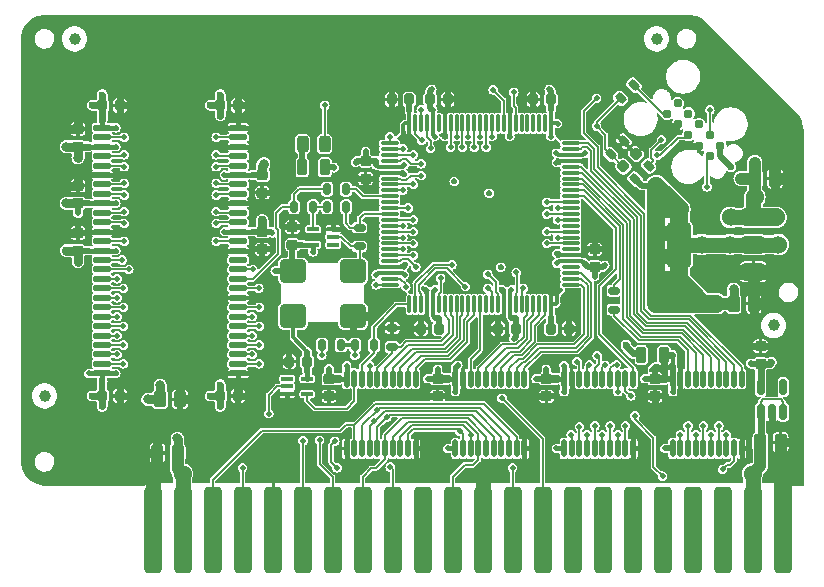
<source format=gtl>
G04 #@! TF.GenerationSoftware,KiCad,Pcbnew,7.0.10*
G04 #@! TF.CreationDate,2024-04-24T04:09:33-04:00*
G04 #@! TF.ProjectId,RAM2GS,52414d32-4753-42e6-9b69-6361645f7063,2.2*
G04 #@! TF.SameCoordinates,Original*
G04 #@! TF.FileFunction,Copper,L1,Top*
G04 #@! TF.FilePolarity,Positive*
%FSLAX46Y46*%
G04 Gerber Fmt 4.6, Leading zero omitted, Abs format (unit mm)*
G04 Created by KiCad (PCBNEW 7.0.10) date 2024-04-24 04:09:33*
%MOMM*%
%LPD*%
G01*
G04 APERTURE LIST*
G04 Aperture macros list*
%AMRoundRect*
0 Rectangle with rounded corners*
0 $1 Rounding radius*
0 $2 $3 $4 $5 $6 $7 $8 $9 X,Y pos of 4 corners*
0 Add a 4 corners polygon primitive as box body*
4,1,4,$2,$3,$4,$5,$6,$7,$8,$9,$2,$3,0*
0 Add four circle primitives for the rounded corners*
1,1,$1+$1,$2,$3*
1,1,$1+$1,$4,$5*
1,1,$1+$1,$6,$7*
1,1,$1+$1,$8,$9*
0 Add four rect primitives between the rounded corners*
20,1,$1+$1,$2,$3,$4,$5,0*
20,1,$1+$1,$4,$5,$6,$7,0*
20,1,$1+$1,$6,$7,$8,$9,0*
20,1,$1+$1,$8,$9,$2,$3,0*%
G04 Aperture macros list end*
G04 #@! TA.AperFunction,SMDPad,CuDef*
%ADD10RoundRect,0.381000X-0.381000X-3.289000X0.381000X-3.289000X0.381000X3.289000X-0.381000X3.289000X0*%
G04 #@! TD*
G04 #@! TA.AperFunction,SMDPad,CuDef*
%ADD11RoundRect,0.212500X0.262500X-0.212500X0.262500X0.212500X-0.262500X0.212500X-0.262500X-0.212500X0*%
G04 #@! TD*
G04 #@! TA.AperFunction,SMDPad,CuDef*
%ADD12RoundRect,0.212500X-0.212500X-0.262500X0.212500X-0.262500X0.212500X0.262500X-0.212500X0.262500X0*%
G04 #@! TD*
G04 #@! TA.AperFunction,SMDPad,CuDef*
%ADD13RoundRect,0.212500X-0.262500X0.212500X-0.262500X-0.212500X0.262500X-0.212500X0.262500X0.212500X0*%
G04 #@! TD*
G04 #@! TA.AperFunction,ComponentPad*
%ADD14C,2.000000*%
G04 #@! TD*
G04 #@! TA.AperFunction,SMDPad,CuDef*
%ADD15RoundRect,0.112500X0.112500X-0.612500X0.112500X0.612500X-0.112500X0.612500X-0.112500X-0.612500X0*%
G04 #@! TD*
G04 #@! TA.AperFunction,SMDPad,CuDef*
%ADD16RoundRect,0.262500X0.262500X0.437500X-0.262500X0.437500X-0.262500X-0.437500X0.262500X-0.437500X0*%
G04 #@! TD*
G04 #@! TA.AperFunction,SMDPad,CuDef*
%ADD17RoundRect,0.262500X-0.262500X-0.437500X0.262500X-0.437500X0.262500X0.437500X-0.262500X0.437500X0*%
G04 #@! TD*
G04 #@! TA.AperFunction,SMDPad,CuDef*
%ADD18C,1.000000*%
G04 #@! TD*
G04 #@! TA.AperFunction,SMDPad,CuDef*
%ADD19RoundRect,0.300000X0.700000X0.450000X-0.700000X0.450000X-0.700000X-0.450000X0.700000X-0.450000X0*%
G04 #@! TD*
G04 #@! TA.AperFunction,SMDPad,CuDef*
%ADD20RoundRect,0.300000X0.700000X1.600000X-0.700000X1.600000X-0.700000X-1.600000X0.700000X-1.600000X0*%
G04 #@! TD*
G04 #@! TA.AperFunction,SMDPad,CuDef*
%ADD21RoundRect,0.100000X-0.400000X-0.100000X0.400000X-0.100000X0.400000X0.100000X-0.400000X0.100000X0*%
G04 #@! TD*
G04 #@! TA.AperFunction,ConnectorPad*
%ADD22C,0.787400*%
G04 #@! TD*
G04 #@! TA.AperFunction,SMDPad,CuDef*
%ADD23RoundRect,0.114500X-0.640500X-0.114500X0.640500X-0.114500X0.640500X0.114500X-0.640500X0.114500X0*%
G04 #@! TD*
G04 #@! TA.AperFunction,SMDPad,CuDef*
%ADD24RoundRect,0.300000X-0.800000X-0.700000X0.800000X-0.700000X0.800000X0.700000X-0.800000X0.700000X0*%
G04 #@! TD*
G04 #@! TA.AperFunction,SMDPad,CuDef*
%ADD25RoundRect,0.100000X0.400000X0.100000X-0.400000X0.100000X-0.400000X-0.100000X0.400000X-0.100000X0*%
G04 #@! TD*
G04 #@! TA.AperFunction,SMDPad,CuDef*
%ADD26RoundRect,0.212500X0.212500X0.262500X-0.212500X0.262500X-0.212500X-0.262500X0.212500X-0.262500X0*%
G04 #@! TD*
G04 #@! TA.AperFunction,SMDPad,CuDef*
%ADD27RoundRect,0.075000X0.662500X0.075000X-0.662500X0.075000X-0.662500X-0.075000X0.662500X-0.075000X0*%
G04 #@! TD*
G04 #@! TA.AperFunction,SMDPad,CuDef*
%ADD28RoundRect,0.075000X0.075000X0.662500X-0.075000X0.662500X-0.075000X-0.662500X0.075000X-0.662500X0*%
G04 #@! TD*
G04 #@! TA.AperFunction,SMDPad,CuDef*
%ADD29RoundRect,0.162500X0.162500X-0.512500X0.162500X0.512500X-0.162500X0.512500X-0.162500X-0.512500X0*%
G04 #@! TD*
G04 #@! TA.AperFunction,SMDPad,CuDef*
%ADD30RoundRect,0.212500X0.212500X0.487500X-0.212500X0.487500X-0.212500X-0.487500X0.212500X-0.487500X0*%
G04 #@! TD*
G04 #@! TA.AperFunction,SMDPad,CuDef*
%ADD31RoundRect,0.175000X0.300000X-0.175000X0.300000X0.175000X-0.300000X0.175000X-0.300000X-0.175000X0*%
G04 #@! TD*
G04 #@! TA.AperFunction,SMDPad,CuDef*
%ADD32RoundRect,0.175000X0.175000X0.300000X-0.175000X0.300000X-0.175000X-0.300000X0.175000X-0.300000X0*%
G04 #@! TD*
G04 #@! TA.AperFunction,SMDPad,CuDef*
%ADD33RoundRect,0.175000X-0.175000X-0.300000X0.175000X-0.300000X0.175000X0.300000X-0.175000X0.300000X0*%
G04 #@! TD*
G04 #@! TA.AperFunction,SMDPad,CuDef*
%ADD34RoundRect,0.212500X-0.212500X-0.487500X0.212500X-0.487500X0.212500X0.487500X-0.212500X0.487500X0*%
G04 #@! TD*
G04 #@! TA.AperFunction,SMDPad,CuDef*
%ADD35RoundRect,0.243750X0.243750X0.456250X-0.243750X0.456250X-0.243750X-0.456250X0.243750X-0.456250X0*%
G04 #@! TD*
G04 #@! TA.AperFunction,SMDPad,CuDef*
%ADD36RoundRect,0.175000X-0.300000X0.175000X-0.300000X-0.175000X0.300000X-0.175000X0.300000X0.175000X0*%
G04 #@! TD*
G04 #@! TA.AperFunction,SMDPad,CuDef*
%ADD37RoundRect,0.175000X-0.088388X0.335876X-0.335876X0.088388X0.088388X-0.335876X0.335876X-0.088388X0*%
G04 #@! TD*
G04 #@! TA.AperFunction,SMDPad,CuDef*
%ADD38RoundRect,0.175000X0.088388X-0.335876X0.335876X-0.088388X-0.088388X0.335876X-0.335876X0.088388X0*%
G04 #@! TD*
G04 #@! TA.AperFunction,SMDPad,CuDef*
%ADD39RoundRect,0.212500X0.035355X-0.335876X0.335876X-0.035355X-0.035355X0.335876X-0.335876X0.035355X0*%
G04 #@! TD*
G04 #@! TA.AperFunction,ViaPad*
%ADD40C,0.500000*%
G04 #@! TD*
G04 #@! TA.AperFunction,ViaPad*
%ADD41C,1.524000*%
G04 #@! TD*
G04 #@! TA.AperFunction,ViaPad*
%ADD42C,0.762000*%
G04 #@! TD*
G04 #@! TA.AperFunction,ViaPad*
%ADD43C,0.800000*%
G04 #@! TD*
G04 #@! TA.AperFunction,ViaPad*
%ADD44C,1.000000*%
G04 #@! TD*
G04 #@! TA.AperFunction,ViaPad*
%ADD45C,0.600000*%
G04 #@! TD*
G04 #@! TA.AperFunction,ViaPad*
%ADD46C,0.508000*%
G04 #@! TD*
G04 #@! TA.AperFunction,Conductor*
%ADD47C,1.270000*%
G04 #@! TD*
G04 #@! TA.AperFunction,Conductor*
%ADD48C,0.450000*%
G04 #@! TD*
G04 #@! TA.AperFunction,Conductor*
%ADD49C,0.508000*%
G04 #@! TD*
G04 #@! TA.AperFunction,Conductor*
%ADD50C,0.762000*%
G04 #@! TD*
G04 #@! TA.AperFunction,Conductor*
%ADD51C,0.800000*%
G04 #@! TD*
G04 #@! TA.AperFunction,Conductor*
%ADD52C,0.400000*%
G04 #@! TD*
G04 #@! TA.AperFunction,Conductor*
%ADD53C,0.300000*%
G04 #@! TD*
G04 #@! TA.AperFunction,Conductor*
%ADD54C,0.250000*%
G04 #@! TD*
G04 #@! TA.AperFunction,Conductor*
%ADD55C,0.500000*%
G04 #@! TD*
G04 #@! TA.AperFunction,Conductor*
%ADD56C,0.600000*%
G04 #@! TD*
G04 #@! TA.AperFunction,Conductor*
%ADD57C,0.150000*%
G04 #@! TD*
G04 #@! TA.AperFunction,Conductor*
%ADD58C,1.000000*%
G04 #@! TD*
G04 #@! TA.AperFunction,Conductor*
%ADD59C,1.524000*%
G04 #@! TD*
G04 #@! TA.AperFunction,Conductor*
%ADD60C,0.700000*%
G04 #@! TD*
G04 #@! TA.AperFunction,Conductor*
%ADD61C,0.480000*%
G04 #@! TD*
G04 APERTURE END LIST*
D10*
X57658000Y-135282000D03*
X60198000Y-135282000D03*
X62738000Y-135282000D03*
X65278000Y-135282000D03*
X67818000Y-135282000D03*
X70358000Y-135282000D03*
X72898000Y-135282000D03*
X75438000Y-135282000D03*
X77978000Y-135282000D03*
X80518000Y-135282000D03*
X83058000Y-135282000D03*
X85598000Y-135282000D03*
X88138000Y-135282000D03*
X90678000Y-135282000D03*
X93218000Y-135282000D03*
X95758000Y-135282000D03*
X98298000Y-135282000D03*
X100838000Y-135282000D03*
X103378000Y-135282000D03*
X105918000Y-135282000D03*
X108458000Y-135282000D03*
X110998000Y-135282000D03*
D11*
X51350000Y-107650000D03*
X51350000Y-106150000D03*
X51350000Y-102850000D03*
X51350000Y-101350000D03*
D12*
X53400000Y-99350000D03*
X54900000Y-99350000D03*
X63400000Y-123950000D03*
X64900000Y-123950000D03*
X63400000Y-99350000D03*
X64900000Y-99350000D03*
D13*
X66950000Y-110050000D03*
X66950000Y-111550000D03*
X66950000Y-105250000D03*
X66950000Y-106750000D03*
D11*
X51350000Y-111650000D03*
X51350000Y-110150000D03*
D12*
X53400000Y-123950000D03*
X54900000Y-123950000D03*
D14*
X110998000Y-130175000D03*
D13*
X100200000Y-122500000D03*
X100200000Y-124000000D03*
D15*
X92500000Y-128400000D03*
X93150000Y-128400000D03*
X93800000Y-128400000D03*
X94450000Y-128400000D03*
X95100000Y-128400000D03*
X95750000Y-128400000D03*
X96400000Y-128400000D03*
X97050000Y-128400000D03*
X97700000Y-128400000D03*
X98350000Y-128400000D03*
X98350000Y-122500000D03*
X97700000Y-122500000D03*
X97050000Y-122500000D03*
X96400000Y-122500000D03*
X95750000Y-122500000D03*
X95100000Y-122500000D03*
X94450000Y-122500000D03*
X93800000Y-122500000D03*
X93150000Y-122500000D03*
X92500000Y-122500000D03*
D13*
X91000000Y-122500000D03*
X91000000Y-124000000D03*
X81800000Y-122500000D03*
X81800000Y-124000000D03*
D15*
X101700000Y-128400000D03*
X102350000Y-128400000D03*
X103000000Y-128400000D03*
X103650000Y-128400000D03*
X104300000Y-128400000D03*
X104950000Y-128400000D03*
X105600000Y-128400000D03*
X106250000Y-128400000D03*
X106900000Y-128400000D03*
X107550000Y-128400000D03*
X107550000Y-122500000D03*
X106900000Y-122500000D03*
X106250000Y-122500000D03*
X105600000Y-122500000D03*
X104950000Y-122500000D03*
X104300000Y-122500000D03*
X103650000Y-122500000D03*
X103000000Y-122500000D03*
X102350000Y-122500000D03*
X101700000Y-122500000D03*
D13*
X72600000Y-122500000D03*
X72600000Y-124000000D03*
D15*
X83300000Y-128400000D03*
X83950000Y-128400000D03*
X84600000Y-128400000D03*
X85250000Y-128400000D03*
X85900000Y-128400000D03*
X86550000Y-128400000D03*
X87200000Y-128400000D03*
X87850000Y-128400000D03*
X88500000Y-128400000D03*
X89150000Y-128400000D03*
X89150000Y-122500000D03*
X88500000Y-122500000D03*
X87850000Y-122500000D03*
X87200000Y-122500000D03*
X86550000Y-122500000D03*
X85900000Y-122500000D03*
X85250000Y-122500000D03*
X84600000Y-122500000D03*
X83950000Y-122500000D03*
X83300000Y-122500000D03*
D16*
X59778000Y-128778000D03*
X58078000Y-128778000D03*
D17*
X109132000Y-127889000D03*
X110832000Y-127889000D03*
D18*
X100330000Y-93726000D03*
D19*
X108537000Y-113450000D03*
D20*
X102237000Y-111150000D03*
D19*
X108537000Y-111150000D03*
X108537000Y-108850000D03*
D17*
X108650000Y-105550000D03*
X110350000Y-105550000D03*
X106850000Y-116150000D03*
X108550000Y-116150000D03*
D18*
X51054000Y-93726000D03*
D21*
X69050000Y-122500000D03*
X69050000Y-123150000D03*
X69050000Y-123800000D03*
X70750000Y-123800000D03*
X70750000Y-122500000D03*
D22*
X101228936Y-100067962D03*
X102126962Y-100965987D03*
X103024987Y-101864013D03*
X103923013Y-102762038D03*
X104821038Y-103660064D03*
X105719064Y-102762038D03*
X104821038Y-101864013D03*
X103923013Y-100965987D03*
X103024987Y-100067962D03*
X102126962Y-99169936D03*
D15*
X74100000Y-128400000D03*
X74750000Y-128400000D03*
X75400000Y-128400000D03*
X76050000Y-128400000D03*
X76700000Y-128400000D03*
X77350000Y-128400000D03*
X78000000Y-128400000D03*
X78650000Y-128400000D03*
X79300000Y-128400000D03*
X79950000Y-128400000D03*
X79950000Y-122500000D03*
X79300000Y-122500000D03*
X78650000Y-122500000D03*
X78000000Y-122500000D03*
X77350000Y-122500000D03*
X76700000Y-122500000D03*
X76050000Y-122500000D03*
X75400000Y-122500000D03*
X74750000Y-122500000D03*
X74100000Y-122500000D03*
D23*
X53400000Y-101250000D03*
X53400000Y-102050000D03*
X53400000Y-102850000D03*
X53400000Y-103650000D03*
X53400000Y-104450000D03*
X53400000Y-105250000D03*
X53400000Y-106050000D03*
X53400000Y-106850000D03*
X53400000Y-107650000D03*
X53400000Y-108450000D03*
X53400000Y-109250000D03*
X53400000Y-110050000D03*
X53400000Y-110850000D03*
X53400000Y-111650000D03*
X53400000Y-112450000D03*
X53400000Y-113250000D03*
X53400000Y-114050000D03*
X53400000Y-114850000D03*
X53400000Y-115650000D03*
X53400000Y-116450000D03*
X53400000Y-117250000D03*
X53400000Y-118050000D03*
X53400000Y-118850000D03*
X53400000Y-119650000D03*
X53400000Y-120450000D03*
X53400000Y-121250000D03*
X53400000Y-122050000D03*
X64900000Y-122050000D03*
X64900000Y-121250000D03*
X64900000Y-120450000D03*
X64900000Y-119650000D03*
X64900000Y-118850000D03*
X64900000Y-118050000D03*
X64900000Y-117250000D03*
X64900000Y-116450000D03*
X64900000Y-115650000D03*
X64900000Y-114850000D03*
X64900000Y-114050000D03*
X64900000Y-113250000D03*
X64900000Y-112450000D03*
X64900000Y-111650000D03*
X64900000Y-110850000D03*
X64900000Y-110050000D03*
X64900000Y-109250000D03*
X64900000Y-108450000D03*
X64900000Y-107650000D03*
X64900000Y-106850000D03*
X64900000Y-106050000D03*
X64900000Y-105250000D03*
X64900000Y-104450000D03*
X64900000Y-103650000D03*
X64900000Y-102850000D03*
X64900000Y-102050000D03*
X64900000Y-101250000D03*
D24*
X69560000Y-117205000D03*
X74640000Y-117205000D03*
X74640000Y-113395000D03*
X69560000Y-113395000D03*
D25*
X72950000Y-111150000D03*
X72950000Y-110500000D03*
X72950000Y-109850000D03*
X71250000Y-109850000D03*
X71250000Y-111150000D03*
D11*
X69500000Y-111150000D03*
X69500000Y-109650000D03*
D17*
X58300000Y-124250000D03*
X60000000Y-124250000D03*
D26*
X70750000Y-121050000D03*
X69250000Y-121050000D03*
D27*
X93062500Y-114550000D03*
X93062500Y-114050000D03*
X93062500Y-113550000D03*
X93062500Y-113050000D03*
X93062500Y-112550000D03*
X93062500Y-112050000D03*
X93062500Y-111550000D03*
X93062500Y-111050000D03*
X93062500Y-110550000D03*
X93062500Y-110050000D03*
X93062500Y-109550000D03*
X93062500Y-109050000D03*
X93062500Y-108550000D03*
X93062500Y-108050000D03*
X93062500Y-107550000D03*
X93062500Y-107050000D03*
X93062500Y-106550000D03*
X93062500Y-106050000D03*
X93062500Y-105550000D03*
X93062500Y-105050000D03*
X93062500Y-104550000D03*
X93062500Y-104050000D03*
X93062500Y-103550000D03*
X93062500Y-103050000D03*
X93062500Y-102550000D03*
D28*
X91400000Y-100887500D03*
X90900000Y-100887500D03*
X90400000Y-100887500D03*
X89900000Y-100887500D03*
X89400000Y-100887500D03*
X88900000Y-100887500D03*
X88400000Y-100887500D03*
X87900000Y-100887500D03*
X87400000Y-100887500D03*
X86900000Y-100887500D03*
X86400000Y-100887500D03*
X85900000Y-100887500D03*
X85400000Y-100887500D03*
X84900000Y-100887500D03*
X84400000Y-100887500D03*
X83900000Y-100887500D03*
X83400000Y-100887500D03*
X82900000Y-100887500D03*
X82400000Y-100887500D03*
X81900000Y-100887500D03*
X81400000Y-100887500D03*
X80900000Y-100887500D03*
X80400000Y-100887500D03*
X79900000Y-100887500D03*
X79400000Y-100887500D03*
D27*
X77737500Y-102550000D03*
X77737500Y-103050000D03*
X77737500Y-103550000D03*
X77737500Y-104050000D03*
X77737500Y-104550000D03*
X77737500Y-105050000D03*
X77737500Y-105550000D03*
X77737500Y-106050000D03*
X77737500Y-106550000D03*
X77737500Y-107050000D03*
X77737500Y-107550000D03*
X77737500Y-108050000D03*
X77737500Y-108550000D03*
X77737500Y-109050000D03*
X77737500Y-109550000D03*
X77737500Y-110050000D03*
X77737500Y-110550000D03*
X77737500Y-111050000D03*
X77737500Y-111550000D03*
X77737500Y-112050000D03*
X77737500Y-112550000D03*
X77737500Y-113050000D03*
X77737500Y-113550000D03*
X77737500Y-114050000D03*
X77737500Y-114550000D03*
D28*
X79400000Y-116212500D03*
X79900000Y-116212500D03*
X80400000Y-116212500D03*
X80900000Y-116212500D03*
X81400000Y-116212500D03*
X81900000Y-116212500D03*
X82400000Y-116212500D03*
X82900000Y-116212500D03*
X83400000Y-116212500D03*
X83900000Y-116212500D03*
X84400000Y-116212500D03*
X84900000Y-116212500D03*
X85400000Y-116212500D03*
X85900000Y-116212500D03*
X86400000Y-116212500D03*
X86900000Y-116212500D03*
X87400000Y-116212500D03*
X87900000Y-116212500D03*
X88400000Y-116212500D03*
X88900000Y-116212500D03*
X89400000Y-116212500D03*
X89900000Y-116212500D03*
X90400000Y-116212500D03*
X90900000Y-116212500D03*
X91400000Y-116212500D03*
D18*
X48514000Y-123952000D03*
D26*
X81900000Y-118250000D03*
X80400000Y-118250000D03*
X91400000Y-98850000D03*
X89900000Y-98850000D03*
X88400000Y-118250000D03*
X86900000Y-118250000D03*
D12*
X81150000Y-98850000D03*
X82650000Y-98850000D03*
D26*
X79400000Y-98850000D03*
X77900000Y-98850000D03*
D13*
X75700000Y-104050000D03*
X75700000Y-105550000D03*
D12*
X91400000Y-118250000D03*
X92900000Y-118250000D03*
D11*
X95100000Y-113050000D03*
X95100000Y-111550000D03*
D18*
X110236000Y-117983000D03*
D29*
X109150000Y-125300000D03*
X110100000Y-125300000D03*
X111050000Y-125300000D03*
X111050000Y-123200000D03*
X109150000Y-123200000D03*
D11*
X109150000Y-121250000D03*
X109150000Y-119750000D03*
D30*
X100950000Y-120500000D03*
X99050000Y-120500000D03*
D31*
X77950000Y-119800000D03*
X77950000Y-118200000D03*
D32*
X71250000Y-107950000D03*
X69650000Y-107950000D03*
D33*
X72450000Y-107950000D03*
X74050000Y-107950000D03*
D34*
X70350000Y-104600000D03*
X72250000Y-104600000D03*
D35*
X72237500Y-102650000D03*
X70362500Y-102650000D03*
D36*
X96750000Y-115050000D03*
X96750000Y-116650000D03*
D37*
X97565685Y-102384315D03*
X96434315Y-103515685D03*
D38*
X98534315Y-105615685D03*
X99665685Y-104484315D03*
D39*
X97519670Y-104530330D03*
X98580330Y-103469670D03*
D38*
X97284315Y-98765685D03*
X98415685Y-97634315D03*
D32*
X73600000Y-119650000D03*
X72000000Y-119650000D03*
D33*
X74800000Y-119650000D03*
X76400000Y-119650000D03*
D36*
X75200000Y-109700000D03*
X75200000Y-111300000D03*
D33*
X72450000Y-106450000D03*
X74050000Y-106450000D03*
D40*
X112014000Y-100965000D03*
X74168000Y-130937000D03*
X102108000Y-130937000D03*
X64008000Y-130937000D03*
D41*
X57658000Y-130556000D03*
D40*
X104648000Y-130937000D03*
X61722000Y-130937000D03*
X106680000Y-95377000D03*
X94488000Y-130937000D03*
X46990000Y-117983000D03*
X46990000Y-112903000D03*
X46990000Y-107823000D03*
X81788000Y-130937000D03*
X91948000Y-130937000D03*
X89408000Y-130937000D03*
X97028000Y-130937000D03*
X69088000Y-130937000D03*
X112014000Y-117729000D03*
X79248000Y-130937000D03*
X76708000Y-130937000D03*
X71628000Y-130937000D03*
X86868000Y-130937000D03*
X84328000Y-130937000D03*
X66548000Y-130937000D03*
X109347000Y-98044000D03*
X66050000Y-101250000D03*
X63750000Y-101250000D03*
X66050000Y-102850000D03*
X66050000Y-122050000D03*
X52250000Y-110050000D03*
X54550000Y-110050000D03*
X63750000Y-102850000D03*
X63750000Y-122050000D03*
X66050000Y-111650000D03*
X63750000Y-107650000D03*
X59150000Y-108850000D03*
X60550000Y-122050000D03*
X59150000Y-106450000D03*
X57750000Y-122050000D03*
X59150000Y-104050000D03*
X63750000Y-111650000D03*
D42*
X50350000Y-110150000D03*
X51350000Y-105200000D03*
D40*
X51350000Y-109300000D03*
X57950000Y-111650000D03*
X60350000Y-111650000D03*
X59150000Y-110050000D03*
X59150000Y-107650000D03*
X59150000Y-102850000D03*
X59150000Y-101250000D03*
X59150000Y-105250000D03*
D43*
X50350000Y-106150000D03*
X51350000Y-100400000D03*
X50350000Y-101350000D03*
D40*
X54550000Y-105250000D03*
X99568000Y-130937000D03*
X106807000Y-130937000D03*
X74100000Y-127250000D03*
X89150000Y-129550000D03*
X89800000Y-128400000D03*
X89150000Y-127250000D03*
X80600000Y-128400000D03*
X79950000Y-127250000D03*
X81950000Y-129150000D03*
X68050000Y-127750000D03*
X91000000Y-127150000D03*
X100550000Y-127750000D03*
X112014000Y-127889000D03*
X112014000Y-112649000D03*
D41*
X106600000Y-113450000D03*
X110450000Y-113450000D03*
D40*
X81500000Y-127250000D03*
X73850000Y-109850000D03*
X50038000Y-115443000D03*
X50038000Y-120523000D03*
X46990000Y-123063000D03*
X104800000Y-114950000D03*
X107162600Y-129870200D03*
X112014000Y-107569000D03*
X46990000Y-102743000D03*
X105100000Y-109050000D03*
X103800000Y-98550000D03*
X96950000Y-100450000D03*
X77200000Y-126750000D03*
X86800000Y-125000000D03*
X73850000Y-111650000D03*
X49911000Y-131064000D03*
X46990000Y-128143000D03*
X87150000Y-113050000D03*
X84900000Y-117800000D03*
X85100000Y-121050000D03*
X90500000Y-119100000D03*
X92200000Y-100100000D03*
X94500000Y-108300000D03*
X90750000Y-120700000D03*
X75550000Y-124100000D03*
X93650000Y-101850000D03*
X83200000Y-105800000D03*
X86150000Y-106800000D03*
X60060000Y-99799000D03*
X46990000Y-97663000D03*
X98171000Y-92202000D03*
X88011000Y-92202000D03*
X82931000Y-92202000D03*
X67691000Y-92202000D03*
X62611000Y-92202000D03*
X52451000Y-92202000D03*
X52451000Y-97282000D03*
X93662500Y-98107500D03*
X70231000Y-99822000D03*
X50038000Y-99822000D03*
X50038000Y-94742000D03*
X107150000Y-118500000D03*
X93091000Y-92202000D03*
X77851000Y-92202000D03*
X72771000Y-92202000D03*
X57531000Y-92202000D03*
X86650000Y-99700000D03*
X66800000Y-107550000D03*
X87900000Y-99750000D03*
X92750000Y-119100000D03*
X99150000Y-102850000D03*
D44*
X111550000Y-105550000D03*
D40*
X107550000Y-127300000D03*
X78050000Y-98000000D03*
X80750000Y-117350000D03*
D45*
X64900000Y-122700000D03*
X74650000Y-118650000D03*
X90100000Y-124000000D03*
D40*
X78950000Y-105200000D03*
X54991000Y-94742000D03*
X60000000Y-125400000D03*
D43*
X61050000Y-124250000D03*
D45*
X55750000Y-99350000D03*
D40*
X79600000Y-118250000D03*
X82400000Y-102000000D03*
X67800000Y-111550000D03*
X92750000Y-117400000D03*
D45*
X65750000Y-123950000D03*
D40*
X102500000Y-121400000D03*
D45*
X102400000Y-102750000D03*
D40*
X80750000Y-114950000D03*
X95950000Y-111700000D03*
D45*
X54900000Y-123050000D03*
D40*
X84100000Y-123600000D03*
X90050000Y-98000000D03*
X86100000Y-118250000D03*
D45*
X110050000Y-119900000D03*
D40*
X70550000Y-109200000D03*
X69500000Y-108850000D03*
D45*
X101536500Y-101536500D03*
D40*
X90050000Y-99700000D03*
X67800000Y-106600000D03*
X68650000Y-109550000D03*
X99000000Y-128400000D03*
X76600000Y-112900000D03*
D42*
X58350000Y-127550000D03*
D40*
X70850000Y-119400000D03*
D45*
X100200000Y-124850000D03*
X54900000Y-98450000D03*
X110100000Y-126400000D03*
D40*
X94260000Y-104200000D03*
X98350000Y-127250000D03*
D45*
X64900000Y-100600000D03*
D44*
X110350000Y-104200000D03*
D40*
X57531000Y-97282000D03*
D43*
X60000000Y-123050000D03*
D40*
X73050000Y-109250000D03*
X79000000Y-112900000D03*
X93700000Y-118250000D03*
D43*
X110350000Y-106800000D03*
D40*
X68450000Y-121200000D03*
X102500000Y-123600000D03*
D43*
X76250000Y-117200000D03*
D40*
X71750000Y-124000000D03*
X95631000Y-94742000D03*
X66950000Y-112400000D03*
D45*
X54900000Y-100250000D03*
D40*
X89100000Y-98850000D03*
X82400000Y-97950000D03*
D45*
X108250000Y-119900000D03*
D40*
X87250000Y-114950000D03*
X91850000Y-124070000D03*
D45*
X74500000Y-129800000D03*
D44*
X110100000Y-116150000D03*
D40*
X95200000Y-110750000D03*
D45*
X65750000Y-99350000D03*
D40*
X87250000Y-117350000D03*
X91900000Y-111900000D03*
X77851000Y-95377000D03*
X82400000Y-99750000D03*
X78050000Y-99750000D03*
D45*
X55750000Y-123950000D03*
D40*
X76600000Y-105200000D03*
D42*
X57023000Y-128850000D03*
D40*
X64900000Y-124800000D03*
X87900000Y-102000000D03*
X94200000Y-111900000D03*
X93300000Y-123600000D03*
X69500000Y-120150000D03*
X101050000Y-124100000D03*
X82650000Y-124100000D03*
D45*
X64900000Y-98450000D03*
D40*
X87050000Y-119100000D03*
X69050000Y-124400000D03*
D45*
X73500000Y-124000000D03*
X99300000Y-124000000D03*
X54900000Y-124850000D03*
D40*
X91850000Y-104200000D03*
X74850000Y-105400000D03*
D45*
X80900000Y-124000000D03*
D40*
X88138000Y-130048000D03*
X102350000Y-127250000D03*
X95750000Y-127250000D03*
X77775000Y-129975000D03*
X65278000Y-130048000D03*
X67500000Y-125450000D03*
X97700000Y-126500000D03*
X97050000Y-127250000D03*
X96400000Y-126500000D03*
X93100000Y-127250000D03*
X95100000Y-126500000D03*
X94450000Y-127250000D03*
X93800000Y-126550000D03*
X103000000Y-126500000D03*
X103650000Y-127250000D03*
X104300000Y-126500000D03*
X104950000Y-127250000D03*
X105600000Y-126500000D03*
X106250000Y-127250000D03*
X105918000Y-130175000D03*
X83650000Y-126950000D03*
X100838000Y-130746500D03*
X98500000Y-125650000D03*
X73279000Y-130048000D03*
X76450000Y-126100000D03*
X73100000Y-127800000D03*
X70400000Y-127750000D03*
X76700000Y-125150000D03*
X71800000Y-127700000D03*
X77500000Y-125750000D03*
X84600000Y-127250000D03*
X87249000Y-124142500D03*
X66050000Y-110050000D03*
D46*
X54550000Y-102850000D03*
X54550000Y-111650000D03*
D45*
X63400000Y-123000000D03*
D43*
X51350000Y-103800000D03*
X50350000Y-107650000D03*
X50350000Y-102850000D03*
D46*
X54550000Y-101250000D03*
D42*
X66950000Y-109100000D03*
D40*
X51350000Y-108500000D03*
D42*
X50350000Y-111650000D03*
X51350000Y-112600000D03*
D40*
X63750000Y-110050000D03*
X63750000Y-105250000D03*
X66050000Y-105250000D03*
X54550000Y-122050000D03*
X52250000Y-122050000D03*
X52250000Y-111650000D03*
X52250000Y-107650000D03*
X52250000Y-102850000D03*
X54550000Y-107650000D03*
X91875000Y-122500000D03*
X101075000Y-122500000D03*
X82675000Y-122500000D03*
D44*
X104300000Y-116150000D03*
X102300000Y-116150000D03*
X100300000Y-116150000D03*
X100300000Y-111650000D03*
X100300000Y-108650000D03*
X100300000Y-110150000D03*
X100300000Y-113150000D03*
X100300000Y-114650000D03*
D41*
X102300000Y-108150000D03*
X104150000Y-111150000D03*
X110650000Y-111150000D03*
X102300000Y-114150000D03*
D40*
X88250000Y-119100000D03*
D45*
X53400000Y-122700000D03*
D40*
X92500000Y-123600000D03*
D43*
X106850000Y-114900000D03*
X58300000Y-123050000D03*
D40*
X74850000Y-104200000D03*
D45*
X62550000Y-99350000D03*
D40*
X70350000Y-111150000D03*
X94250000Y-103400000D03*
X78950000Y-104400000D03*
D45*
X105850000Y-116150000D03*
X53400000Y-100600000D03*
X62550000Y-123950000D03*
X52550000Y-99350000D03*
D41*
X106550000Y-111150000D03*
D40*
X91400000Y-102000000D03*
X79000000Y-113700000D03*
X91400000Y-99750000D03*
D45*
X52550000Y-123950000D03*
D44*
X100300000Y-106150000D03*
D43*
X67100000Y-104300000D03*
D40*
X101700000Y-121400000D03*
X76600000Y-113700000D03*
X101700000Y-123600000D03*
D45*
X106625000Y-104575000D03*
D40*
X82650000Y-128400000D03*
X73050000Y-104650000D03*
X81550000Y-102000000D03*
X81550000Y-114950000D03*
X90150000Y-122500000D03*
X99350000Y-122500000D03*
D45*
X53400000Y-124850000D03*
D40*
X94200000Y-112700000D03*
X81550000Y-117350000D03*
X91000000Y-121700000D03*
X91950000Y-100900000D03*
D43*
X57250000Y-124250000D03*
D45*
X63400000Y-100250000D03*
D40*
X83300000Y-123600000D03*
X69500000Y-112000000D03*
D45*
X53400000Y-98450000D03*
D40*
X81800000Y-121700000D03*
X81300000Y-98000000D03*
X88050000Y-117350000D03*
X81400000Y-99750000D03*
X95950000Y-112900000D03*
X80950000Y-122500000D03*
D45*
X63400000Y-124850000D03*
D40*
X70750000Y-120200000D03*
X67800000Y-110150000D03*
X91900000Y-112700000D03*
X71250000Y-111750000D03*
X91850000Y-103400000D03*
X83500000Y-121350000D03*
X101050000Y-128400000D03*
D45*
X63400000Y-98450000D03*
D40*
X88050000Y-114950000D03*
X91850000Y-128400000D03*
X100200000Y-121700000D03*
X68050000Y-113400000D03*
X95100000Y-113850000D03*
X91250000Y-98000000D03*
X74800000Y-120500000D03*
X70750000Y-121900000D03*
X75700000Y-103250000D03*
X76600000Y-104400000D03*
X92500000Y-121400000D03*
X84150000Y-114700000D03*
X76050000Y-121400000D03*
X91050000Y-107550000D03*
X93600000Y-121050000D03*
X91950000Y-108050000D03*
X94650000Y-121300000D03*
X95300000Y-120550000D03*
X91050000Y-108550000D03*
X95950000Y-121350000D03*
X91950000Y-109050000D03*
X96950000Y-121300000D03*
X91050000Y-111050000D03*
X91950000Y-110550000D03*
X97050000Y-123600000D03*
X91050000Y-110050000D03*
X98150000Y-123950000D03*
D46*
X63050000Y-102050000D03*
X55250000Y-102050000D03*
D40*
X86400000Y-102000000D03*
X55250000Y-104550000D03*
X63050000Y-104550000D03*
X85400000Y-102000000D03*
D46*
X55250000Y-103550000D03*
X63050000Y-103550000D03*
D40*
X85900000Y-102900000D03*
X63050000Y-105950000D03*
D46*
X55250000Y-105950000D03*
D40*
X84900000Y-102900000D03*
X63050000Y-110850000D03*
D46*
X55250000Y-110850000D03*
D40*
X82900000Y-102900000D03*
D46*
X55250000Y-108350000D03*
D40*
X63050000Y-108350000D03*
X83900000Y-102900000D03*
X55250000Y-109350000D03*
X63050000Y-109350000D03*
X83400000Y-102000000D03*
X63050000Y-106950000D03*
X55250000Y-106950000D03*
X84400000Y-102000000D03*
X95250000Y-98750000D03*
X88250000Y-98250000D03*
X66150000Y-113250000D03*
X77750000Y-102000000D03*
X66650000Y-114850000D03*
X79750000Y-103550000D03*
X66700000Y-116450000D03*
X78850000Y-106550000D03*
X66100000Y-117250000D03*
X79300000Y-108050000D03*
X66700000Y-118050000D03*
X78850000Y-109550000D03*
X66100000Y-118850000D03*
X76600000Y-114550000D03*
X66700000Y-119650000D03*
X79750000Y-111050000D03*
X66100000Y-120450000D03*
X79750000Y-112050000D03*
X66700000Y-121250000D03*
X79100000Y-114700000D03*
X55200000Y-121250000D03*
X79950000Y-113050000D03*
X54650000Y-120450000D03*
X78850000Y-111550000D03*
X55200000Y-119650000D03*
X78850000Y-110550000D03*
X54650000Y-118850000D03*
X79750000Y-110050000D03*
X55200000Y-118050000D03*
X79750000Y-109050000D03*
X54650000Y-117250000D03*
X81200000Y-103000000D03*
X55200000Y-116450000D03*
X79750000Y-106050000D03*
X54650000Y-115650000D03*
X80400000Y-105300000D03*
X55200000Y-114850000D03*
X80400000Y-104300000D03*
X54650000Y-114050000D03*
X78850000Y-103050000D03*
X55650000Y-113250000D03*
X80450000Y-102300000D03*
D46*
X55100000Y-112450000D03*
D40*
X80400000Y-99750000D03*
X88450000Y-113500000D03*
X104600000Y-106250000D03*
X100400000Y-103600000D03*
X86050000Y-114850000D03*
X89050000Y-114850000D03*
X104850000Y-99750000D03*
X95250000Y-101100000D03*
X86050000Y-113650000D03*
D41*
X108458000Y-130556000D03*
X60198000Y-130556000D03*
D40*
X73475000Y-122500000D03*
D41*
X106600000Y-108850000D03*
X108650000Y-107150000D03*
D40*
X72600000Y-121650000D03*
D41*
X110450000Y-108850000D03*
D43*
X59750000Y-127550000D03*
D44*
X108650000Y-104200000D03*
X107500000Y-105550000D03*
D40*
X74100000Y-121400000D03*
D45*
X91650000Y-106250000D03*
X97750000Y-119650000D03*
X110050000Y-121100000D03*
X90450000Y-106250000D03*
X109150000Y-122100000D03*
D40*
X108300000Y-121200000D03*
X82050000Y-114000000D03*
X100750000Y-102250000D03*
X72000000Y-120500000D03*
X83000000Y-112850000D03*
X72250000Y-99350000D03*
X86500000Y-98050000D03*
D47*
X85598000Y-135382000D02*
X85598000Y-130556000D01*
X57658000Y-135382000D02*
X57658000Y-130556000D01*
D48*
X64900000Y-102850000D02*
X66050000Y-102850000D01*
X64900000Y-101250000D02*
X66050000Y-101250000D01*
X64900000Y-122050000D02*
X66050000Y-122050000D01*
X53400000Y-110050000D02*
X54550000Y-110050000D01*
X64900000Y-101250000D02*
X63750000Y-101250000D01*
X64900000Y-122050000D02*
X63750000Y-122050000D01*
X53400000Y-110050000D02*
X52250000Y-110050000D01*
X64900000Y-102850000D02*
X63750000Y-102850000D01*
X64900000Y-111650000D02*
X66050000Y-111650000D01*
X64900000Y-107650000D02*
X63750000Y-107650000D01*
D49*
X51350000Y-110150000D02*
X52150000Y-110150000D01*
D50*
X51350000Y-106150000D02*
X51350000Y-105200000D01*
D49*
X52150000Y-110150000D02*
X52250000Y-110050000D01*
X66950000Y-111550000D02*
X66150000Y-111550000D01*
D48*
X64900000Y-111650000D02*
X63750000Y-111650000D01*
D49*
X66150000Y-111550000D02*
X66050000Y-111650000D01*
X53400000Y-105250000D02*
X51400000Y-105250000D01*
D50*
X51350000Y-110150000D02*
X50350000Y-110150000D01*
D49*
X51400000Y-105250000D02*
X51350000Y-105200000D01*
X51350000Y-110150000D02*
X51350000Y-109300000D01*
D51*
X51350000Y-106150000D02*
X50350000Y-106150000D01*
X51350000Y-101350000D02*
X51350000Y-100400000D01*
X51350000Y-101350000D02*
X50350000Y-101350000D01*
D48*
X53400000Y-105250000D02*
X54550000Y-105250000D01*
X74100000Y-128400000D02*
X74100000Y-127250000D01*
X89150000Y-128400000D02*
X89150000Y-129550000D01*
X79950000Y-128400000D02*
X79950000Y-127250000D01*
X79950000Y-128400000D02*
X80600000Y-128400000D01*
D47*
X108537000Y-113450000D02*
X106600000Y-113450000D01*
X110450000Y-113450000D02*
X108537000Y-113450000D01*
D52*
X72950000Y-109850000D02*
X73850000Y-109850000D01*
D48*
X89150000Y-128400000D02*
X89800000Y-128400000D01*
X89150000Y-128400000D02*
X89150000Y-127250000D01*
D53*
X87900000Y-100887500D02*
X87900000Y-99750000D01*
X92050000Y-112050000D02*
X91900000Y-111900000D01*
D48*
X74100000Y-128400000D02*
X74100000Y-129400000D01*
D54*
X67818000Y-135382000D02*
X67818000Y-131191000D01*
D50*
X58078000Y-128778000D02*
X57095000Y-128778000D01*
D55*
X69250000Y-120350000D02*
X69450000Y-120150000D01*
D53*
X82400000Y-102000000D02*
X82400000Y-100887500D01*
D50*
X58350000Y-127550000D02*
X58078000Y-127822000D01*
D48*
X93150000Y-123450000D02*
X93300000Y-123600000D01*
D55*
X72600000Y-124000000D02*
X71750000Y-124000000D01*
D51*
X74640000Y-117205000D02*
X76245000Y-117205000D01*
D53*
X93062500Y-112050000D02*
X92050000Y-112050000D01*
X79000000Y-112900000D02*
X78850000Y-113050000D01*
D56*
X54900000Y-123950000D02*
X54900000Y-123050000D01*
D50*
X58078000Y-127822000D02*
X58078000Y-128778000D01*
D53*
X76750000Y-113050000D02*
X76600000Y-112900000D01*
X87400000Y-116212500D02*
X87400000Y-117200000D01*
D55*
X91000000Y-124000000D02*
X91780000Y-124000000D01*
X60000000Y-124250000D02*
X60000000Y-125400000D01*
D57*
X98580330Y-103469670D02*
X99150000Y-102900000D01*
D48*
X102350000Y-121550000D02*
X102500000Y-121400000D01*
D53*
X80900000Y-117200000D02*
X80750000Y-117350000D01*
D55*
X92900000Y-118950000D02*
X92750000Y-119100000D01*
D48*
X64900000Y-122050000D02*
X64900000Y-122700000D01*
D55*
X82650000Y-98850000D02*
X82650000Y-98150000D01*
D56*
X91000000Y-124000000D02*
X90100000Y-124000000D01*
D55*
X95100000Y-111550000D02*
X95100000Y-110850000D01*
X95100000Y-110850000D02*
X95200000Y-110750000D01*
D53*
X77737500Y-113050000D02*
X76750000Y-113050000D01*
D55*
X100950000Y-124000000D02*
X101050000Y-124100000D01*
D50*
X57095000Y-128778000D02*
X57023000Y-128850000D01*
D55*
X77900000Y-98850000D02*
X77900000Y-99600000D01*
D48*
X107550000Y-127300000D02*
X107550000Y-128400000D01*
D55*
X76600000Y-105550000D02*
X76600000Y-105200000D01*
D58*
X108550000Y-116150000D02*
X110100000Y-116150000D01*
D55*
X86900000Y-118950000D02*
X87050000Y-119100000D01*
D48*
X93150000Y-122500000D02*
X93150000Y-123450000D01*
D55*
X82450000Y-99750000D02*
X82400000Y-99750000D01*
D48*
X98350000Y-128400000D02*
X98350000Y-127250000D01*
D55*
X68650000Y-109550000D02*
X68750000Y-109650000D01*
X68750000Y-109650000D02*
X69500000Y-109650000D01*
X89900000Y-98150000D02*
X90050000Y-98000000D01*
D56*
X109150000Y-119750000D02*
X109900000Y-119750000D01*
D55*
X75700000Y-105550000D02*
X76600000Y-105550000D01*
X77900000Y-98850000D02*
X77900000Y-98150000D01*
D53*
X82400000Y-100887500D02*
X82400000Y-99750000D01*
D56*
X108400000Y-119750000D02*
X108250000Y-119900000D01*
D53*
X93062500Y-104050000D02*
X92000000Y-104050000D01*
X93062500Y-112050000D02*
X94050000Y-112050000D01*
D56*
X81800000Y-124000000D02*
X80900000Y-124000000D01*
D48*
X107550000Y-129482800D02*
X107162600Y-129870200D01*
D53*
X92000000Y-104050000D02*
X91850000Y-104200000D01*
D48*
X102350000Y-123450000D02*
X102500000Y-123600000D01*
D55*
X77900000Y-99600000D02*
X78050000Y-99750000D01*
D56*
X64900000Y-99350000D02*
X64900000Y-100600000D01*
D55*
X68600000Y-121050000D02*
X68450000Y-121200000D01*
D51*
X60000000Y-124250000D02*
X60000000Y-123050000D01*
D48*
X98350000Y-128400000D02*
X98350000Y-129300000D01*
D53*
X77737500Y-105050000D02*
X78850000Y-105050000D01*
D56*
X64900000Y-99350000D02*
X64900000Y-98450000D01*
D57*
X99150000Y-102900000D02*
X99150000Y-102850000D01*
D55*
X66950000Y-107400000D02*
X66800000Y-107550000D01*
D56*
X54900000Y-99350000D02*
X54900000Y-100250000D01*
D55*
X86900000Y-118250000D02*
X86900000Y-118950000D01*
D58*
X110832000Y-127889000D02*
X110832000Y-130009000D01*
X58078000Y-130136000D02*
X57658000Y-130556000D01*
D53*
X77737500Y-105050000D02*
X76750000Y-105050000D01*
D55*
X64900000Y-123950000D02*
X64900000Y-124800000D01*
X82650000Y-99550000D02*
X82450000Y-99750000D01*
D53*
X78850000Y-105050000D02*
X78950000Y-105150000D01*
D55*
X70200000Y-109650000D02*
X70550000Y-109300000D01*
X92900000Y-117550000D02*
X92750000Y-117400000D01*
D58*
X58078000Y-128778000D02*
X58078000Y-130136000D01*
D55*
X89900000Y-98850000D02*
X89100000Y-98850000D01*
X75000000Y-105550000D02*
X74850000Y-105400000D01*
D48*
X102350000Y-122500000D02*
X102350000Y-121550000D01*
D55*
X69450000Y-120150000D02*
X69500000Y-120150000D01*
D53*
X93062500Y-104050000D02*
X94110000Y-104050000D01*
D55*
X82450000Y-97950000D02*
X82400000Y-97950000D01*
X89900000Y-98850000D02*
X89900000Y-98150000D01*
X82550000Y-124000000D02*
X82650000Y-124100000D01*
X75700000Y-105550000D02*
X75700000Y-106150000D01*
D51*
X60000000Y-124250000D02*
X61050000Y-124250000D01*
D55*
X67650000Y-106750000D02*
X67800000Y-106600000D01*
X67800000Y-111550000D02*
X66950000Y-111550000D01*
D56*
X54900000Y-99350000D02*
X54900000Y-98450000D01*
D53*
X78850000Y-113050000D02*
X77737500Y-113050000D01*
X80900000Y-115100000D02*
X80750000Y-114950000D01*
D55*
X80400000Y-118250000D02*
X79600000Y-118250000D01*
X69500000Y-109650000D02*
X70200000Y-109650000D01*
X94550000Y-111550000D02*
X94200000Y-111900000D01*
X69250000Y-121050000D02*
X69250000Y-120350000D01*
D53*
X87400000Y-115100000D02*
X87250000Y-114950000D01*
D55*
X77900000Y-98150000D02*
X78050000Y-98000000D01*
D53*
X87400000Y-116212500D02*
X87400000Y-115100000D01*
D56*
X102400000Y-102750000D02*
X102412038Y-102762038D01*
X54900000Y-99350000D02*
X55750000Y-99350000D01*
D55*
X92900000Y-118250000D02*
X92900000Y-117550000D01*
X75700000Y-105550000D02*
X75000000Y-105550000D01*
D56*
X72600000Y-124000000D02*
X73500000Y-124000000D01*
D53*
X76750000Y-105050000D02*
X76600000Y-105200000D01*
X80900000Y-116212500D02*
X80900000Y-117200000D01*
D56*
X64900000Y-123950000D02*
X65750000Y-123950000D01*
X101556449Y-101536500D02*
X101536500Y-101536500D01*
D48*
X64900000Y-107650000D02*
X66700000Y-107650000D01*
D52*
X72950000Y-109350000D02*
X72950000Y-109850000D01*
X69050000Y-123800000D02*
X69050000Y-124400000D01*
D53*
X94110000Y-104050000D02*
X94260000Y-104200000D01*
D55*
X80400000Y-117350000D02*
X80750000Y-117350000D01*
X66950000Y-106750000D02*
X66950000Y-107400000D01*
X82650000Y-98150000D02*
X82450000Y-97950000D01*
X70550000Y-109300000D02*
X70550000Y-109200000D01*
X89900000Y-99550000D02*
X90050000Y-99700000D01*
D53*
X80900000Y-116212500D02*
X80900000Y-115100000D01*
D56*
X102126962Y-100965987D02*
X101556449Y-101536500D01*
D52*
X73050000Y-109250000D02*
X72950000Y-109350000D01*
D55*
X95100000Y-111550000D02*
X95800000Y-111550000D01*
D53*
X87400000Y-117200000D02*
X87250000Y-117350000D01*
D48*
X64900000Y-101250000D02*
X64900000Y-100600000D01*
D56*
X100200000Y-124000000D02*
X99300000Y-124000000D01*
D51*
X64900000Y-123950000D02*
X64900000Y-122700000D01*
D48*
X107550000Y-128400000D02*
X107950000Y-128400000D01*
D51*
X110350000Y-105550000D02*
X110350000Y-106800000D01*
D48*
X107550000Y-128400000D02*
X107550000Y-129482800D01*
D59*
X110998000Y-130175000D02*
X110998000Y-135382000D01*
D55*
X92900000Y-118250000D02*
X92900000Y-118950000D01*
X66950000Y-106750000D02*
X67650000Y-106750000D01*
D56*
X110100000Y-126400000D02*
X110100000Y-125300000D01*
D55*
X91780000Y-124000000D02*
X91850000Y-124070000D01*
D48*
X83950000Y-122500000D02*
X83950000Y-123450000D01*
D53*
X94050000Y-112050000D02*
X94200000Y-111900000D01*
D58*
X108550000Y-116150000D02*
X108550000Y-113463000D01*
D55*
X86900000Y-118250000D02*
X86100000Y-118250000D01*
D56*
X54900000Y-123950000D02*
X55750000Y-123950000D01*
D55*
X87250000Y-117350000D02*
X86900000Y-117350000D01*
D56*
X74640000Y-118640000D02*
X74650000Y-118650000D01*
D48*
X66700000Y-107650000D02*
X66800000Y-107550000D01*
D55*
X69250000Y-121050000D02*
X68600000Y-121050000D01*
D56*
X109150000Y-119750000D02*
X108400000Y-119750000D01*
X100200000Y-124000000D02*
X100200000Y-124850000D01*
D48*
X83950000Y-123450000D02*
X84100000Y-123600000D01*
D55*
X95100000Y-111550000D02*
X94550000Y-111550000D01*
X95800000Y-111550000D02*
X95950000Y-111700000D01*
D48*
X102350000Y-122500000D02*
X102350000Y-123450000D01*
D55*
X82650000Y-98850000D02*
X83250000Y-98850000D01*
X80400000Y-118250000D02*
X80400000Y-117350000D01*
D49*
X66950000Y-112400000D02*
X66950000Y-111550000D01*
D55*
X82650000Y-98850000D02*
X82650000Y-99550000D01*
D48*
X79950000Y-128400000D02*
X79950000Y-129300000D01*
D50*
X110832000Y-127889000D02*
X112014000Y-127889000D01*
D55*
X69500000Y-109650000D02*
X69500000Y-108850000D01*
D53*
X87900000Y-102000000D02*
X87900000Y-100887500D01*
D51*
X76245000Y-117205000D02*
X76250000Y-117200000D01*
D48*
X74100000Y-129400000D02*
X74500000Y-129800000D01*
D56*
X109900000Y-119750000D02*
X110050000Y-119900000D01*
D58*
X110350000Y-105550000D02*
X111550000Y-105550000D01*
D55*
X81800000Y-124000000D02*
X82550000Y-124000000D01*
X86900000Y-118250000D02*
X86900000Y-117350000D01*
X100200000Y-124000000D02*
X100950000Y-124000000D01*
D56*
X64900000Y-99350000D02*
X65750000Y-99350000D01*
X54900000Y-123950000D02*
X54900000Y-124850000D01*
D55*
X92900000Y-118250000D02*
X93700000Y-118250000D01*
D58*
X110350000Y-105550000D02*
X110350000Y-104200000D01*
D48*
X99000000Y-128400000D02*
X98350000Y-128400000D01*
D56*
X102412038Y-102762038D02*
X103923013Y-102762038D01*
D58*
X110832000Y-130009000D02*
X110998000Y-130175000D01*
X108550000Y-113463000D02*
X108537000Y-113450000D01*
D51*
X108550000Y-117150000D02*
X108550000Y-116150000D01*
D55*
X89900000Y-98850000D02*
X89900000Y-99550000D01*
D56*
X74640000Y-117205000D02*
X74640000Y-118640000D01*
D57*
X88138000Y-135382000D02*
X88138000Y-130048000D01*
X102350000Y-127250000D02*
X102350000Y-128400000D01*
X95750000Y-128400000D02*
X95750000Y-127250000D01*
X77978000Y-130178000D02*
X77978000Y-135382000D01*
X77775000Y-129975000D02*
X77978000Y-130178000D01*
X67500000Y-123850000D02*
X68200000Y-123150000D01*
X67500000Y-125450000D02*
X67500000Y-123850000D01*
X65278000Y-135382000D02*
X65278000Y-130048000D01*
X68200000Y-123150000D02*
X69050000Y-123150000D01*
X97700000Y-128400000D02*
X97700000Y-126550000D01*
X97050000Y-128400000D02*
X97050000Y-127250000D01*
X96400000Y-128400000D02*
X96400000Y-126550000D01*
X93150000Y-128400000D02*
X93150000Y-127300000D01*
X93150000Y-127300000D02*
X93100000Y-127250000D01*
X95100000Y-128400000D02*
X95100000Y-126550000D01*
X94450000Y-128400000D02*
X94450000Y-127250000D01*
X93800000Y-128400000D02*
X93800000Y-126550000D01*
X103000000Y-128400000D02*
X103000000Y-126500000D01*
X103650000Y-128400000D02*
X103650000Y-127250000D01*
X104300000Y-128400000D02*
X104300000Y-126500000D01*
X104950000Y-128400000D02*
X104950000Y-127250000D01*
X105600000Y-128400000D02*
X105600000Y-126500000D01*
X106250000Y-128400000D02*
X106250000Y-127250000D01*
X106299000Y-129794000D02*
X106553000Y-129794000D01*
X106900000Y-129447000D02*
X106900000Y-128400000D01*
X105918000Y-130175000D02*
X106299000Y-129794000D01*
X106553000Y-129794000D02*
X106900000Y-129447000D01*
X83950000Y-127200000D02*
X83950000Y-128400000D01*
X100050000Y-129958500D02*
X100838000Y-130746500D01*
X100050000Y-127500000D02*
X100050000Y-129958500D01*
X83500000Y-126750000D02*
X83600000Y-126850000D01*
X83600000Y-126850000D02*
X83950000Y-127200000D01*
X98500000Y-125650000D02*
X98500000Y-125950000D01*
X98500000Y-125950000D02*
X100050000Y-127500000D01*
X79750000Y-126750000D02*
X83500000Y-126750000D01*
X83600000Y-126900000D02*
X83650000Y-126950000D01*
X83600000Y-126850000D02*
X83600000Y-126900000D01*
X79300000Y-127200000D02*
X79750000Y-126750000D01*
X79300000Y-128400000D02*
X79300000Y-127200000D01*
X76050000Y-128400000D02*
X76050000Y-126500000D01*
X76050000Y-126500000D02*
X76675000Y-125875000D01*
X87200000Y-127400000D02*
X87200000Y-128400000D01*
X76675000Y-125875000D02*
X76450000Y-126100000D01*
X73279000Y-130048000D02*
X72771000Y-129540000D01*
X72771000Y-129540000D02*
X72771000Y-128129000D01*
X85050000Y-125250000D02*
X87200000Y-127400000D01*
X77300000Y-125250000D02*
X85050000Y-125250000D01*
X72771000Y-128129000D02*
X73100000Y-127800000D01*
X76675000Y-125875000D02*
X77300000Y-125250000D01*
X85750000Y-124650000D02*
X76500000Y-124650000D01*
X66902000Y-126900000D02*
X62738000Y-131064000D01*
X62738000Y-131064000D02*
X62738000Y-135382000D01*
X88500000Y-128400000D02*
X88500000Y-127400000D01*
X76500000Y-124650000D02*
X74750000Y-126400000D01*
X74050000Y-126400000D02*
X73550000Y-126900000D01*
X74750000Y-128400000D02*
X74750000Y-126400000D01*
X88500000Y-127400000D02*
X85750000Y-124650000D01*
X73550000Y-126900000D02*
X66902000Y-126900000D01*
X74750000Y-126400000D02*
X74050000Y-126400000D01*
X76900000Y-124950000D02*
X75400000Y-126450000D01*
X70358000Y-127792000D02*
X70358000Y-135382000D01*
X76900000Y-124950000D02*
X76700000Y-125150000D01*
X87850000Y-128400000D02*
X87850000Y-127400000D01*
X77700000Y-124950000D02*
X76900000Y-124950000D01*
X75400000Y-126450000D02*
X75400000Y-128400000D01*
X70400000Y-127750000D02*
X70358000Y-127792000D01*
X85400000Y-124950000D02*
X77700000Y-124950000D01*
X87850000Y-127400000D02*
X85400000Y-124950000D01*
X71800000Y-129712000D02*
X71800000Y-127700000D01*
X72898000Y-135382000D02*
X72898000Y-130810000D01*
X72898000Y-130810000D02*
X71800000Y-129712000D01*
X76700000Y-126550000D02*
X77700000Y-125550000D01*
X86550000Y-127400000D02*
X86550000Y-128400000D01*
X77700000Y-125550000D02*
X77500000Y-125750000D01*
X77700000Y-125550000D02*
X84700000Y-125550000D01*
X84700000Y-125550000D02*
X86550000Y-127400000D01*
X76700000Y-128400000D02*
X76700000Y-126550000D01*
X76550000Y-130100000D02*
X76150000Y-130100000D01*
X84350000Y-125850000D02*
X78800000Y-125850000D01*
X75438000Y-130812000D02*
X75438000Y-135382000D01*
X85900000Y-128400000D02*
X85900000Y-127400000D01*
X77350000Y-128400000D02*
X77350000Y-129300000D01*
X76150000Y-130100000D02*
X75438000Y-130812000D01*
X78800000Y-125850000D02*
X77350000Y-127300000D01*
X77350000Y-127300000D02*
X77350000Y-128400000D01*
X77350000Y-129300000D02*
X76550000Y-130100000D01*
X85900000Y-127400000D02*
X84350000Y-125850000D01*
X84074000Y-129794000D02*
X83058000Y-130810000D01*
X84200000Y-126150000D02*
X79250000Y-126150000D01*
X85250000Y-127200000D02*
X84200000Y-126150000D01*
X85250000Y-129350000D02*
X84806000Y-129794000D01*
X84806000Y-129794000D02*
X84074000Y-129794000D01*
X85250000Y-128400000D02*
X85250000Y-127200000D01*
X79250000Y-126150000D02*
X78000000Y-127400000D01*
X78000000Y-127400000D02*
X78000000Y-128400000D01*
X83058000Y-130810000D02*
X83058000Y-135382000D01*
X85250000Y-128400000D02*
X85250000Y-129350000D01*
X78650000Y-127400000D02*
X78650000Y-128400000D01*
X84600000Y-127250000D02*
X84600000Y-127100000D01*
X90678000Y-127571500D02*
X90678000Y-135382000D01*
X79600000Y-126450000D02*
X78650000Y-127400000D01*
X84600000Y-127100000D02*
X83950000Y-126450000D01*
X83950000Y-126450000D02*
X79600000Y-126450000D01*
X84600000Y-128400000D02*
X84600000Y-127250000D01*
X87249000Y-124142500D02*
X90678000Y-127571500D01*
D48*
X53400000Y-111650000D02*
X54550000Y-111650000D01*
D56*
X52250000Y-102850000D02*
X51350000Y-102850000D01*
D51*
X51350000Y-107650000D02*
X50350000Y-107650000D01*
X51350000Y-102850000D02*
X51350000Y-103800000D01*
X51350000Y-102850000D02*
X50350000Y-102850000D01*
D56*
X63400000Y-123950000D02*
X63400000Y-123000000D01*
D49*
X66950000Y-105250000D02*
X66050000Y-105250000D01*
D48*
X53400000Y-101250000D02*
X54550000Y-101250000D01*
D50*
X66950000Y-110050000D02*
X66950000Y-109100000D01*
D49*
X66050000Y-110050000D02*
X66950000Y-110050000D01*
X51350000Y-107650000D02*
X51350000Y-108500000D01*
X51350000Y-107650000D02*
X52250000Y-107650000D01*
D50*
X51350000Y-111650000D02*
X50350000Y-111650000D01*
X51350000Y-111650000D02*
X51350000Y-112600000D01*
D49*
X51350000Y-111650000D02*
X52250000Y-111650000D01*
D48*
X64900000Y-110050000D02*
X66050000Y-110050000D01*
X64900000Y-110050000D02*
X63750000Y-110050000D01*
X64900000Y-105250000D02*
X63750000Y-105250000D01*
X64900000Y-105250000D02*
X66050000Y-105250000D01*
X53400000Y-122050000D02*
X54550000Y-122050000D01*
X53400000Y-122050000D02*
X52250000Y-122050000D01*
X53400000Y-111650000D02*
X52250000Y-111650000D01*
X53400000Y-107650000D02*
X52250000Y-107650000D01*
X53400000Y-102850000D02*
X52250000Y-102850000D01*
X53400000Y-107650000D02*
X54550000Y-107650000D01*
X53400000Y-102850000D02*
X54550000Y-102850000D01*
D60*
X90975000Y-122500000D02*
X91875000Y-122500000D01*
D48*
X92500000Y-122500000D02*
X91875000Y-122500000D01*
X101700000Y-122500000D02*
X101075000Y-122500000D01*
D60*
X100175000Y-122500000D02*
X101075000Y-122500000D01*
X81775000Y-122500000D02*
X82675000Y-122500000D01*
D48*
X83300000Y-122500000D02*
X82675000Y-122500000D01*
D47*
X102237000Y-112150000D02*
X100300000Y-112150000D01*
X108537000Y-111150000D02*
X110650000Y-111150000D01*
X102237000Y-111150000D02*
X104150000Y-111150000D01*
X102237000Y-110150000D02*
X100300000Y-110150000D01*
D53*
X73600000Y-119650000D02*
X74800000Y-119650000D01*
D56*
X100950000Y-120500000D02*
X101600000Y-120500000D01*
D59*
X100300000Y-116150000D02*
X102300000Y-116150000D01*
X100300000Y-108150000D02*
X100300000Y-106150000D01*
D53*
X93062500Y-112550000D02*
X94050000Y-112550000D01*
D61*
X106625000Y-104575000D02*
X105719064Y-103669064D01*
D48*
X83300000Y-122500000D02*
X83300000Y-123600000D01*
D55*
X95100000Y-113050000D02*
X95800000Y-113050000D01*
X88400000Y-118250000D02*
X88400000Y-117350000D01*
D53*
X92050000Y-112550000D02*
X91900000Y-112700000D01*
D55*
X81150000Y-99550000D02*
X81350000Y-99750000D01*
D58*
X106850000Y-116150000D02*
X105850000Y-116150000D01*
D55*
X88400000Y-118950000D02*
X88250000Y-119100000D01*
X81800000Y-122500000D02*
X80950000Y-122500000D01*
D56*
X53400000Y-123950000D02*
X53400000Y-124850000D01*
D48*
X53400000Y-101250000D02*
X53400000Y-100600000D01*
X83500000Y-121350000D02*
X83300000Y-121550000D01*
D52*
X70750000Y-122500000D02*
X70750000Y-121900000D01*
D59*
X104300000Y-116150000D02*
X105400000Y-116150000D01*
D55*
X94550000Y-113050000D02*
X94200000Y-112700000D01*
X75700000Y-104050000D02*
X75000000Y-104050000D01*
D56*
X63400000Y-99350000D02*
X62550000Y-99350000D01*
D53*
X91400000Y-100887500D02*
X91400000Y-102000000D01*
D49*
X67700000Y-110050000D02*
X66950000Y-110050000D01*
D59*
X100300000Y-114150000D02*
X100300000Y-116150000D01*
D55*
X81350000Y-99750000D02*
X81400000Y-99750000D01*
D53*
X81400000Y-100887500D02*
X81400000Y-99750000D01*
D55*
X81900000Y-117350000D02*
X81550000Y-117350000D01*
X69500000Y-111150000D02*
X70350000Y-111150000D01*
D53*
X87900000Y-115100000D02*
X88050000Y-114950000D01*
D55*
X70750000Y-121050000D02*
X70750000Y-120200000D01*
X81800000Y-122500000D02*
X81800000Y-121700000D01*
D56*
X53400000Y-123950000D02*
X52550000Y-123950000D01*
D55*
X88400000Y-117350000D02*
X88050000Y-117350000D01*
D53*
X81400000Y-116212500D02*
X81400000Y-115100000D01*
D48*
X53400000Y-122050000D02*
X53400000Y-122700000D01*
D55*
X81900000Y-118250000D02*
X81900000Y-117350000D01*
X95100000Y-113050000D02*
X94550000Y-113050000D01*
D48*
X101700000Y-122500000D02*
X101700000Y-121400000D01*
D55*
X73000000Y-104600000D02*
X73050000Y-104650000D01*
D59*
X102237000Y-114087000D02*
X102300000Y-114150000D01*
D53*
X101700000Y-120650000D02*
X101700000Y-121400000D01*
X91937500Y-100887500D02*
X91950000Y-100900000D01*
D59*
X100300000Y-108150000D02*
X100300000Y-110150000D01*
D53*
X91400000Y-100887500D02*
X91400000Y-99750000D01*
D52*
X71250000Y-111150000D02*
X70350000Y-111150000D01*
D55*
X95800000Y-113050000D02*
X95950000Y-112900000D01*
D53*
X77737500Y-104550000D02*
X76750000Y-104550000D01*
D56*
X53400000Y-99350000D02*
X53400000Y-98450000D01*
D53*
X81400000Y-101850000D02*
X81400000Y-100887500D01*
D47*
X108537000Y-111150000D02*
X106550000Y-111150000D01*
D56*
X53400000Y-99350000D02*
X52550000Y-99350000D01*
D53*
X76750000Y-104550000D02*
X76600000Y-104400000D01*
X77737500Y-113550000D02*
X76750000Y-113550000D01*
D59*
X100300000Y-108150000D02*
X102300000Y-108150000D01*
D55*
X100200000Y-122500000D02*
X100200000Y-121700000D01*
D53*
X78850000Y-104550000D02*
X78950000Y-104450000D01*
D55*
X91000000Y-122500000D02*
X91000000Y-121700000D01*
D48*
X92500000Y-122500000D02*
X92500000Y-123600000D01*
D53*
X92000000Y-103550000D02*
X91850000Y-103400000D01*
D55*
X69500000Y-111150000D02*
X69500000Y-112000000D01*
D59*
X100300000Y-106150000D02*
X102300000Y-108150000D01*
D53*
X81400000Y-116212500D02*
X81400000Y-117200000D01*
D51*
X106850000Y-116150000D02*
X106850000Y-114900000D01*
D47*
X104150000Y-111150000D02*
X106550000Y-111150000D01*
D55*
X100300000Y-106150000D02*
X99068630Y-106150000D01*
D53*
X69560000Y-119010000D02*
X70750000Y-120200000D01*
D48*
X101700000Y-122500000D02*
X101700000Y-123600000D01*
D55*
X75700000Y-104050000D02*
X75700000Y-103250000D01*
X76600000Y-104050000D02*
X76600000Y-104400000D01*
D59*
X100300000Y-112150000D02*
X100300000Y-110150000D01*
X102237000Y-111150000D02*
X102237000Y-114087000D01*
D53*
X81550000Y-102000000D02*
X81400000Y-101850000D01*
D52*
X71250000Y-111150000D02*
X71250000Y-111750000D01*
D53*
X91400000Y-100887500D02*
X91937500Y-100887500D01*
X87900000Y-116212500D02*
X87900000Y-117200000D01*
X81400000Y-117200000D02*
X81550000Y-117350000D01*
D59*
X102300000Y-114150000D02*
X104300000Y-116150000D01*
D48*
X82650000Y-128400000D02*
X83300000Y-128400000D01*
D61*
X105719064Y-103669064D02*
X105719064Y-102762038D01*
D48*
X91850000Y-128400000D02*
X92500000Y-128400000D01*
D53*
X87900000Y-117200000D02*
X88050000Y-117350000D01*
D57*
X74800000Y-119650000D02*
X74800000Y-120500000D01*
D59*
X100300000Y-114150000D02*
X100300000Y-112150000D01*
D55*
X91000000Y-122500000D02*
X90150000Y-122500000D01*
X68050000Y-113400000D02*
X68055000Y-113395000D01*
D56*
X100950000Y-120500000D02*
X100950000Y-121350000D01*
D58*
X105850000Y-116150000D02*
X105400000Y-116150000D01*
D55*
X72250000Y-104600000D02*
X73000000Y-104600000D01*
D56*
X53400000Y-99350000D02*
X53400000Y-100600000D01*
D59*
X102300000Y-114150000D02*
X100300000Y-114150000D01*
D56*
X63400000Y-99350000D02*
X63400000Y-98450000D01*
D53*
X77737500Y-104550000D02*
X78850000Y-104550000D01*
D51*
X58300000Y-124250000D02*
X58300000Y-123050000D01*
D55*
X91400000Y-98150000D02*
X91250000Y-98000000D01*
D53*
X93062500Y-103550000D02*
X94100000Y-103550000D01*
D59*
X102237000Y-111150000D02*
X102237000Y-108213000D01*
D55*
X68055000Y-113395000D02*
X69560000Y-113395000D01*
X75000000Y-104050000D02*
X74850000Y-104200000D01*
D53*
X87900000Y-116212500D02*
X87900000Y-115100000D01*
X94100000Y-103550000D02*
X94250000Y-103400000D01*
D55*
X81150000Y-98850000D02*
X81150000Y-99550000D01*
D51*
X58300000Y-124250000D02*
X57250000Y-124250000D01*
D59*
X102300000Y-114150000D02*
X102300000Y-116150000D01*
D53*
X76750000Y-113550000D02*
X76600000Y-113700000D01*
D55*
X81150000Y-98850000D02*
X81150000Y-98150000D01*
D51*
X66950000Y-105250000D02*
X66950000Y-104450000D01*
D55*
X70750000Y-121900000D02*
X70750000Y-121050000D01*
D59*
X100300000Y-114150000D02*
X102300000Y-116150000D01*
D49*
X67800000Y-110150000D02*
X67700000Y-110050000D01*
D59*
X102237000Y-108213000D02*
X102300000Y-108150000D01*
D53*
X69560000Y-117205000D02*
X69560000Y-119010000D01*
D49*
X53400000Y-123950000D02*
X53400000Y-122700000D01*
D55*
X101700000Y-128400000D02*
X101050000Y-128400000D01*
X91400000Y-98850000D02*
X91400000Y-98150000D01*
D53*
X81400000Y-115100000D02*
X81550000Y-114950000D01*
D55*
X100200000Y-122500000D02*
X99350000Y-122500000D01*
D53*
X93062500Y-112550000D02*
X92050000Y-112550000D01*
D56*
X63400000Y-123950000D02*
X62550000Y-123950000D01*
D53*
X101550000Y-120500000D02*
X101700000Y-120650000D01*
D55*
X75700000Y-104050000D02*
X76600000Y-104050000D01*
D59*
X102300000Y-116150000D02*
X104300000Y-116150000D01*
D53*
X93062500Y-103550000D02*
X92000000Y-103550000D01*
D55*
X99068630Y-106150000D02*
X98534315Y-105615685D01*
D51*
X66950000Y-104450000D02*
X67100000Y-104300000D01*
D48*
X92500000Y-122500000D02*
X92500000Y-121400000D01*
D53*
X94050000Y-112550000D02*
X94200000Y-112700000D01*
D55*
X91400000Y-98850000D02*
X91400000Y-99750000D01*
D53*
X79000000Y-113700000D02*
X78850000Y-113550000D01*
X78850000Y-113550000D02*
X77737500Y-113550000D01*
D55*
X69500000Y-112000000D02*
X69500000Y-113335000D01*
X95100000Y-113050000D02*
X95100000Y-113850000D01*
X88400000Y-118250000D02*
X88400000Y-118950000D01*
D48*
X83300000Y-121550000D02*
X83300000Y-122500000D01*
D55*
X81150000Y-98150000D02*
X81300000Y-98000000D01*
D56*
X63400000Y-99350000D02*
X63400000Y-100250000D01*
X63400000Y-123950000D02*
X63400000Y-124850000D01*
D57*
X82400000Y-119950000D02*
X79650000Y-119950000D01*
X79650000Y-119950000D02*
X78000000Y-121600000D01*
X78000000Y-121600000D02*
X78000000Y-122500000D01*
X83400000Y-118950000D02*
X82400000Y-119950000D01*
X83400000Y-116212500D02*
X83400000Y-118950000D01*
X82600000Y-113150000D02*
X81600000Y-113150000D01*
X80200000Y-114550000D02*
X80200000Y-115100000D01*
X80400000Y-115300000D02*
X80400000Y-116212500D01*
X80200000Y-115100000D02*
X80400000Y-115300000D01*
X76050000Y-122500000D02*
X76050000Y-121400000D01*
X84150000Y-114700000D02*
X82600000Y-113150000D01*
X81600000Y-113150000D02*
X80200000Y-114550000D01*
X82250000Y-119650000D02*
X79300000Y-119650000D01*
X77350000Y-121600000D02*
X77350000Y-122500000D01*
X82900000Y-117100000D02*
X83100000Y-117300000D01*
X82900000Y-116212500D02*
X82900000Y-117100000D01*
X83100000Y-117300000D02*
X83100000Y-118800000D01*
X83100000Y-118800000D02*
X82250000Y-119650000D01*
X79300000Y-119650000D02*
X77350000Y-121600000D01*
X82800000Y-117500000D02*
X82800000Y-118650000D01*
X79150000Y-119350000D02*
X78700000Y-119800000D01*
X82100000Y-119350000D02*
X79150000Y-119350000D01*
X76700000Y-121600000D02*
X76700000Y-122500000D01*
X82800000Y-118650000D02*
X82100000Y-119350000D01*
X77950000Y-120350000D02*
X76700000Y-121600000D01*
X82400000Y-116212500D02*
X82400000Y-117100000D01*
X82400000Y-117100000D02*
X82800000Y-117500000D01*
X78700000Y-119800000D02*
X77950000Y-119800000D01*
X77950000Y-119800000D02*
X77950000Y-120350000D01*
X80700000Y-120850000D02*
X79950000Y-121600000D01*
X84900000Y-116212500D02*
X84900000Y-117100000D01*
X84900000Y-117100000D02*
X84300000Y-117700000D01*
X84300000Y-119400000D02*
X82850000Y-120850000D01*
X79950000Y-121600000D02*
X79950000Y-122500000D01*
X84300000Y-117700000D02*
X84300000Y-119400000D01*
X82850000Y-120850000D02*
X80700000Y-120850000D01*
X84000000Y-117500000D02*
X84000000Y-119250000D01*
X79300000Y-121600000D02*
X79300000Y-122500000D01*
X84400000Y-116212500D02*
X84400000Y-117100000D01*
X80350000Y-120550000D02*
X79300000Y-121600000D01*
X84400000Y-117100000D02*
X84000000Y-117500000D01*
X84000000Y-119250000D02*
X82700000Y-120550000D01*
X82700000Y-120550000D02*
X80350000Y-120550000D01*
X83900000Y-116212500D02*
X83900000Y-117100000D01*
X83700000Y-119100000D02*
X82550000Y-120250000D01*
X83700000Y-117300000D02*
X83700000Y-119100000D01*
X80000000Y-120250000D02*
X78650000Y-121600000D01*
X78650000Y-121600000D02*
X78650000Y-122500000D01*
X82550000Y-120250000D02*
X80000000Y-120250000D01*
X83900000Y-117100000D02*
X83700000Y-117300000D01*
X88600000Y-119900000D02*
X87600000Y-119900000D01*
X87600000Y-119900000D02*
X85900000Y-121600000D01*
X89400000Y-119100000D02*
X88600000Y-119900000D01*
X89900000Y-116212500D02*
X89900000Y-117100000D01*
X89900000Y-117100000D02*
X89400000Y-117600000D01*
X85900000Y-121600000D02*
X85900000Y-122500000D01*
X89400000Y-117600000D02*
X89400000Y-119100000D01*
X89150000Y-122500000D02*
X89150000Y-121600000D01*
X89150000Y-121600000D02*
X90550000Y-120200000D01*
X90550000Y-120200000D02*
X93600000Y-120200000D01*
X94800000Y-114400000D02*
X93950000Y-113550000D01*
X94800000Y-119000000D02*
X94800000Y-114400000D01*
X93600000Y-120200000D02*
X94800000Y-119000000D01*
X93950000Y-113550000D02*
X93062500Y-113550000D01*
X85250000Y-121600000D02*
X85250000Y-122500000D01*
X89100000Y-118950000D02*
X88450000Y-119600000D01*
X89400000Y-117100000D02*
X89100000Y-117400000D01*
X89100000Y-117400000D02*
X89100000Y-118950000D01*
X88450000Y-119600000D02*
X87250000Y-119600000D01*
X89400000Y-116212500D02*
X89400000Y-117100000D01*
X87250000Y-119600000D02*
X85250000Y-121600000D01*
X84600000Y-120850000D02*
X84600000Y-122500000D01*
X85400000Y-116212500D02*
X85400000Y-120050000D01*
X85400000Y-120050000D02*
X84600000Y-120850000D01*
X90237500Y-119600000D02*
X93350000Y-119600000D01*
X89037500Y-120800000D02*
X90237500Y-119600000D01*
X93350000Y-119600000D02*
X94200000Y-118750000D01*
X87850000Y-122500000D02*
X87850000Y-121600000D01*
X87850000Y-121600000D02*
X88650000Y-120800000D01*
X93950000Y-114550000D02*
X93062500Y-114550000D01*
X88650000Y-120800000D02*
X89037500Y-120800000D01*
X94200000Y-114800000D02*
X93950000Y-114550000D01*
X94200000Y-118750000D02*
X94200000Y-114800000D01*
X87200000Y-121600000D02*
X87200000Y-122500000D01*
X90900000Y-116212500D02*
X90900000Y-117100000D01*
X90000000Y-118000000D02*
X90000000Y-119400000D01*
X90000000Y-119400000D02*
X88900000Y-120500000D01*
X88300000Y-120500000D02*
X87200000Y-121600000D01*
X90900000Y-117100000D02*
X90000000Y-118000000D01*
X88900000Y-120500000D02*
X88300000Y-120500000D01*
X93950000Y-114050000D02*
X94500000Y-114600000D01*
X89200000Y-121100000D02*
X89000000Y-121100000D01*
X94500000Y-114600000D02*
X94500000Y-118875000D01*
X88500000Y-121600000D02*
X88500000Y-122500000D01*
X94500000Y-118875000D02*
X93475000Y-119900000D01*
X93062500Y-114050000D02*
X93950000Y-114050000D01*
X93475000Y-119900000D02*
X90400000Y-119900000D01*
X89000000Y-121100000D02*
X88500000Y-121600000D01*
X90400000Y-119900000D02*
X89200000Y-121100000D01*
X90400000Y-117100000D02*
X89700000Y-117800000D01*
X88750000Y-120200000D02*
X87950000Y-120200000D01*
X90400000Y-116212500D02*
X90400000Y-117100000D01*
X86550000Y-121600000D02*
X86550000Y-122500000D01*
X89700000Y-117800000D02*
X89700000Y-119250000D01*
X89700000Y-119250000D02*
X88750000Y-120200000D01*
X87950000Y-120200000D02*
X86550000Y-121600000D01*
X91050000Y-107550000D02*
X93062500Y-107550000D01*
X93800000Y-121250000D02*
X93800000Y-122500000D01*
X93600000Y-121050000D02*
X93800000Y-121250000D01*
X94450000Y-121500000D02*
X94450000Y-122500000D01*
X94650000Y-121300000D02*
X94450000Y-121500000D01*
X93062500Y-108050000D02*
X91950000Y-108050000D01*
X95100000Y-121600000D02*
X95100000Y-122500000D01*
X93062500Y-108550000D02*
X91050000Y-108550000D01*
X95450000Y-121250000D02*
X95100000Y-121600000D01*
X95300000Y-120550000D02*
X95450000Y-120700000D01*
X95450000Y-120700000D02*
X95450000Y-121250000D01*
X95750000Y-121550000D02*
X95750000Y-122500000D01*
X93062500Y-109050000D02*
X91950000Y-109050000D01*
X95950000Y-121350000D02*
X95750000Y-121550000D01*
X96700000Y-121300000D02*
X96400000Y-121600000D01*
X91050000Y-111050000D02*
X93062500Y-111050000D01*
X96400000Y-121600000D02*
X96400000Y-122500000D01*
X96950000Y-121300000D02*
X96700000Y-121300000D01*
X97050000Y-122500000D02*
X97050000Y-123600000D01*
X93062500Y-110550000D02*
X91950000Y-110550000D01*
X91050000Y-110050000D02*
X93062500Y-110050000D01*
X97700000Y-122500000D02*
X97700000Y-123500000D01*
X97700000Y-123500000D02*
X98150000Y-123950000D01*
X94200000Y-107050000D02*
X96900000Y-109750000D01*
X98350000Y-121600000D02*
X98350000Y-122500000D01*
X96900000Y-109750000D02*
X96900000Y-113250000D01*
X95500000Y-118750000D02*
X98350000Y-121600000D01*
X93062500Y-107050000D02*
X94200000Y-107050000D01*
X96900000Y-113250000D02*
X95500000Y-114650000D01*
X95500000Y-114650000D02*
X95500000Y-118750000D01*
X96750000Y-115050000D02*
X96750000Y-114550000D01*
X97200000Y-109600000D02*
X94150000Y-106550000D01*
X96750000Y-114550000D02*
X97200000Y-114100000D01*
X97200000Y-114100000D02*
X97200000Y-109600000D01*
X94150000Y-106550000D02*
X93062500Y-106550000D01*
X64900000Y-102050000D02*
X63100000Y-102050000D01*
X53400000Y-102050000D02*
X55250000Y-102050000D01*
X86400000Y-100887500D02*
X86400000Y-102000000D01*
X55250000Y-104550000D02*
X55150000Y-104450000D01*
X55150000Y-104450000D02*
X53400000Y-104450000D01*
X85400000Y-100887500D02*
X85400000Y-102000000D01*
X64900000Y-104450000D02*
X63150000Y-104450000D01*
X63150000Y-104450000D02*
X63050000Y-104550000D01*
X64900000Y-103650000D02*
X63150000Y-103650000D01*
X55150000Y-103650000D02*
X53400000Y-103650000D01*
X55250000Y-103550000D02*
X55150000Y-103650000D01*
X63150000Y-103650000D02*
X63050000Y-103550000D01*
X85900000Y-100887500D02*
X85900000Y-102900000D01*
X55150000Y-106050000D02*
X53400000Y-106050000D01*
X55250000Y-105950000D02*
X55150000Y-106050000D01*
X64900000Y-106050000D02*
X63200000Y-106050000D01*
X63150000Y-106050000D02*
X63050000Y-105950000D01*
X84900000Y-100887500D02*
X84900000Y-102900000D01*
X63100000Y-110850000D02*
X64900000Y-110850000D01*
X53400000Y-110850000D02*
X55250000Y-110850000D01*
X82900000Y-100887500D02*
X82900000Y-102900000D01*
X55150000Y-108450000D02*
X53400000Y-108450000D01*
X55250000Y-108350000D02*
X55150000Y-108450000D01*
X64900000Y-108450000D02*
X63200000Y-108450000D01*
X63150000Y-108450000D02*
X63050000Y-108350000D01*
X83900000Y-100887500D02*
X83900000Y-102900000D01*
X55150000Y-109250000D02*
X53400000Y-109250000D01*
X55250000Y-109350000D02*
X55150000Y-109250000D01*
X64900000Y-109250000D02*
X63200000Y-109250000D01*
X63150000Y-109250000D02*
X63050000Y-109350000D01*
X83400000Y-100887500D02*
X83400000Y-102000000D01*
X63150000Y-106850000D02*
X63050000Y-106950000D01*
X64900000Y-106850000D02*
X63200000Y-106850000D01*
X55150000Y-106850000D02*
X53400000Y-106850000D01*
X55250000Y-106950000D02*
X55150000Y-106850000D01*
X84400000Y-100887500D02*
X84400000Y-102000000D01*
X97500000Y-109450000D02*
X94100000Y-106050000D01*
X94100000Y-106050000D02*
X93062500Y-106050000D01*
X102300000Y-118950000D02*
X99000000Y-118950000D01*
X103650000Y-122500000D02*
X103650000Y-120300000D01*
X99000000Y-118950000D02*
X97500000Y-117450000D01*
X103650000Y-120300000D02*
X102300000Y-118950000D01*
X97500000Y-117450000D02*
X97500000Y-109450000D01*
X97800000Y-117300000D02*
X99150000Y-118650000D01*
X94050000Y-105550000D02*
X97800000Y-109300000D01*
X99150000Y-118650000D02*
X102450000Y-118650000D01*
X97800000Y-109300000D02*
X97800000Y-117300000D01*
X102450000Y-118650000D02*
X104300000Y-120500000D01*
X104300000Y-120500000D02*
X104300000Y-122500000D01*
X93062500Y-105550000D02*
X94050000Y-105550000D01*
X102600000Y-118350000D02*
X99300000Y-118350000D01*
X98100000Y-117150000D02*
X98100000Y-109150000D01*
X98100000Y-109150000D02*
X94000000Y-105050000D01*
X99300000Y-118350000D02*
X98100000Y-117150000D01*
X104950000Y-120700000D02*
X102600000Y-118350000D01*
X104950000Y-122500000D02*
X104950000Y-120700000D01*
X94000000Y-105050000D02*
X93062500Y-105050000D01*
X98400000Y-109020000D02*
X93930000Y-104550000D01*
X105600000Y-120900000D02*
X102750000Y-118050000D01*
X102750000Y-118050000D02*
X99425000Y-118050000D01*
X105600000Y-122500000D02*
X105600000Y-120900000D01*
X98400000Y-117025000D02*
X98400000Y-109020000D01*
X99425000Y-118050000D02*
X98400000Y-117025000D01*
X93930000Y-104550000D02*
X93062500Y-104550000D01*
X98700000Y-108850000D02*
X98700000Y-116900000D01*
X98700000Y-116900000D02*
X99550000Y-117750000D01*
X93910000Y-103050000D02*
X94060000Y-102900000D01*
X99550000Y-117750000D02*
X102900000Y-117750000D01*
X94750000Y-104900000D02*
X98700000Y-108850000D01*
X94750000Y-103200000D02*
X94750000Y-104900000D01*
X94450000Y-102900000D02*
X94750000Y-103200000D01*
X93062500Y-103050000D02*
X93910000Y-103050000D01*
X106250000Y-121100000D02*
X106250000Y-122500000D01*
X102900000Y-117750000D02*
X106250000Y-121100000D01*
X94060000Y-102900000D02*
X94450000Y-102900000D01*
X94550000Y-102550000D02*
X95050000Y-103050000D01*
X99700000Y-117450000D02*
X103050000Y-117450000D01*
X99000000Y-108700000D02*
X99000000Y-116750000D01*
X93062500Y-102550000D02*
X94550000Y-102550000D01*
X99000000Y-116750000D02*
X99700000Y-117450000D01*
X106900000Y-121300000D02*
X106900000Y-122500000D01*
X95050000Y-103050000D02*
X95050000Y-104750000D01*
X103050000Y-117450000D02*
X106900000Y-121300000D01*
X95050000Y-104750000D02*
X99000000Y-108700000D01*
X99300000Y-116600000D02*
X99849990Y-117149990D01*
X107550000Y-121500000D02*
X107550000Y-122500000D01*
X88250000Y-99400000D02*
X88400000Y-99550000D01*
X94150000Y-101700000D02*
X95350000Y-102900000D01*
X95350000Y-102900000D02*
X95350000Y-104600000D01*
X99300000Y-108550000D02*
X99300000Y-116600000D01*
X103199990Y-117149990D02*
X107550000Y-121500000D01*
X95350000Y-104600000D02*
X99300000Y-108550000D01*
X88400000Y-99550000D02*
X88400000Y-100887500D01*
X88250000Y-98250000D02*
X88250000Y-99400000D01*
X94150000Y-99850000D02*
X94150000Y-101700000D01*
X95250000Y-98750000D02*
X94150000Y-99850000D01*
X99849990Y-117149990D02*
X103199990Y-117149990D01*
X64900000Y-113250000D02*
X66150000Y-113250000D01*
X77737500Y-102012500D02*
X77750000Y-102000000D01*
X77737500Y-102550000D02*
X77737500Y-102012500D01*
X66650000Y-114850000D02*
X64900000Y-114850000D01*
X77737500Y-103550000D02*
X79750000Y-103550000D01*
X64900000Y-116450000D02*
X66700000Y-116450000D01*
X77737500Y-106550000D02*
X78850000Y-106550000D01*
X64900000Y-117250000D02*
X66100000Y-117250000D01*
X77737500Y-108050000D02*
X79300000Y-108050000D01*
X64900000Y-118050000D02*
X66700000Y-118050000D01*
X77737500Y-109550000D02*
X78850000Y-109550000D01*
X64900000Y-118850000D02*
X66100000Y-118850000D01*
X77737500Y-114550000D02*
X76600000Y-114550000D01*
X64900000Y-119650000D02*
X66700000Y-119650000D01*
X77737500Y-111050000D02*
X79750000Y-111050000D01*
X64900000Y-120450000D02*
X66100000Y-120450000D01*
X77737500Y-112050000D02*
X79750000Y-112050000D01*
X64900000Y-121250000D02*
X66700000Y-121250000D01*
X79100000Y-114500000D02*
X78650000Y-114050000D01*
X78650000Y-114050000D02*
X77737500Y-114050000D01*
X79100000Y-114700000D02*
X79100000Y-114500000D01*
X53400000Y-121250000D02*
X55200000Y-121250000D01*
X77737500Y-112550000D02*
X78650000Y-112550000D01*
X79300000Y-112400000D02*
X79950000Y-113050000D01*
X78800000Y-112400000D02*
X79300000Y-112400000D01*
X78650000Y-112550000D02*
X78800000Y-112400000D01*
X53400000Y-120450000D02*
X54650000Y-120450000D01*
X77737500Y-111550000D02*
X78850000Y-111550000D01*
X53400000Y-119650000D02*
X55200000Y-119650000D01*
X77737500Y-110550000D02*
X78850000Y-110550000D01*
X53400000Y-118850000D02*
X54650000Y-118850000D01*
X77737500Y-110050000D02*
X79750000Y-110050000D01*
X53400000Y-118050000D02*
X55200000Y-118050000D01*
X77737500Y-109050000D02*
X79750000Y-109050000D01*
X53400000Y-117250000D02*
X54650000Y-117250000D01*
X80900000Y-102050000D02*
X80900000Y-100887500D01*
X81200000Y-102350000D02*
X80900000Y-102050000D01*
X81200000Y-103000000D02*
X81200000Y-102350000D01*
X53400000Y-116450000D02*
X55200000Y-116450000D01*
X77737500Y-106050000D02*
X79750000Y-106050000D01*
X53400000Y-115650000D02*
X54650000Y-115650000D01*
X80400000Y-105300000D02*
X79530000Y-105300000D01*
X79140000Y-105690000D02*
X78760000Y-105690000D01*
X78620000Y-105550000D02*
X77737500Y-105550000D01*
X78760000Y-105690000D02*
X78620000Y-105550000D01*
X79530000Y-105300000D02*
X79140000Y-105690000D01*
X53400000Y-114850000D02*
X55200000Y-114850000D01*
X79145000Y-103910000D02*
X78760000Y-103910000D01*
X79535000Y-104300000D02*
X79145000Y-103910000D01*
X80400000Y-104300000D02*
X79535000Y-104300000D01*
X78620000Y-104050000D02*
X77737500Y-104050000D01*
X78760000Y-103910000D02*
X78620000Y-104050000D01*
X53400000Y-114050000D02*
X54650000Y-114050000D01*
X77737500Y-103050000D02*
X78850000Y-103050000D01*
X53400000Y-113250000D02*
X55650000Y-113250000D01*
X79900000Y-101800000D02*
X79900000Y-100887500D01*
X80450000Y-102300000D02*
X80400000Y-102300000D01*
X80400000Y-102300000D02*
X79900000Y-101800000D01*
X53400000Y-112450000D02*
X55100000Y-112450000D01*
X80400000Y-100887500D02*
X80400000Y-99750000D01*
D55*
X70350000Y-104600000D02*
X70350000Y-102662500D01*
X70350000Y-102662500D02*
X70362500Y-102650000D01*
D57*
X88550000Y-113600000D02*
X88550000Y-115150000D01*
X88450000Y-113500000D02*
X88550000Y-113600000D01*
X104600000Y-106250000D02*
X104600000Y-103881102D01*
X88550000Y-115150000D02*
X88400000Y-115300000D01*
X88400000Y-115300000D02*
X88400000Y-116212500D01*
X104600000Y-103881102D02*
X104821038Y-103660064D01*
X100650000Y-103600000D02*
X102150000Y-102100000D01*
X86400000Y-115200000D02*
X86050000Y-114850000D01*
X86400000Y-116212500D02*
X86400000Y-115200000D01*
X102789000Y-102100000D02*
X103024987Y-101864013D01*
X102150000Y-102100000D02*
X102789000Y-102100000D01*
X100400000Y-103600000D02*
X100650000Y-103600000D01*
X104821038Y-99778962D02*
X104850000Y-99750000D01*
X89050000Y-114850000D02*
X88900000Y-115000000D01*
X104821038Y-101864013D02*
X104821038Y-99778962D01*
X88900000Y-115000000D02*
X88900000Y-116212500D01*
X96434315Y-103515685D02*
X96000000Y-103081370D01*
X86750000Y-115150000D02*
X86900000Y-115300000D01*
X86900000Y-115300000D02*
X86900000Y-116212500D01*
X96000000Y-103081370D02*
X96000000Y-101850000D01*
X86050000Y-113650000D02*
X86750000Y-114350000D01*
X96000000Y-101850000D02*
X95250000Y-101100000D01*
X97448960Y-104530330D02*
X97519670Y-104530330D01*
X96434315Y-103515685D02*
X97448960Y-104530330D01*
X95250000Y-101100000D02*
X95250000Y-100800000D01*
X95250000Y-100800000D02*
X97284315Y-98765685D01*
X86750000Y-114350000D02*
X86750000Y-115150000D01*
D47*
X108458000Y-135382000D02*
X108458000Y-130556000D01*
D48*
X74100000Y-122500000D02*
X73475000Y-122500000D01*
D60*
X72575000Y-122500000D02*
X73475000Y-122500000D01*
D47*
X108537000Y-108850000D02*
X106600000Y-108850000D01*
X108537000Y-107263000D02*
X108650000Y-107150000D01*
X108537000Y-108850000D02*
X108537000Y-107263000D01*
D51*
X59778000Y-128778000D02*
X59778000Y-127578000D01*
D48*
X74100000Y-122500000D02*
X74100000Y-121400000D01*
D59*
X108537000Y-108850000D02*
X110450000Y-108850000D01*
D58*
X109132000Y-129882000D02*
X108458000Y-130556000D01*
X59778000Y-128778000D02*
X59778000Y-130136000D01*
D57*
X109350000Y-124250000D02*
X109150000Y-124450000D01*
D58*
X108650000Y-105550000D02*
X107500000Y-105550000D01*
X59778000Y-130136000D02*
X60198000Y-130556000D01*
D57*
X111050000Y-125300000D02*
X111050000Y-124450000D01*
D49*
X72600000Y-122500000D02*
X72600000Y-121650000D01*
D57*
X111050000Y-124450000D02*
X110850000Y-124250000D01*
D47*
X60198000Y-130556000D02*
X60198000Y-135382000D01*
D58*
X108650000Y-105550000D02*
X108650000Y-104200000D01*
X109132000Y-127889000D02*
X109132000Y-129882000D01*
D56*
X109150000Y-125300000D02*
X109150000Y-127871000D01*
D58*
X108650000Y-105550000D02*
X108650000Y-107150000D01*
D57*
X109150000Y-124450000D02*
X109150000Y-125300000D01*
D51*
X59778000Y-127578000D02*
X59750000Y-127550000D01*
D57*
X110850000Y-124250000D02*
X109350000Y-124250000D01*
D56*
X109150000Y-127871000D02*
X109132000Y-127889000D01*
D53*
X91787500Y-116212500D02*
X91900000Y-116100000D01*
X91900000Y-115400000D02*
X91900000Y-115150000D01*
X91900000Y-115150000D02*
X91650000Y-115150000D01*
X91400000Y-116212500D02*
X91787500Y-116212500D01*
X91550000Y-115150000D02*
X91650000Y-115150000D01*
X91400000Y-116212500D02*
X91400000Y-115300000D01*
X91400000Y-115300000D02*
X91550000Y-115150000D01*
X91650000Y-115150000D02*
X91900000Y-115400000D01*
X91850000Y-115450000D02*
X91850000Y-115350000D01*
X91850000Y-115350000D02*
X91650000Y-115150000D01*
X91900000Y-115500000D02*
X91850000Y-115450000D01*
D56*
X98350000Y-120350000D02*
X97750000Y-119750000D01*
D53*
X79400000Y-101800000D02*
X79550000Y-101950000D01*
X91400000Y-116212500D02*
X91400000Y-117250000D01*
X78900000Y-101600000D02*
X78950000Y-101650000D01*
D55*
X108300000Y-121200000D02*
X108350000Y-121250000D01*
D53*
X78900000Y-101950000D02*
X79150000Y-101950000D01*
X79400000Y-100887500D02*
X79400000Y-101800000D01*
D55*
X108350000Y-121250000D02*
X109150000Y-121250000D01*
X91400000Y-117250000D02*
X91400000Y-118250000D01*
D56*
X99050000Y-120500000D02*
X98900000Y-120350000D01*
D53*
X79400000Y-100887500D02*
X79012500Y-100887500D01*
D55*
X79400000Y-99850000D02*
X79400000Y-98850000D01*
D53*
X91400000Y-115300000D02*
X91250000Y-115150000D01*
D56*
X97750000Y-119750000D02*
X97750000Y-119650000D01*
D53*
X78900000Y-101950000D02*
X78900000Y-101000000D01*
X79400000Y-101800000D02*
X79250000Y-101950000D01*
D56*
X109150000Y-121250000D02*
X109150000Y-122100000D01*
X109900000Y-121250000D02*
X110050000Y-121100000D01*
D53*
X79012500Y-100887500D02*
X78900000Y-101000000D01*
X79400000Y-100887500D02*
X79400000Y-99850000D01*
D56*
X109150000Y-123200000D02*
X109150000Y-122100000D01*
X109150000Y-121250000D02*
X109900000Y-121250000D01*
D53*
X79150000Y-101950000D02*
X78900000Y-101700000D01*
X78950000Y-101750000D02*
X79150000Y-101950000D01*
X79250000Y-101950000D02*
X79150000Y-101950000D01*
X78900000Y-101700000D02*
X78900000Y-101950000D01*
X91900000Y-116100000D02*
X91900000Y-115150000D01*
D56*
X98900000Y-120350000D02*
X98350000Y-120350000D01*
D53*
X78950000Y-101650000D02*
X78950000Y-101750000D01*
D56*
X99050000Y-120500000D02*
X98950000Y-120400000D01*
D57*
X103000000Y-120100000D02*
X103000000Y-122500000D01*
X98850000Y-119250000D02*
X102150000Y-119250000D01*
X96750000Y-116650000D02*
X96750000Y-117150000D01*
X102150000Y-119250000D02*
X103000000Y-120100000D01*
X96750000Y-117150000D02*
X98850000Y-119250000D01*
X100050000Y-103950000D02*
X99900000Y-103800000D01*
X100050000Y-104100000D02*
X100050000Y-103950000D01*
X99665685Y-104484315D02*
X100050000Y-104100000D01*
X99900000Y-103100000D02*
X100750000Y-102250000D01*
X99900000Y-103800000D02*
X99900000Y-103100000D01*
X82050000Y-114000000D02*
X82050000Y-115150000D01*
X81900000Y-115300000D02*
X81900000Y-116212500D01*
X82050000Y-115150000D02*
X81900000Y-115300000D01*
X75400000Y-121350000D02*
X76400000Y-120350000D01*
X76400000Y-120350000D02*
X76400000Y-119650000D01*
X76400000Y-118100000D02*
X76400000Y-119650000D01*
X75400000Y-122500000D02*
X75400000Y-121350000D01*
X78287500Y-116212500D02*
X79400000Y-116212500D01*
X76400000Y-118100000D02*
X78287500Y-116212500D01*
X79900000Y-114400000D02*
X79900000Y-116212500D01*
X81450000Y-112850000D02*
X79900000Y-114400000D01*
X83000000Y-112850000D02*
X81450000Y-112850000D01*
X72000000Y-119650000D02*
X72000000Y-120500000D01*
X71400000Y-125050000D02*
X74100000Y-125050000D01*
X70750000Y-124400000D02*
X71400000Y-125050000D01*
X74100000Y-125050000D02*
X74750000Y-124400000D01*
X70750000Y-123800000D02*
X70750000Y-124400000D01*
X74750000Y-124400000D02*
X74750000Y-122500000D01*
X86500000Y-98050000D02*
X87400000Y-98950000D01*
X72237500Y-102650000D02*
X72237500Y-99362500D01*
X72237500Y-99362500D02*
X72250000Y-99350000D01*
X87400000Y-98950000D02*
X87400000Y-100887500D01*
X100849332Y-100067962D02*
X98415685Y-97634315D01*
X101228936Y-100067962D02*
X100849332Y-100067962D01*
X70100000Y-106450000D02*
X69650000Y-106900000D01*
X68150000Y-109750000D02*
X68300000Y-109900000D01*
X68300000Y-109900000D02*
X68300000Y-111900000D01*
X68300000Y-111900000D02*
X66150000Y-114050000D01*
X68650000Y-107950000D02*
X69650000Y-107950000D01*
X68150000Y-108450000D02*
X68650000Y-107950000D01*
X68150000Y-109750000D02*
X68150000Y-108450000D01*
X66150000Y-114050000D02*
X64900000Y-114050000D01*
X69650000Y-106900000D02*
X69650000Y-107950000D01*
X72450000Y-106450000D02*
X70100000Y-106450000D01*
X74050000Y-106450000D02*
X74850000Y-106450000D01*
X74850000Y-106450000D02*
X75450000Y-107050000D01*
X75450000Y-107050000D02*
X77737500Y-107050000D01*
X75550000Y-108550000D02*
X77737500Y-108550000D01*
X74400000Y-109700000D02*
X75200000Y-109700000D01*
X75200000Y-108900000D02*
X75550000Y-108550000D01*
X74050000Y-109350000D02*
X74400000Y-109700000D01*
X74050000Y-107950000D02*
X74050000Y-109350000D01*
X75200000Y-109700000D02*
X75200000Y-108900000D01*
X74450000Y-111300000D02*
X75200000Y-111300000D01*
X72950000Y-110500000D02*
X73650000Y-110500000D01*
X73650000Y-110500000D02*
X74450000Y-111300000D01*
X75200000Y-111300000D02*
X75200000Y-112835000D01*
X75200000Y-112835000D02*
X74640000Y-113395000D01*
X71250000Y-107950000D02*
X72450000Y-107950000D01*
X71250000Y-109850000D02*
X71250000Y-107950000D01*
G04 #@! TA.AperFunction,Conductor*
G36*
X87315077Y-114712252D02*
G01*
X87337093Y-114719406D01*
X87385362Y-114744000D01*
X87404090Y-114757607D01*
X87462844Y-114816361D01*
X87465940Y-114819652D01*
X87491905Y-114848999D01*
X87532986Y-114879956D01*
X87532990Y-114879958D01*
X87532992Y-114879960D01*
X87556324Y-114894541D01*
X87556326Y-114894541D01*
X87556327Y-114894542D01*
X87561694Y-114895682D01*
X87604622Y-114922503D01*
X87620267Y-114970644D01*
X87618346Y-114985010D01*
X87613434Y-115005893D01*
X87610404Y-115015679D01*
X87599500Y-115043828D01*
X87599500Y-115056553D01*
X87597535Y-115073488D01*
X87594621Y-115085881D01*
X87594621Y-115085882D01*
X87594621Y-115085884D01*
X87596196Y-115097174D01*
X87598357Y-115112666D01*
X87598790Y-115115765D01*
X87599500Y-115125990D01*
X87599500Y-115259888D01*
X87582187Y-115307454D01*
X87572443Y-115317092D01*
X87550000Y-115335509D01*
X87550000Y-117089488D01*
X87570353Y-117106192D01*
X87596139Y-117149751D01*
X87597329Y-117159977D01*
X87599421Y-117205224D01*
X87599500Y-117208642D01*
X87599500Y-117227849D01*
X87599840Y-117229665D01*
X87601021Y-117239843D01*
X87602415Y-117269994D01*
X87607554Y-117281632D01*
X87612600Y-117297923D01*
X87614938Y-117310432D01*
X87614939Y-117310433D01*
X87630826Y-117336094D01*
X87635601Y-117345153D01*
X87644401Y-117365080D01*
X87649797Y-117383398D01*
X87664353Y-117475299D01*
X87664353Y-117475301D01*
X87664353Y-117475302D01*
X87664354Y-117475304D01*
X87721950Y-117588342D01*
X87811658Y-117678050D01*
X87845331Y-117695207D01*
X87879852Y-117732227D01*
X87882502Y-117782776D01*
X87878216Y-117793642D01*
X87834780Y-117882489D01*
X87824500Y-117953045D01*
X87824500Y-118546940D01*
X87824502Y-118546956D01*
X87834778Y-118617504D01*
X87834779Y-118617507D01*
X87887988Y-118726347D01*
X87920298Y-118758657D01*
X87941690Y-118804533D01*
X87928589Y-118853428D01*
X87923662Y-118859301D01*
X87921949Y-118861659D01*
X87910107Y-118884900D01*
X87904043Y-118894796D01*
X87888703Y-118915911D01*
X87888702Y-118915912D01*
X87880641Y-118940722D01*
X87876200Y-118951446D01*
X87864352Y-118974699D01*
X87864351Y-118974702D01*
X87860270Y-119000467D01*
X87857562Y-119011751D01*
X87854273Y-119021875D01*
X87850230Y-119034322D01*
X87849500Y-119036568D01*
X87849500Y-119062656D01*
X87848589Y-119074232D01*
X87844508Y-119099999D01*
X87848589Y-119125766D01*
X87849500Y-119137342D01*
X87849500Y-119163432D01*
X87857562Y-119188249D01*
X87860270Y-119199533D01*
X87864351Y-119225296D01*
X87864354Y-119225304D01*
X87876198Y-119248549D01*
X87880640Y-119259274D01*
X87884288Y-119270500D01*
X87886606Y-119277632D01*
X87884840Y-119328221D01*
X87850969Y-119365838D01*
X87816228Y-119374500D01*
X87257861Y-119374500D01*
X87253988Y-119374399D01*
X87213934Y-119372299D01*
X87191184Y-119381032D01*
X87180056Y-119384328D01*
X87156232Y-119389392D01*
X87156229Y-119389394D01*
X87149351Y-119394391D01*
X87132385Y-119403603D01*
X87124439Y-119406653D01*
X87107206Y-119423886D01*
X87098381Y-119431423D01*
X87078676Y-119445740D01*
X87078675Y-119445741D01*
X87074425Y-119453103D01*
X87062667Y-119468425D01*
X85096100Y-121434993D01*
X85093292Y-121437658D01*
X85063492Y-121464491D01*
X85063489Y-121464495D01*
X85053580Y-121486749D01*
X85048043Y-121496946D01*
X85034774Y-121517379D01*
X85033443Y-121525783D01*
X85027959Y-121544296D01*
X85024501Y-121552063D01*
X85024500Y-121552069D01*
X85024500Y-121576425D01*
X85023589Y-121588001D01*
X85018561Y-121619747D01*
X85015598Y-121619277D01*
X85004688Y-121654960D01*
X84986703Y-121671952D01*
X84966113Y-121685710D01*
X84916944Y-121697742D01*
X84883887Y-121685710D01*
X84858387Y-121668671D01*
X84828456Y-121627849D01*
X84825500Y-121607143D01*
X84825500Y-120974057D01*
X84842813Y-120926491D01*
X84847163Y-120921742D01*
X85553934Y-120214970D01*
X85556705Y-120212341D01*
X85586509Y-120185507D01*
X85596414Y-120163256D01*
X85601956Y-120153051D01*
X85607545Y-120144445D01*
X85615226Y-120132618D01*
X85616557Y-120124211D01*
X85622042Y-120105698D01*
X85625500Y-120097932D01*
X85625500Y-120073573D01*
X85626411Y-120061996D01*
X85628390Y-120049500D01*
X85630222Y-120037935D01*
X85628021Y-120029719D01*
X85625500Y-120010568D01*
X85625500Y-118400000D01*
X86325001Y-118400000D01*
X86325001Y-118546892D01*
X86325002Y-118546908D01*
X86335264Y-118617359D01*
X86335265Y-118617362D01*
X86388401Y-118726053D01*
X86473946Y-118811598D01*
X86582634Y-118864733D01*
X86653099Y-118874999D01*
X86750000Y-118874999D01*
X86750000Y-118400000D01*
X87050000Y-118400000D01*
X87050000Y-118874999D01*
X87146893Y-118874999D01*
X87146908Y-118874997D01*
X87217359Y-118864735D01*
X87217362Y-118864734D01*
X87326053Y-118811598D01*
X87411598Y-118726053D01*
X87464733Y-118617365D01*
X87474999Y-118546905D01*
X87475000Y-118546894D01*
X87475000Y-118400000D01*
X87050000Y-118400000D01*
X86750000Y-118400000D01*
X86325001Y-118400000D01*
X85625500Y-118400000D01*
X85625500Y-118100000D01*
X86325000Y-118100000D01*
X86750000Y-118100000D01*
X86750000Y-117625000D01*
X87050000Y-117625000D01*
X87050000Y-118100000D01*
X87474999Y-118100000D01*
X87474999Y-117953107D01*
X87474997Y-117953091D01*
X87464735Y-117882640D01*
X87464734Y-117882637D01*
X87411598Y-117773946D01*
X87326053Y-117688401D01*
X87217365Y-117635266D01*
X87146905Y-117625000D01*
X87050000Y-117625000D01*
X86750000Y-117625000D01*
X86653099Y-117625000D01*
X86582640Y-117635264D01*
X86582637Y-117635265D01*
X86473946Y-117688401D01*
X86388401Y-117773946D01*
X86335266Y-117882634D01*
X86325000Y-117953094D01*
X86325000Y-118100000D01*
X85625500Y-118100000D01*
X85625500Y-117151349D01*
X85642813Y-117103783D01*
X85686650Y-117078473D01*
X85729686Y-117086061D01*
X85730280Y-117084628D01*
X85737012Y-117087416D01*
X85737014Y-117087417D01*
X85802789Y-117100500D01*
X85997210Y-117100499D01*
X86062986Y-117087417D01*
X86108889Y-117056745D01*
X86158055Y-117044714D01*
X86191109Y-117056744D01*
X86237014Y-117087417D01*
X86302789Y-117100500D01*
X86497210Y-117100499D01*
X86562986Y-117087417D01*
X86608889Y-117056745D01*
X86658055Y-117044714D01*
X86691109Y-117056744D01*
X86737014Y-117087417D01*
X86802789Y-117100500D01*
X86997210Y-117100499D01*
X87062986Y-117087417D01*
X87109340Y-117056444D01*
X87158506Y-117044414D01*
X87191562Y-117056445D01*
X87237212Y-117086946D01*
X87237209Y-117086946D01*
X87250000Y-117089489D01*
X87250000Y-115335510D01*
X87249999Y-115335509D01*
X87237210Y-115338054D01*
X87230477Y-115340844D01*
X87229215Y-115337799D01*
X87193253Y-115346591D01*
X87147859Y-115324194D01*
X87127482Y-115277857D01*
X87127426Y-115269159D01*
X87127700Y-115263936D01*
X87118968Y-115241190D01*
X87115671Y-115230057D01*
X87110607Y-115206233D01*
X87110605Y-115206228D01*
X87105611Y-115199355D01*
X87096393Y-115182379D01*
X87093346Y-115174440D01*
X87076116Y-115157210D01*
X87068574Y-115148379D01*
X87065385Y-115143990D01*
X87054260Y-115128677D01*
X87046895Y-115124425D01*
X87031573Y-115112667D01*
X86997174Y-115078268D01*
X86975782Y-115032392D01*
X86975500Y-115025942D01*
X86975500Y-114817630D01*
X86992813Y-114770064D01*
X87036650Y-114744754D01*
X87050565Y-114744515D01*
X87050573Y-114743693D01*
X87055418Y-114743735D01*
X87055420Y-114743734D01*
X87055422Y-114743735D01*
X87106479Y-114737467D01*
X87158924Y-114721434D01*
X87162894Y-114719410D01*
X87184917Y-114712253D01*
X87238426Y-114703779D01*
X87261574Y-114703779D01*
X87315077Y-114712252D01*
G37*
G04 #@! TD.AperFunction*
G04 #@! TA.AperFunction,Conductor*
G36*
X80536500Y-114632892D02*
G01*
X80552726Y-114645569D01*
X80561874Y-114655042D01*
X80563367Y-114656588D01*
X80610728Y-114679687D01*
X80636829Y-114692417D01*
X80636831Y-114692417D01*
X80636833Y-114692418D01*
X80687318Y-114702231D01*
X80687319Y-114702231D01*
X80687324Y-114702232D01*
X80742153Y-114703189D01*
X80742161Y-114703187D01*
X80744623Y-114703016D01*
X80761364Y-114703745D01*
X80815077Y-114712252D01*
X80837093Y-114719406D01*
X80885362Y-114744000D01*
X80904090Y-114757607D01*
X80962844Y-114816361D01*
X80965940Y-114819652D01*
X80991905Y-114848999D01*
X81032986Y-114879956D01*
X81032990Y-114879958D01*
X81032992Y-114879960D01*
X81056324Y-114894541D01*
X81056326Y-114894541D01*
X81056327Y-114894542D01*
X81061694Y-114895682D01*
X81104622Y-114922503D01*
X81120267Y-114970644D01*
X81118346Y-114985010D01*
X81113434Y-115005893D01*
X81110404Y-115015679D01*
X81099500Y-115043828D01*
X81099500Y-115056553D01*
X81097535Y-115073488D01*
X81094621Y-115085881D01*
X81094621Y-115085882D01*
X81094621Y-115085884D01*
X81096196Y-115097174D01*
X81098357Y-115112666D01*
X81098790Y-115115765D01*
X81099500Y-115125990D01*
X81099500Y-115259888D01*
X81082187Y-115307454D01*
X81072443Y-115317092D01*
X81050000Y-115335509D01*
X81050000Y-117089488D01*
X81070353Y-117106192D01*
X81096139Y-117149751D01*
X81097329Y-117159977D01*
X81099421Y-117205224D01*
X81099500Y-117208642D01*
X81099500Y-117227849D01*
X81099840Y-117229665D01*
X81101021Y-117239843D01*
X81102415Y-117269994D01*
X81107554Y-117281632D01*
X81112600Y-117297923D01*
X81114938Y-117310432D01*
X81114939Y-117310433D01*
X81130826Y-117336094D01*
X81135601Y-117345153D01*
X81144401Y-117365080D01*
X81149797Y-117383398D01*
X81164353Y-117475299D01*
X81164353Y-117475301D01*
X81164353Y-117475302D01*
X81164354Y-117475304D01*
X81221950Y-117588342D01*
X81311658Y-117678050D01*
X81345331Y-117695207D01*
X81379852Y-117732227D01*
X81382502Y-117782776D01*
X81378216Y-117793642D01*
X81334780Y-117882489D01*
X81324500Y-117953045D01*
X81324500Y-118546940D01*
X81324502Y-118546956D01*
X81334778Y-118617504D01*
X81334779Y-118617507D01*
X81334780Y-118617509D01*
X81387988Y-118726347D01*
X81473653Y-118812012D01*
X81582491Y-118865220D01*
X81653051Y-118875500D01*
X82076943Y-118875499D01*
X82124509Y-118892812D01*
X82149819Y-118936649D01*
X82141029Y-118986499D01*
X82129269Y-119001825D01*
X82028269Y-119102826D01*
X81982393Y-119124218D01*
X81975943Y-119124500D01*
X79157861Y-119124500D01*
X79153988Y-119124399D01*
X79113934Y-119122299D01*
X79091184Y-119131032D01*
X79080056Y-119134328D01*
X79056232Y-119139392D01*
X79056229Y-119139394D01*
X79049351Y-119144391D01*
X79032385Y-119153603D01*
X79024439Y-119156653D01*
X79007209Y-119173883D01*
X78998384Y-119181420D01*
X78978677Y-119195739D01*
X78974424Y-119203105D01*
X78962667Y-119218425D01*
X78667006Y-119514088D01*
X78621130Y-119535480D01*
X78572236Y-119522379D01*
X78547613Y-119493036D01*
X78541638Y-119480222D01*
X78520747Y-119435421D01*
X78439579Y-119354253D01*
X78335545Y-119305741D01*
X78335543Y-119305740D01*
X78300619Y-119301142D01*
X78288139Y-119299500D01*
X78288137Y-119299500D01*
X77611862Y-119299500D01*
X77564456Y-119305740D01*
X77564454Y-119305741D01*
X77460420Y-119354253D01*
X77379253Y-119435420D01*
X77330740Y-119539456D01*
X77324500Y-119586862D01*
X77324500Y-120013137D01*
X77330740Y-120060543D01*
X77330741Y-120060545D01*
X77379253Y-120164579D01*
X77460421Y-120245747D01*
X77552135Y-120288514D01*
X77587927Y-120324306D01*
X77592339Y-120374732D01*
X77573186Y-120407906D01*
X76575360Y-121405732D01*
X76529484Y-121427124D01*
X76480589Y-121414023D01*
X76451555Y-121372559D01*
X76449947Y-121364991D01*
X76435646Y-121274696D01*
X76378050Y-121161658D01*
X76288342Y-121071950D01*
X76288340Y-121071948D01*
X76186060Y-121019834D01*
X76151538Y-120982814D01*
X76148888Y-120932264D01*
X76167327Y-120901576D01*
X76553915Y-120514988D01*
X76556708Y-120512339D01*
X76586508Y-120485508D01*
X76586508Y-120485507D01*
X76586509Y-120485507D01*
X76596418Y-120463247D01*
X76601952Y-120453054D01*
X76615226Y-120432617D01*
X76616555Y-120424220D01*
X76622042Y-120405695D01*
X76625500Y-120397932D01*
X76625500Y-120373572D01*
X76626411Y-120361995D01*
X76627066Y-120357861D01*
X76630222Y-120337934D01*
X76630221Y-120337932D01*
X76630222Y-120337931D01*
X76630045Y-120334547D01*
X76644843Y-120286139D01*
X76672667Y-120263606D01*
X76764579Y-120220747D01*
X76845747Y-120139579D01*
X76894259Y-120035545D01*
X76900500Y-119988139D01*
X76900499Y-119311862D01*
X76894259Y-119264455D01*
X76845747Y-119160421D01*
X76764579Y-119079253D01*
X76668225Y-119034322D01*
X76632433Y-118998530D01*
X76625500Y-118967256D01*
X76625500Y-118350000D01*
X77325001Y-118350000D01*
X77325001Y-118413083D01*
X77331230Y-118460412D01*
X77331231Y-118460415D01*
X77379668Y-118564288D01*
X77460713Y-118645333D01*
X77564585Y-118693768D01*
X77564587Y-118693769D01*
X77611916Y-118699999D01*
X77800000Y-118699999D01*
X77800000Y-118350000D01*
X78100000Y-118350000D01*
X78100000Y-118699999D01*
X78288084Y-118699999D01*
X78335412Y-118693769D01*
X78335415Y-118693768D01*
X78439288Y-118645331D01*
X78520333Y-118564286D01*
X78568768Y-118460414D01*
X78568769Y-118460412D01*
X78575000Y-118413083D01*
X78575000Y-118400000D01*
X79825001Y-118400000D01*
X79825001Y-118546892D01*
X79825002Y-118546908D01*
X79835264Y-118617359D01*
X79835265Y-118617362D01*
X79888401Y-118726053D01*
X79973946Y-118811598D01*
X80082634Y-118864733D01*
X80153099Y-118874999D01*
X80250000Y-118874999D01*
X80250000Y-118400000D01*
X80550000Y-118400000D01*
X80550000Y-118874999D01*
X80646893Y-118874999D01*
X80646908Y-118874997D01*
X80717359Y-118864735D01*
X80717362Y-118864734D01*
X80826053Y-118811598D01*
X80911598Y-118726053D01*
X80964733Y-118617365D01*
X80974999Y-118546905D01*
X80975000Y-118546894D01*
X80975000Y-118400000D01*
X80550000Y-118400000D01*
X80250000Y-118400000D01*
X79825001Y-118400000D01*
X78575000Y-118400000D01*
X78575000Y-118350000D01*
X78100000Y-118350000D01*
X77800000Y-118350000D01*
X77325001Y-118350000D01*
X76625500Y-118350000D01*
X76625500Y-118224057D01*
X76642813Y-118176491D01*
X76647174Y-118171731D01*
X76718905Y-118100000D01*
X79825000Y-118100000D01*
X80250000Y-118100000D01*
X80250000Y-117625000D01*
X80550000Y-117625000D01*
X80550000Y-118100000D01*
X80974999Y-118100000D01*
X80974999Y-117953107D01*
X80974997Y-117953091D01*
X80964735Y-117882640D01*
X80964734Y-117882637D01*
X80911598Y-117773946D01*
X80826053Y-117688401D01*
X80717365Y-117635266D01*
X80646905Y-117625000D01*
X80550000Y-117625000D01*
X80250000Y-117625000D01*
X80153099Y-117625000D01*
X80082640Y-117635264D01*
X80082637Y-117635265D01*
X79973946Y-117688401D01*
X79888401Y-117773946D01*
X79835266Y-117882634D01*
X79825000Y-117953094D01*
X79825000Y-118100000D01*
X76718905Y-118100000D01*
X76768905Y-118050000D01*
X77325000Y-118050000D01*
X77800000Y-118050000D01*
X77800000Y-117700000D01*
X78100000Y-117700000D01*
X78100000Y-118050000D01*
X78574999Y-118050000D01*
X78574999Y-117986916D01*
X78568769Y-117939587D01*
X78568768Y-117939584D01*
X78520331Y-117835711D01*
X78439286Y-117754666D01*
X78335414Y-117706231D01*
X78335412Y-117706230D01*
X78288083Y-117700000D01*
X78100000Y-117700000D01*
X77800000Y-117700000D01*
X77611916Y-117700000D01*
X77564587Y-117706230D01*
X77564584Y-117706231D01*
X77460711Y-117754668D01*
X77379666Y-117835713D01*
X77331231Y-117939585D01*
X77331230Y-117939587D01*
X77325000Y-117986916D01*
X77325000Y-118050000D01*
X76768905Y-118050000D01*
X78359231Y-116459674D01*
X78405107Y-116438282D01*
X78411557Y-116438000D01*
X79025501Y-116438000D01*
X79073067Y-116455313D01*
X79098377Y-116499150D01*
X79099501Y-116512000D01*
X79099501Y-116897214D01*
X79112581Y-116962983D01*
X79158764Y-117032102D01*
X79162423Y-117037577D01*
X79237014Y-117087417D01*
X79302789Y-117100500D01*
X79497210Y-117100499D01*
X79562986Y-117087417D01*
X79608889Y-117056745D01*
X79658055Y-117044714D01*
X79691109Y-117056744D01*
X79737014Y-117087417D01*
X79802789Y-117100500D01*
X79997210Y-117100499D01*
X80062986Y-117087417D01*
X80108889Y-117056745D01*
X80158055Y-117044714D01*
X80191109Y-117056744D01*
X80237014Y-117087417D01*
X80302789Y-117100500D01*
X80497210Y-117100499D01*
X80562986Y-117087417D01*
X80609340Y-117056444D01*
X80658506Y-117044414D01*
X80691562Y-117056445D01*
X80737212Y-117086946D01*
X80737209Y-117086946D01*
X80750000Y-117089489D01*
X80750000Y-115335510D01*
X80749999Y-115335509D01*
X80737210Y-115338054D01*
X80730477Y-115340844D01*
X80729215Y-115337799D01*
X80693253Y-115346591D01*
X80647859Y-115324194D01*
X80627482Y-115277857D01*
X80627426Y-115269159D01*
X80627700Y-115263936D01*
X80618968Y-115241190D01*
X80615670Y-115230054D01*
X80615572Y-115229593D01*
X80610607Y-115206232D01*
X80605607Y-115199350D01*
X80596391Y-115182374D01*
X80594991Y-115178726D01*
X80593346Y-115174441D01*
X80576115Y-115157210D01*
X80568576Y-115148382D01*
X80565385Y-115143990D01*
X80554260Y-115128677D01*
X80546896Y-115124425D01*
X80531571Y-115112666D01*
X80447174Y-115028269D01*
X80425782Y-114982393D01*
X80425500Y-114975943D01*
X80425500Y-114696978D01*
X80442813Y-114649412D01*
X80486650Y-114624102D01*
X80536500Y-114632892D01*
G37*
G04 #@! TD.AperFunction*
G04 #@! TA.AperFunction,Conductor*
G36*
X93919184Y-114838090D02*
G01*
X93930094Y-114848999D01*
X93952826Y-114871731D01*
X93974218Y-114917607D01*
X93974500Y-114924057D01*
X93974500Y-118625943D01*
X93957187Y-118673509D01*
X93952826Y-118678269D01*
X93278269Y-119352826D01*
X93232393Y-119374218D01*
X93225943Y-119374500D01*
X90299500Y-119374500D01*
X90251934Y-119357187D01*
X90226624Y-119313350D01*
X90225500Y-119300500D01*
X90225500Y-118124057D01*
X90242813Y-118076491D01*
X90247174Y-118071731D01*
X90873174Y-117445731D01*
X90919050Y-117424339D01*
X90967945Y-117437440D01*
X90996979Y-117478904D01*
X90999500Y-117498057D01*
X90999500Y-117631489D01*
X90982187Y-117679055D01*
X90977826Y-117683815D01*
X90887988Y-117773652D01*
X90834780Y-117882489D01*
X90824500Y-117953045D01*
X90824500Y-118546940D01*
X90824502Y-118546956D01*
X90834778Y-118617504D01*
X90834779Y-118617507D01*
X90834780Y-118617509D01*
X90887988Y-118726347D01*
X90973653Y-118812012D01*
X91082491Y-118865220D01*
X91153051Y-118875500D01*
X91646948Y-118875499D01*
X91701048Y-118867618D01*
X91717504Y-118865221D01*
X91717505Y-118865220D01*
X91717509Y-118865220D01*
X91826347Y-118812012D01*
X91912012Y-118726347D01*
X91965220Y-118617509D01*
X91975500Y-118546949D01*
X91975500Y-118400000D01*
X92325001Y-118400000D01*
X92325001Y-118546892D01*
X92325002Y-118546908D01*
X92335264Y-118617359D01*
X92335265Y-118617362D01*
X92388401Y-118726053D01*
X92473946Y-118811598D01*
X92582634Y-118864733D01*
X92653099Y-118874999D01*
X92750000Y-118874999D01*
X92750000Y-118400000D01*
X93050000Y-118400000D01*
X93050000Y-118874999D01*
X93146893Y-118874999D01*
X93146908Y-118874997D01*
X93217359Y-118864735D01*
X93217362Y-118864734D01*
X93326053Y-118811598D01*
X93411598Y-118726053D01*
X93464733Y-118617365D01*
X93474999Y-118546905D01*
X93475000Y-118546894D01*
X93475000Y-118400000D01*
X93050000Y-118400000D01*
X92750000Y-118400000D01*
X92325001Y-118400000D01*
X91975500Y-118400000D01*
X91975499Y-118100000D01*
X92325000Y-118100000D01*
X92750000Y-118100000D01*
X92750000Y-117625000D01*
X93050000Y-117625000D01*
X93050000Y-118100000D01*
X93474999Y-118100000D01*
X93474999Y-117953107D01*
X93474997Y-117953091D01*
X93464735Y-117882640D01*
X93464734Y-117882637D01*
X93411598Y-117773946D01*
X93326053Y-117688401D01*
X93217365Y-117635266D01*
X93146905Y-117625000D01*
X93050000Y-117625000D01*
X92750000Y-117625000D01*
X92653099Y-117625000D01*
X92582640Y-117635264D01*
X92582637Y-117635265D01*
X92473946Y-117688401D01*
X92388401Y-117773946D01*
X92335266Y-117882634D01*
X92325000Y-117953094D01*
X92325000Y-118100000D01*
X91975499Y-118100000D01*
X91975499Y-117953052D01*
X91965242Y-117882640D01*
X91965221Y-117882495D01*
X91965220Y-117882492D01*
X91942351Y-117835713D01*
X91912012Y-117773653D01*
X91826347Y-117687988D01*
X91822174Y-117683815D01*
X91800782Y-117637939D01*
X91800500Y-117631489D01*
X91800500Y-117218480D01*
X91791234Y-117159977D01*
X91785646Y-117124696D01*
X91728050Y-117011658D01*
X91722174Y-117005782D01*
X91700782Y-116959906D01*
X91700500Y-116953456D01*
X91700500Y-116588000D01*
X91717813Y-116540434D01*
X91761650Y-116515124D01*
X91771078Y-116514079D01*
X91788830Y-116513259D01*
X91792728Y-116513079D01*
X91796143Y-116513000D01*
X91815341Y-116513000D01*
X91815344Y-116513000D01*
X91817158Y-116512660D01*
X91827345Y-116511477D01*
X91857492Y-116510085D01*
X91869139Y-116504941D01*
X91885427Y-116499898D01*
X91897933Y-116497561D01*
X91923599Y-116481668D01*
X91932639Y-116476903D01*
X91960265Y-116464706D01*
X91969261Y-116455708D01*
X91982638Y-116445114D01*
X91993452Y-116438419D01*
X92011644Y-116414327D01*
X92018358Y-116406611D01*
X92069288Y-116355681D01*
X92079136Y-116348599D01*
X92078753Y-116348092D01*
X92084221Y-116343961D01*
X92084228Y-116343958D01*
X92116260Y-116308819D01*
X92118577Y-116306392D01*
X92132174Y-116292797D01*
X92133221Y-116291268D01*
X92139578Y-116283241D01*
X92159916Y-116260933D01*
X92164515Y-116249058D01*
X92172468Y-116233973D01*
X92179656Y-116223481D01*
X92186565Y-116194102D01*
X92189594Y-116184322D01*
X92200500Y-116156173D01*
X92200500Y-116143446D01*
X92202466Y-116126502D01*
X92205379Y-116114119D01*
X92201209Y-116084232D01*
X92200500Y-116074008D01*
X92200500Y-115561090D01*
X92202454Y-115549116D01*
X92201826Y-115549029D01*
X92202773Y-115542238D01*
X92201962Y-115524696D01*
X92201113Y-115506338D01*
X92216210Y-115458024D01*
X92222701Y-115450602D01*
X92489626Y-115183678D01*
X92494371Y-115178723D01*
X92498804Y-115173887D01*
X92530785Y-115121193D01*
X92548378Y-115072855D01*
X92557900Y-115018852D01*
X92557900Y-114924499D01*
X92575213Y-114876933D01*
X92619050Y-114851623D01*
X92631900Y-114850499D01*
X93747215Y-114850499D01*
X93812983Y-114837418D01*
X93812983Y-114837417D01*
X93812986Y-114837417D01*
X93825746Y-114828890D01*
X93874912Y-114816856D01*
X93919184Y-114838090D01*
G37*
G04 #@! TD.AperFunction*
G04 #@! TA.AperFunction,Conductor*
G36*
X87215077Y-112812252D02*
G01*
X87237093Y-112819406D01*
X87285362Y-112844000D01*
X87304090Y-112857607D01*
X87342390Y-112895907D01*
X87355999Y-112914638D01*
X87380592Y-112962905D01*
X87387746Y-112984922D01*
X87396220Y-113038422D01*
X87396220Y-113061570D01*
X87395368Y-113066950D01*
X87387746Y-113115077D01*
X87380591Y-113137097D01*
X87356000Y-113185359D01*
X87342392Y-113204089D01*
X87304089Y-113242392D01*
X87285359Y-113256000D01*
X87237097Y-113280591D01*
X87215076Y-113287746D01*
X87161574Y-113296219D01*
X87138424Y-113296219D01*
X87084923Y-113287746D01*
X87062903Y-113280592D01*
X87051337Y-113274699D01*
X87014637Y-113255999D01*
X86995909Y-113242392D01*
X86957606Y-113204089D01*
X86943998Y-113185359D01*
X86919405Y-113137092D01*
X86912252Y-113115075D01*
X86910687Y-113105196D01*
X86903779Y-113061572D01*
X86903779Y-113038424D01*
X86903798Y-113038303D01*
X86912252Y-112984918D01*
X86919405Y-112962905D01*
X86944001Y-112914632D01*
X86957603Y-112895911D01*
X86995911Y-112857603D01*
X87014632Y-112844001D01*
X87062907Y-112819404D01*
X87084918Y-112812253D01*
X87138426Y-112803779D01*
X87161574Y-112803779D01*
X87215077Y-112812252D01*
G37*
G04 #@! TD.AperFunction*
G04 #@! TA.AperFunction,Conductor*
G36*
X86215077Y-106562252D02*
G01*
X86237093Y-106569406D01*
X86285362Y-106594000D01*
X86304090Y-106607607D01*
X86342392Y-106645909D01*
X86356001Y-106664640D01*
X86380592Y-106712903D01*
X86387746Y-106734923D01*
X86396219Y-106788424D01*
X86396219Y-106811574D01*
X86387746Y-106865076D01*
X86380591Y-106887097D01*
X86356000Y-106935359D01*
X86342392Y-106954089D01*
X86304089Y-106992392D01*
X86285359Y-107006000D01*
X86237097Y-107030591D01*
X86215076Y-107037746D01*
X86161574Y-107046219D01*
X86138424Y-107046219D01*
X86084923Y-107037746D01*
X86062903Y-107030592D01*
X86043579Y-107020746D01*
X86014637Y-107005999D01*
X85995909Y-106992392D01*
X85957606Y-106954089D01*
X85943998Y-106935359D01*
X85919405Y-106887092D01*
X85912252Y-106865077D01*
X85903779Y-106811572D01*
X85903779Y-106788424D01*
X85903824Y-106788138D01*
X85912252Y-106734918D01*
X85919404Y-106712907D01*
X85944001Y-106664632D01*
X85957603Y-106645911D01*
X85995911Y-106607603D01*
X86014632Y-106594001D01*
X86062907Y-106569404D01*
X86084918Y-106562253D01*
X86138426Y-106553779D01*
X86161574Y-106553779D01*
X86215077Y-106562252D01*
G37*
G04 #@! TD.AperFunction*
G04 #@! TA.AperFunction,Conductor*
G36*
X83265077Y-105562252D02*
G01*
X83287093Y-105569406D01*
X83335362Y-105594000D01*
X83354090Y-105607607D01*
X83392392Y-105645909D01*
X83405999Y-105664637D01*
X83429738Y-105711227D01*
X83430592Y-105712903D01*
X83437746Y-105734923D01*
X83446219Y-105788424D01*
X83446219Y-105811574D01*
X83437746Y-105865076D01*
X83430591Y-105887097D01*
X83406000Y-105935359D01*
X83392392Y-105954089D01*
X83354089Y-105992392D01*
X83335359Y-106006000D01*
X83287097Y-106030591D01*
X83265076Y-106037746D01*
X83211574Y-106046219D01*
X83188424Y-106046219D01*
X83134923Y-106037746D01*
X83112903Y-106030592D01*
X83092121Y-106020003D01*
X83064637Y-106005999D01*
X83045909Y-105992392D01*
X83007606Y-105954089D01*
X82993998Y-105935359D01*
X82969405Y-105887092D01*
X82962252Y-105865077D01*
X82953779Y-105811572D01*
X82953779Y-105788424D01*
X82953913Y-105787577D01*
X82962252Y-105734918D01*
X82969404Y-105712907D01*
X82994001Y-105664632D01*
X83007603Y-105645911D01*
X83045911Y-105607603D01*
X83064632Y-105594001D01*
X83112907Y-105569404D01*
X83134918Y-105562253D01*
X83188426Y-105553779D01*
X83211574Y-105553779D01*
X83265077Y-105562252D01*
G37*
G04 #@! TD.AperFunction*
G04 #@! TA.AperFunction,Conductor*
G36*
X94509599Y-103785848D02*
G01*
X94524500Y-103830383D01*
X94524500Y-104646943D01*
X94507187Y-104694509D01*
X94463350Y-104719819D01*
X94413500Y-104711029D01*
X94398174Y-104699269D01*
X94095006Y-104396101D01*
X94092340Y-104393291D01*
X94065508Y-104363492D01*
X94065504Y-104363489D01*
X94043252Y-104353582D01*
X94033047Y-104348041D01*
X94012619Y-104334774D01*
X94012616Y-104334773D01*
X94006505Y-104333805D01*
X94004213Y-104333442D01*
X93985700Y-104327958D01*
X93977932Y-104324500D01*
X93977931Y-104324500D01*
X93970828Y-104321338D01*
X93972070Y-104318546D01*
X93940562Y-104298855D01*
X93924922Y-104250713D01*
X93934885Y-104219824D01*
X93934157Y-104219523D01*
X93936946Y-104212790D01*
X93939489Y-104200000D01*
X92185510Y-104200000D01*
X92188053Y-104212789D01*
X92218554Y-104258437D01*
X92230585Y-104307606D01*
X92218554Y-104340661D01*
X92209217Y-104354635D01*
X92168396Y-104384567D01*
X92137390Y-104386803D01*
X92094570Y-104380785D01*
X92094569Y-104380785D01*
X92043524Y-104387053D01*
X92043520Y-104387053D01*
X91991075Y-104403087D01*
X91991072Y-104403089D01*
X91937096Y-104430591D01*
X91915077Y-104437745D01*
X91861574Y-104446219D01*
X91838423Y-104446219D01*
X91784922Y-104437746D01*
X91762901Y-104430591D01*
X91751335Y-104424698D01*
X91714639Y-104406000D01*
X91695909Y-104392392D01*
X91657606Y-104354089D01*
X91644000Y-104335362D01*
X91619405Y-104287092D01*
X91612252Y-104265075D01*
X91612023Y-104263632D01*
X91603779Y-104211572D01*
X91603779Y-104188424D01*
X91612252Y-104134918D01*
X91619404Y-104112907D01*
X91644001Y-104064632D01*
X91657603Y-104045911D01*
X91716367Y-103987147D01*
X91719626Y-103984081D01*
X91748999Y-103958095D01*
X91779956Y-103917014D01*
X91794542Y-103893673D01*
X91795682Y-103888305D01*
X91822502Y-103845378D01*
X91870643Y-103829732D01*
X91885003Y-103831651D01*
X91905896Y-103836565D01*
X91915680Y-103839595D01*
X91921781Y-103841959D01*
X91943826Y-103850500D01*
X91943827Y-103850500D01*
X91956553Y-103850500D01*
X91973496Y-103852466D01*
X91985881Y-103855379D01*
X92015766Y-103851209D01*
X92025991Y-103850500D01*
X92109888Y-103850500D01*
X92157454Y-103867813D01*
X92167091Y-103877555D01*
X92185511Y-103900000D01*
X93939489Y-103900000D01*
X93957909Y-103877555D01*
X94001468Y-103851769D01*
X94015112Y-103850500D01*
X94038913Y-103850500D01*
X94050889Y-103852453D01*
X94050977Y-103851826D01*
X94057764Y-103852772D01*
X94057765Y-103852773D01*
X94057765Y-103852772D01*
X94057766Y-103852773D01*
X94091576Y-103851210D01*
X94105227Y-103850578D01*
X94108643Y-103850500D01*
X94127841Y-103850500D01*
X94127844Y-103850500D01*
X94129658Y-103850160D01*
X94139845Y-103848977D01*
X94169992Y-103847585D01*
X94181639Y-103842441D01*
X94197927Y-103837398D01*
X94210433Y-103835061D01*
X94236099Y-103819168D01*
X94245139Y-103814403D01*
X94265094Y-103805592D01*
X94283399Y-103800201D01*
X94375304Y-103785646D01*
X94416905Y-103764448D01*
X94467146Y-103758280D01*
X94509599Y-103785848D01*
G37*
G04 #@! TD.AperFunction*
G04 #@! TA.AperFunction,Conductor*
G36*
X103131185Y-91695437D02*
G01*
X103749282Y-91819056D01*
X103767862Y-91825431D01*
X104256260Y-92069630D01*
X104275492Y-92083492D01*
X112386508Y-100194508D01*
X112400370Y-100213740D01*
X112644568Y-100702137D01*
X112650943Y-100720718D01*
X112774563Y-101338815D01*
X112776000Y-101353328D01*
X112776000Y-131498000D01*
X112758687Y-131545566D01*
X112714850Y-131570876D01*
X112702000Y-131572000D01*
X111727508Y-131572000D01*
X111682795Y-131556964D01*
X111641694Y-131525796D01*
X111505904Y-131472248D01*
X111420570Y-131462000D01*
X111199000Y-131462000D01*
X111151434Y-131444687D01*
X111126124Y-131400850D01*
X111125000Y-131388000D01*
X111125000Y-131318000D01*
X109317500Y-131318000D01*
X109269934Y-131300687D01*
X109244624Y-131256850D01*
X109243500Y-131244000D01*
X109243500Y-131040301D01*
X109253413Y-131003302D01*
X109296202Y-130929191D01*
X109355476Y-130746764D01*
X109372502Y-130584762D01*
X109393769Y-130540175D01*
X109535419Y-130398525D01*
X109548088Y-130388377D01*
X109549940Y-130387202D01*
X109598421Y-130335573D01*
X109599975Y-130333969D01*
X109620911Y-130313035D01*
X109625061Y-130307683D01*
X109629576Y-130302397D01*
X109662448Y-130267393D01*
X109674570Y-130245341D01*
X109680935Y-130235650D01*
X109696362Y-130215764D01*
X109702383Y-130201851D01*
X109715426Y-130171709D01*
X109718494Y-130165446D01*
X109741626Y-130123369D01*
X109741627Y-130123368D01*
X109747885Y-130098989D01*
X109751643Y-130088013D01*
X109761635Y-130064926D01*
X109769144Y-130017506D01*
X109770553Y-130010703D01*
X109782500Y-129964177D01*
X109782500Y-129939021D01*
X109783411Y-129927445D01*
X109784163Y-129922696D01*
X109787347Y-129902595D01*
X109782828Y-129854791D01*
X109782500Y-129847827D01*
X109782500Y-128492481D01*
X109790566Y-128458886D01*
X109792182Y-128455715D01*
X109807500Y-128359003D01*
X109807499Y-128039000D01*
X110157001Y-128039000D01*
X110157001Y-128358964D01*
X110172299Y-128455559D01*
X110231622Y-128571985D01*
X110324015Y-128664378D01*
X110440441Y-128723700D01*
X110440442Y-128723701D01*
X110537034Y-128738999D01*
X110682000Y-128738999D01*
X110682000Y-128039000D01*
X110982000Y-128039000D01*
X110982000Y-128738999D01*
X111126965Y-128738999D01*
X111223559Y-128723700D01*
X111339985Y-128664377D01*
X111432378Y-128571984D01*
X111432378Y-128571983D01*
X111491700Y-128455558D01*
X111491701Y-128455557D01*
X111507000Y-128358966D01*
X111507000Y-128039000D01*
X110982000Y-128039000D01*
X110682000Y-128039000D01*
X110157001Y-128039000D01*
X109807499Y-128039000D01*
X109807499Y-127739000D01*
X110157000Y-127739000D01*
X110682000Y-127739000D01*
X110682000Y-127039000D01*
X110982000Y-127039000D01*
X110982000Y-127739000D01*
X111506999Y-127739000D01*
X111506999Y-127419035D01*
X111491700Y-127322440D01*
X111432377Y-127206014D01*
X111339984Y-127113621D01*
X111223558Y-127054299D01*
X111223557Y-127054298D01*
X111126967Y-127039000D01*
X110982000Y-127039000D01*
X110682000Y-127039000D01*
X110537035Y-127039000D01*
X110440440Y-127054299D01*
X110324014Y-127113622D01*
X110231621Y-127206015D01*
X110231621Y-127206016D01*
X110172299Y-127322441D01*
X110172298Y-127322442D01*
X110157000Y-127419033D01*
X110157000Y-127739000D01*
X109807499Y-127739000D01*
X109807499Y-127418998D01*
X109792182Y-127322285D01*
X109732789Y-127205719D01*
X109640281Y-127113211D01*
X109640280Y-127113210D01*
X109635571Y-127109789D01*
X109636378Y-127108677D01*
X109606380Y-127076502D01*
X109600500Y-127047594D01*
X109600500Y-126096094D01*
X109617813Y-126048528D01*
X109661650Y-126023218D01*
X109711500Y-126032008D01*
X109726826Y-126043768D01*
X109755492Y-126072434D01*
X109855373Y-126119009D01*
X109855372Y-126119009D01*
X109900880Y-126124999D01*
X109949999Y-126124998D01*
X109950000Y-126124998D01*
X109950000Y-125224000D01*
X109967313Y-125176434D01*
X110011150Y-125151124D01*
X110024000Y-125150000D01*
X110176000Y-125150000D01*
X110223566Y-125167313D01*
X110248876Y-125211150D01*
X110250000Y-125224000D01*
X110250000Y-126124999D01*
X110299120Y-126124999D01*
X110344627Y-126119009D01*
X110344629Y-126119008D01*
X110444507Y-126072434D01*
X110522320Y-125994621D01*
X110568196Y-125973229D01*
X110617090Y-125986329D01*
X110626972Y-125994621D01*
X110627150Y-125994799D01*
X110705201Y-126072850D01*
X110805240Y-126119499D01*
X110850821Y-126125500D01*
X111249178Y-126125499D01*
X111294760Y-126119499D01*
X111394799Y-126072850D01*
X111472850Y-125994799D01*
X111519499Y-125894760D01*
X111525500Y-125849179D01*
X111525499Y-124750822D01*
X111519499Y-124705240D01*
X111472850Y-124605201D01*
X111394799Y-124527150D01*
X111319937Y-124492241D01*
X111284145Y-124456449D01*
X111277314Y-124421298D01*
X111277700Y-124413938D01*
X111277699Y-124413934D01*
X111276314Y-124410327D01*
X111268968Y-124391190D01*
X111265670Y-124380054D01*
X111263599Y-124370311D01*
X111260607Y-124356232D01*
X111255607Y-124349350D01*
X111246391Y-124332374D01*
X111244815Y-124328269D01*
X111243346Y-124324441D01*
X111226118Y-124307213D01*
X111218576Y-124298382D01*
X111215372Y-124293972D01*
X111204260Y-124278677D01*
X111196896Y-124274425D01*
X111181571Y-124262666D01*
X111070730Y-124151825D01*
X111049338Y-124105949D01*
X111062439Y-124057054D01*
X111103903Y-124028020D01*
X111123056Y-124025499D01*
X111249178Y-124025499D01*
X111294760Y-124019499D01*
X111394799Y-123972850D01*
X111472850Y-123894799D01*
X111519499Y-123794760D01*
X111525500Y-123749179D01*
X111525499Y-122650822D01*
X111519499Y-122605240D01*
X111472850Y-122505201D01*
X111394799Y-122427150D01*
X111294760Y-122380501D01*
X111294758Y-122380500D01*
X111261179Y-122376079D01*
X111249179Y-122374500D01*
X111249177Y-122374500D01*
X110850822Y-122374500D01*
X110805241Y-122380500D01*
X110805239Y-122380501D01*
X110705200Y-122427150D01*
X110627150Y-122505200D01*
X110580500Y-122605241D01*
X110575412Y-122643892D01*
X110574635Y-122649800D01*
X110574500Y-122650822D01*
X110574500Y-123749177D01*
X110580500Y-123794758D01*
X110580501Y-123794760D01*
X110627150Y-123894799D01*
X110630525Y-123898174D01*
X110651917Y-123944050D01*
X110638816Y-123992945D01*
X110597352Y-124021979D01*
X110578199Y-124024500D01*
X109621801Y-124024500D01*
X109574235Y-124007187D01*
X109548925Y-123963350D01*
X109557715Y-123913500D01*
X109569475Y-123898174D01*
X109572850Y-123894799D01*
X109619499Y-123794760D01*
X109625500Y-123749179D01*
X109625499Y-122650822D01*
X109619499Y-122605240D01*
X109615204Y-122596029D01*
X109607433Y-122579363D01*
X109600500Y-122548090D01*
X109600500Y-122137516D01*
X109601253Y-122126985D01*
X109603069Y-122114353D01*
X109605133Y-122100000D01*
X109601253Y-122073012D01*
X109600500Y-122062482D01*
X109600500Y-121818511D01*
X109617813Y-121770945D01*
X109622174Y-121766185D01*
X109666185Y-121722174D01*
X109712061Y-121700782D01*
X109718511Y-121700500D01*
X109870541Y-121700500D01*
X109878826Y-121700965D01*
X109917035Y-121705270D01*
X109974137Y-121694464D01*
X109976829Y-121694007D01*
X110034287Y-121685348D01*
X110034290Y-121685346D01*
X110039590Y-121683712D01*
X110039604Y-121683759D01*
X110045252Y-121681900D01*
X110045237Y-121681855D01*
X110050473Y-121680023D01*
X110096887Y-121655491D01*
X110101864Y-121652860D01*
X110104278Y-121651640D01*
X110156642Y-121626425D01*
X110156646Y-121626421D01*
X110161222Y-121623302D01*
X110161248Y-121623341D01*
X110166102Y-121619897D01*
X110166075Y-121619860D01*
X110170530Y-121616569D01*
X110170538Y-121616566D01*
X110211641Y-121575461D01*
X110213580Y-121573593D01*
X110256194Y-121534055D01*
X110256197Y-121534048D01*
X110259653Y-121529717D01*
X110259689Y-121529746D01*
X110267377Y-121519724D01*
X110328678Y-121458423D01*
X110340992Y-121448501D01*
X110348049Y-121443967D01*
X110378215Y-121409151D01*
X110381789Y-121405312D01*
X110392425Y-121394678D01*
X110400300Y-121384006D01*
X110403875Y-121379537D01*
X110432882Y-121346063D01*
X110437113Y-121336796D01*
X110444887Y-121323593D01*
X110447000Y-121320731D01*
X110452793Y-121312882D01*
X110467260Y-121271534D01*
X110469795Y-121265234D01*
X110480376Y-121242066D01*
X110486697Y-121228226D01*
X110488660Y-121214568D01*
X110492056Y-121200672D01*
X110497646Y-121184699D01*
X110499150Y-121144486D01*
X110499848Y-121136755D01*
X110505133Y-121100000D01*
X110502657Y-121082788D01*
X110501956Y-121069486D01*
X110501976Y-121068969D01*
X110502724Y-121048990D01*
X110493236Y-121013585D01*
X110491468Y-121004961D01*
X110489096Y-120988461D01*
X110486697Y-120971774D01*
X110477982Y-120952693D01*
X110473816Y-120941102D01*
X110467576Y-120917813D01*
X110467576Y-120917812D01*
X110449976Y-120889804D01*
X110445319Y-120881171D01*
X110443303Y-120876757D01*
X110432882Y-120853937D01*
X110416784Y-120835359D01*
X110410064Y-120826286D01*
X110395323Y-120802825D01*
X110395304Y-120802809D01*
X110372971Y-120783590D01*
X110365313Y-120775958D01*
X110348049Y-120756033D01*
X110348048Y-120756032D01*
X110348047Y-120756031D01*
X110324360Y-120740809D01*
X110316098Y-120734646D01*
X110292390Y-120714243D01*
X110292383Y-120714239D01*
X110268642Y-120703881D01*
X110258226Y-120698308D01*
X110239068Y-120685995D01*
X110239069Y-120685995D01*
X110208620Y-120677055D01*
X110199879Y-120673879D01*
X110167917Y-120659935D01*
X110154364Y-120658407D01*
X110145737Y-120657435D01*
X110133180Y-120654904D01*
X110114772Y-120649500D01*
X110114771Y-120649500D01*
X110079459Y-120649500D01*
X110071174Y-120649035D01*
X110032965Y-120644729D01*
X110014572Y-120648210D01*
X110000815Y-120649500D01*
X109985226Y-120649500D01*
X109947909Y-120660456D01*
X109940822Y-120662163D01*
X109899527Y-120669977D01*
X109886155Y-120677043D01*
X109872438Y-120682616D01*
X109860930Y-120685995D01*
X109825200Y-120708957D01*
X109819775Y-120712127D01*
X109808079Y-120718309D01*
X109779462Y-120733434D01*
X109779461Y-120733434D01*
X109779459Y-120733436D01*
X109779458Y-120733436D01*
X109771316Y-120741577D01*
X109759013Y-120751492D01*
X109751953Y-120756030D01*
X109747953Y-120759497D01*
X109746494Y-120757814D01*
X109709787Y-120778208D01*
X109660089Y-120768597D01*
X109645815Y-120757456D01*
X109626347Y-120737988D01*
X109517510Y-120684780D01*
X109464486Y-120677055D01*
X109446949Y-120674500D01*
X109446948Y-120674500D01*
X108853059Y-120674500D01*
X108853043Y-120674502D01*
X108782495Y-120684778D01*
X108782492Y-120684779D01*
X108673652Y-120737988D01*
X108583815Y-120827826D01*
X108537939Y-120849218D01*
X108531489Y-120849500D01*
X108522993Y-120849500D01*
X108490518Y-120838922D01*
X108489282Y-120841349D01*
X108484094Y-120838705D01*
X108470876Y-120834410D01*
X108459274Y-120830640D01*
X108448549Y-120826198D01*
X108425304Y-120814354D01*
X108425296Y-120814351D01*
X108399533Y-120810270D01*
X108388249Y-120807562D01*
X108371322Y-120802063D01*
X108363433Y-120799500D01*
X108363432Y-120799500D01*
X108337343Y-120799500D01*
X108325767Y-120798589D01*
X108300000Y-120794508D01*
X108274233Y-120798589D01*
X108262657Y-120799500D01*
X108236567Y-120799500D01*
X108228678Y-120802063D01*
X108211751Y-120807562D01*
X108200467Y-120810270D01*
X108174702Y-120814351D01*
X108174699Y-120814352D01*
X108151446Y-120826200D01*
X108140722Y-120830641D01*
X108115913Y-120838702D01*
X108115906Y-120838706D01*
X108094801Y-120854039D01*
X108084906Y-120860102D01*
X108061661Y-120871947D01*
X108061656Y-120871951D01*
X108043207Y-120890399D01*
X108034382Y-120897936D01*
X108013275Y-120913272D01*
X108013272Y-120913275D01*
X107997936Y-120934382D01*
X107990399Y-120943207D01*
X107971951Y-120961656D01*
X107971947Y-120961661D01*
X107960102Y-120984906D01*
X107954039Y-120994801D01*
X107938706Y-121015906D01*
X107938702Y-121015913D01*
X107930641Y-121040722D01*
X107926200Y-121051446D01*
X107914352Y-121074699D01*
X107914351Y-121074702D01*
X107910270Y-121100467D01*
X107907562Y-121111751D01*
X107899500Y-121136568D01*
X107899500Y-121162656D01*
X107898589Y-121174232D01*
X107895553Y-121193405D01*
X107894508Y-121200000D01*
X107898420Y-121224698D01*
X107898589Y-121225766D01*
X107899500Y-121237342D01*
X107899500Y-121263433D01*
X107901268Y-121268875D01*
X107907562Y-121288249D01*
X107910270Y-121299533D01*
X107914351Y-121325296D01*
X107914353Y-121325302D01*
X107926198Y-121348549D01*
X107930641Y-121359277D01*
X107938702Y-121384088D01*
X107938703Y-121384089D01*
X107954038Y-121405197D01*
X107960103Y-121415094D01*
X107971949Y-121438341D01*
X107992652Y-121459044D01*
X107992659Y-121459052D01*
X108091670Y-121558063D01*
X108091680Y-121558072D01*
X108111658Y-121578050D01*
X108131188Y-121588001D01*
X108134903Y-121589894D01*
X108144797Y-121595956D01*
X108165911Y-121611296D01*
X108190725Y-121619358D01*
X108201443Y-121623798D01*
X108224696Y-121635646D01*
X108250467Y-121639727D01*
X108261751Y-121642436D01*
X108274863Y-121646697D01*
X108286566Y-121650500D01*
X108286567Y-121650500D01*
X108318481Y-121650500D01*
X108531489Y-121650500D01*
X108579055Y-121667813D01*
X108583815Y-121672174D01*
X108677826Y-121766185D01*
X108699218Y-121812061D01*
X108699500Y-121818511D01*
X108699500Y-122062482D01*
X108698747Y-122073012D01*
X108694867Y-122099999D01*
X108698747Y-122126985D01*
X108699500Y-122137516D01*
X108699500Y-122548091D01*
X108692567Y-122579363D01*
X108680501Y-122605239D01*
X108680473Y-122605449D01*
X108674635Y-122649800D01*
X108674500Y-122650822D01*
X108674500Y-123749177D01*
X108680500Y-123794758D01*
X108680501Y-123794760D01*
X108727150Y-123894799D01*
X108805201Y-123972850D01*
X108905240Y-124019499D01*
X108950821Y-124025500D01*
X109076942Y-124025499D01*
X109124508Y-124042811D01*
X109149818Y-124086648D01*
X109141028Y-124136499D01*
X109129268Y-124151825D01*
X108996100Y-124284993D01*
X108993292Y-124287658D01*
X108963492Y-124314491D01*
X108963489Y-124314495D01*
X108953580Y-124336749D01*
X108948043Y-124346946D01*
X108934774Y-124367379D01*
X108933443Y-124375783D01*
X108927959Y-124394296D01*
X108924501Y-124402063D01*
X108924500Y-124402069D01*
X108924500Y-124424376D01*
X108907187Y-124471942D01*
X108881774Y-124491443D01*
X108805201Y-124527150D01*
X108805200Y-124527150D01*
X108727150Y-124605200D01*
X108680500Y-124705241D01*
X108674500Y-124750822D01*
X108674500Y-125849177D01*
X108680501Y-125894762D01*
X108692566Y-125920634D01*
X108699500Y-125951909D01*
X108699500Y-127029251D01*
X108682187Y-127076817D01*
X108659096Y-127095185D01*
X108623719Y-127113210D01*
X108531211Y-127205718D01*
X108471817Y-127322285D01*
X108456500Y-127418995D01*
X108456500Y-128359002D01*
X108471817Y-128455713D01*
X108471817Y-128455714D01*
X108471818Y-128455715D01*
X108473432Y-128458883D01*
X108481500Y-128492482D01*
X108481500Y-129569500D01*
X108464187Y-129617066D01*
X108420350Y-129642376D01*
X108407500Y-129643500D01*
X108362092Y-129643500D01*
X108338814Y-129648448D01*
X108174469Y-129683380D01*
X108174467Y-129683381D01*
X107999237Y-129761398D01*
X107999230Y-129761402D01*
X107844054Y-129874144D01*
X107715705Y-130016692D01*
X107619796Y-130182812D01*
X107560525Y-130365230D01*
X107560524Y-130365234D01*
X107560524Y-130365236D01*
X107540474Y-130556000D01*
X107560496Y-130746500D01*
X107560525Y-130746769D01*
X107619796Y-130929187D01*
X107619797Y-130929189D01*
X107619798Y-130929191D01*
X107662586Y-131003302D01*
X107672500Y-131040301D01*
X107672500Y-131244000D01*
X107655187Y-131291566D01*
X107611350Y-131316876D01*
X107598500Y-131318000D01*
X90977500Y-131318000D01*
X90929934Y-131300687D01*
X90904624Y-131256850D01*
X90903500Y-131244000D01*
X90903500Y-128400000D01*
X91444508Y-128400000D01*
X91464353Y-128525301D01*
X91464353Y-128525302D01*
X91464354Y-128525304D01*
X91521950Y-128638342D01*
X91611658Y-128728050D01*
X91724696Y-128785646D01*
X91850000Y-128805492D01*
X91975304Y-128785646D01*
X91977671Y-128784439D01*
X91979387Y-128783566D01*
X92012983Y-128775500D01*
X92050501Y-128775500D01*
X92098067Y-128792813D01*
X92123377Y-128836650D01*
X92124501Y-128849500D01*
X92124501Y-129038400D01*
X92131471Y-129073444D01*
X92139760Y-129115117D01*
X92174999Y-129167857D01*
X92197888Y-129202112D01*
X92284883Y-129260240D01*
X92361599Y-129275500D01*
X92638400Y-129275499D01*
X92715117Y-129260240D01*
X92783889Y-129214287D01*
X92833056Y-129202257D01*
X92866109Y-129214286D01*
X92934883Y-129260240D01*
X93011599Y-129275500D01*
X93288400Y-129275499D01*
X93365117Y-129260240D01*
X93433889Y-129214287D01*
X93483056Y-129202257D01*
X93516109Y-129214286D01*
X93584883Y-129260240D01*
X93661599Y-129275500D01*
X93938400Y-129275499D01*
X94015117Y-129260240D01*
X94083889Y-129214287D01*
X94133056Y-129202257D01*
X94166109Y-129214286D01*
X94234883Y-129260240D01*
X94311599Y-129275500D01*
X94588400Y-129275499D01*
X94665117Y-129260240D01*
X94733889Y-129214287D01*
X94783056Y-129202257D01*
X94816109Y-129214286D01*
X94884883Y-129260240D01*
X94961599Y-129275500D01*
X95238400Y-129275499D01*
X95315117Y-129260240D01*
X95383889Y-129214287D01*
X95433056Y-129202257D01*
X95466109Y-129214286D01*
X95534883Y-129260240D01*
X95611599Y-129275500D01*
X95888400Y-129275499D01*
X95965117Y-129260240D01*
X96033889Y-129214287D01*
X96083056Y-129202257D01*
X96116109Y-129214286D01*
X96184883Y-129260240D01*
X96261599Y-129275500D01*
X96538400Y-129275499D01*
X96615117Y-129260240D01*
X96683889Y-129214287D01*
X96733056Y-129202257D01*
X96766109Y-129214286D01*
X96834883Y-129260240D01*
X96911599Y-129275500D01*
X97188400Y-129275499D01*
X97265117Y-129260240D01*
X97333889Y-129214287D01*
X97383056Y-129202257D01*
X97416109Y-129214286D01*
X97484883Y-129260240D01*
X97561599Y-129275500D01*
X97838400Y-129275499D01*
X97915117Y-129260240D01*
X97984338Y-129213987D01*
X98033505Y-129201957D01*
X98066562Y-129213989D01*
X98135076Y-129259769D01*
X98199999Y-129272683D01*
X98200000Y-129272683D01*
X98200000Y-128550000D01*
X98500000Y-128550000D01*
X98500000Y-129272683D01*
X98564923Y-129259769D01*
X98564924Y-129259769D01*
X98651750Y-129201752D01*
X98651752Y-129201750D01*
X98709769Y-129114923D01*
X98725000Y-129038355D01*
X98725000Y-128550000D01*
X98500000Y-128550000D01*
X98200000Y-128550000D01*
X98200000Y-127527316D01*
X98500000Y-127527316D01*
X98500000Y-128250000D01*
X98725000Y-128250000D01*
X98725000Y-127761644D01*
X98709769Y-127685076D01*
X98651752Y-127598249D01*
X98651750Y-127598247D01*
X98564923Y-127540230D01*
X98500000Y-127527316D01*
X98200000Y-127527316D01*
X98199999Y-127527316D01*
X98135076Y-127540230D01*
X98066561Y-127586011D01*
X98017393Y-127598042D01*
X97984336Y-127586010D01*
X97958387Y-127568671D01*
X97928456Y-127527850D01*
X97925500Y-127507143D01*
X97925500Y-126871543D01*
X97942813Y-126823977D01*
X97947163Y-126819228D01*
X98028050Y-126738342D01*
X98085646Y-126625304D01*
X98105492Y-126500000D01*
X98085646Y-126374696D01*
X98028050Y-126261658D01*
X97938342Y-126171950D01*
X97825304Y-126114354D01*
X97825302Y-126114353D01*
X97825301Y-126114353D01*
X97700000Y-126094508D01*
X97574698Y-126114353D01*
X97574696Y-126114353D01*
X97574696Y-126114354D01*
X97543118Y-126130444D01*
X97461656Y-126171951D01*
X97371951Y-126261656D01*
X97314353Y-126374698D01*
X97294508Y-126500000D01*
X97314353Y-126625301D01*
X97314353Y-126625302D01*
X97314354Y-126625304D01*
X97371950Y-126738342D01*
X97452826Y-126819218D01*
X97474218Y-126865093D01*
X97474500Y-126871543D01*
X97474500Y-126929456D01*
X97457187Y-126977022D01*
X97413350Y-127002332D01*
X97363500Y-126993542D01*
X97348174Y-126981782D01*
X97288343Y-126921951D01*
X97288342Y-126921950D01*
X97175304Y-126864354D01*
X97175302Y-126864353D01*
X97175301Y-126864353D01*
X97050000Y-126844508D01*
X96924698Y-126864353D01*
X96811656Y-126921951D01*
X96751826Y-126981782D01*
X96705950Y-127003174D01*
X96657055Y-126990073D01*
X96628021Y-126948609D01*
X96625500Y-126929456D01*
X96625500Y-126871543D01*
X96642813Y-126823977D01*
X96647163Y-126819228D01*
X96728050Y-126738342D01*
X96785646Y-126625304D01*
X96805492Y-126500000D01*
X96785646Y-126374696D01*
X96728050Y-126261658D01*
X96638342Y-126171950D01*
X96525304Y-126114354D01*
X96525302Y-126114353D01*
X96525301Y-126114353D01*
X96400000Y-126094508D01*
X96274698Y-126114353D01*
X96274696Y-126114353D01*
X96274696Y-126114354D01*
X96243118Y-126130444D01*
X96161656Y-126171951D01*
X96071951Y-126261656D01*
X96014353Y-126374698D01*
X95994508Y-126500000D01*
X96014353Y-126625301D01*
X96014353Y-126625302D01*
X96014354Y-126625304D01*
X96071950Y-126738342D01*
X96152826Y-126819218D01*
X96174218Y-126865093D01*
X96174500Y-126871543D01*
X96174500Y-126929456D01*
X96157187Y-126977022D01*
X96113350Y-127002332D01*
X96063500Y-126993542D01*
X96048174Y-126981782D01*
X95988343Y-126921951D01*
X95988342Y-126921950D01*
X95875304Y-126864354D01*
X95875302Y-126864353D01*
X95875301Y-126864353D01*
X95750000Y-126844508D01*
X95624698Y-126864353D01*
X95511656Y-126921951D01*
X95451826Y-126981782D01*
X95405950Y-127003174D01*
X95357055Y-126990073D01*
X95328021Y-126948609D01*
X95325500Y-126929456D01*
X95325500Y-126871543D01*
X95342813Y-126823977D01*
X95347163Y-126819228D01*
X95428050Y-126738342D01*
X95485646Y-126625304D01*
X95505492Y-126500000D01*
X95485646Y-126374696D01*
X95428050Y-126261658D01*
X95338342Y-126171950D01*
X95225304Y-126114354D01*
X95225302Y-126114353D01*
X95225301Y-126114353D01*
X95100000Y-126094508D01*
X94974698Y-126114353D01*
X94974696Y-126114353D01*
X94974696Y-126114354D01*
X94943118Y-126130444D01*
X94861656Y-126171951D01*
X94771951Y-126261656D01*
X94714353Y-126374698D01*
X94694508Y-126500000D01*
X94714353Y-126625301D01*
X94714353Y-126625302D01*
X94714354Y-126625304D01*
X94771950Y-126738342D01*
X94852826Y-126819218D01*
X94874218Y-126865093D01*
X94874500Y-126871543D01*
X94874500Y-126929456D01*
X94857187Y-126977022D01*
X94813350Y-127002332D01*
X94763500Y-126993542D01*
X94748174Y-126981782D01*
X94688343Y-126921951D01*
X94688342Y-126921950D01*
X94575304Y-126864354D01*
X94575302Y-126864353D01*
X94575301Y-126864353D01*
X94450000Y-126844508D01*
X94324698Y-126864353D01*
X94211656Y-126921951D01*
X94151826Y-126981782D01*
X94105950Y-127003174D01*
X94057055Y-126990073D01*
X94028021Y-126948609D01*
X94025500Y-126929456D01*
X94025500Y-126921543D01*
X94042813Y-126873977D01*
X94047163Y-126869228D01*
X94128050Y-126788342D01*
X94185646Y-126675304D01*
X94205492Y-126550000D01*
X94185646Y-126424696D01*
X94128050Y-126311658D01*
X94038342Y-126221950D01*
X93925304Y-126164354D01*
X93925302Y-126164353D01*
X93925301Y-126164353D01*
X93800000Y-126144508D01*
X93674698Y-126164353D01*
X93561656Y-126221951D01*
X93471951Y-126311656D01*
X93414353Y-126424698D01*
X93394508Y-126550000D01*
X93414353Y-126675301D01*
X93414353Y-126675302D01*
X93414354Y-126675304D01*
X93471950Y-126788342D01*
X93552826Y-126869218D01*
X93574218Y-126915093D01*
X93574500Y-126921543D01*
X93574500Y-126990850D01*
X93557187Y-127038416D01*
X93513350Y-127063726D01*
X93463500Y-127054936D01*
X93434566Y-127024446D01*
X93428050Y-127011658D01*
X93338343Y-126921951D01*
X93338342Y-126921950D01*
X93225304Y-126864354D01*
X93225302Y-126864353D01*
X93225301Y-126864353D01*
X93100000Y-126844508D01*
X92974698Y-126864353D01*
X92861656Y-126921951D01*
X92771951Y-127011656D01*
X92714353Y-127124698D01*
X92694508Y-127250000D01*
X92714353Y-127375301D01*
X92714353Y-127375302D01*
X92714354Y-127375304D01*
X92738250Y-127422202D01*
X92744418Y-127472443D01*
X92716849Y-127514895D01*
X92668442Y-127529695D01*
X92657880Y-127528374D01*
X92638401Y-127524500D01*
X92361600Y-127524500D01*
X92284882Y-127539760D01*
X92197888Y-127597887D01*
X92197887Y-127597888D01*
X92139760Y-127684882D01*
X92124500Y-127761600D01*
X92124500Y-127950500D01*
X92107187Y-127998066D01*
X92063350Y-128023376D01*
X92050500Y-128024500D01*
X92012983Y-128024500D01*
X91979387Y-128016434D01*
X91975305Y-128014354D01*
X91850000Y-127994508D01*
X91724698Y-128014353D01*
X91611656Y-128071951D01*
X91521951Y-128161656D01*
X91464353Y-128274698D01*
X91444508Y-128400000D01*
X90903500Y-128400000D01*
X90903500Y-127579348D01*
X90903601Y-127575476D01*
X90903854Y-127570643D01*
X90905699Y-127535436D01*
X90896969Y-127512695D01*
X90893671Y-127501559D01*
X90888607Y-127477732D01*
X90888605Y-127477729D01*
X90883610Y-127470854D01*
X90874391Y-127453875D01*
X90871345Y-127445940D01*
X90854118Y-127428713D01*
X90846576Y-127419882D01*
X90845961Y-127419035D01*
X90832260Y-127400177D01*
X90824896Y-127395925D01*
X90809571Y-127384166D01*
X89075405Y-125650000D01*
X98094508Y-125650000D01*
X98114353Y-125775301D01*
X98114353Y-125775302D01*
X98114354Y-125775304D01*
X98171950Y-125888342D01*
X98171951Y-125888343D01*
X98262813Y-125979205D01*
X98279569Y-126005004D01*
X98281027Y-126008801D01*
X98284327Y-126019939D01*
X98289392Y-126043765D01*
X98289394Y-126043770D01*
X98294388Y-126050643D01*
X98303605Y-126067618D01*
X98306653Y-126075558D01*
X98306654Y-126075560D01*
X98323881Y-126092786D01*
X98331424Y-126101618D01*
X98345740Y-126121323D01*
X98353102Y-126125573D01*
X98368426Y-126137332D01*
X99091264Y-126860170D01*
X99802826Y-127571731D01*
X99824218Y-127617607D01*
X99824500Y-127624057D01*
X99824500Y-129950638D01*
X99824399Y-129954511D01*
X99822300Y-129994563D01*
X99831031Y-130017314D01*
X99834326Y-130028437D01*
X99839392Y-130052266D01*
X99839394Y-130052270D01*
X99844388Y-130059143D01*
X99853605Y-130076118D01*
X99855214Y-130080309D01*
X99856654Y-130084060D01*
X99873885Y-130101291D01*
X99881421Y-130110115D01*
X99895740Y-130129823D01*
X99903102Y-130134073D01*
X99918426Y-130145832D01*
X100417685Y-130645091D01*
X100439077Y-130690967D01*
X100438448Y-130708992D01*
X100433528Y-130740059D01*
X100432508Y-130746500D01*
X100435291Y-130764069D01*
X100452353Y-130871801D01*
X100452353Y-130871802D01*
X100452354Y-130871804D01*
X100509950Y-130984842D01*
X100599658Y-131074550D01*
X100712696Y-131132146D01*
X100838000Y-131151992D01*
X100963304Y-131132146D01*
X101076342Y-131074550D01*
X101166050Y-130984842D01*
X101223646Y-130871804D01*
X101243492Y-130746500D01*
X101223646Y-130621196D01*
X101166050Y-130508158D01*
X101076342Y-130418450D01*
X100963304Y-130360854D01*
X100963302Y-130360853D01*
X100963301Y-130360853D01*
X100838000Y-130341008D01*
X100837999Y-130341008D01*
X100800491Y-130346948D01*
X100750802Y-130337289D01*
X100736590Y-130326185D01*
X100297174Y-129886769D01*
X100275782Y-129840893D01*
X100275500Y-129834443D01*
X100275500Y-128400000D01*
X100644508Y-128400000D01*
X100664353Y-128525301D01*
X100664353Y-128525302D01*
X100664354Y-128525304D01*
X100721950Y-128638342D01*
X100811658Y-128728050D01*
X100924696Y-128785646D01*
X101050000Y-128805492D01*
X101075767Y-128801410D01*
X101087343Y-128800500D01*
X101250501Y-128800500D01*
X101298067Y-128817813D01*
X101323377Y-128861650D01*
X101324501Y-128874500D01*
X101324501Y-129038400D01*
X101331471Y-129073444D01*
X101339760Y-129115117D01*
X101374999Y-129167857D01*
X101397888Y-129202112D01*
X101484883Y-129260240D01*
X101561599Y-129275500D01*
X101838400Y-129275499D01*
X101915117Y-129260240D01*
X101983889Y-129214287D01*
X102033056Y-129202257D01*
X102066109Y-129214286D01*
X102134883Y-129260240D01*
X102211599Y-129275500D01*
X102488400Y-129275499D01*
X102565117Y-129260240D01*
X102633889Y-129214287D01*
X102683056Y-129202257D01*
X102716109Y-129214286D01*
X102784883Y-129260240D01*
X102861599Y-129275500D01*
X103138400Y-129275499D01*
X103215117Y-129260240D01*
X103283889Y-129214287D01*
X103333056Y-129202257D01*
X103366109Y-129214286D01*
X103434883Y-129260240D01*
X103511599Y-129275500D01*
X103788400Y-129275499D01*
X103865117Y-129260240D01*
X103933889Y-129214287D01*
X103983056Y-129202257D01*
X104016109Y-129214286D01*
X104084883Y-129260240D01*
X104161599Y-129275500D01*
X104438400Y-129275499D01*
X104515117Y-129260240D01*
X104583889Y-129214287D01*
X104633056Y-129202257D01*
X104666109Y-129214286D01*
X104734883Y-129260240D01*
X104811599Y-129275500D01*
X105088400Y-129275499D01*
X105165117Y-129260240D01*
X105233889Y-129214287D01*
X105283056Y-129202257D01*
X105316109Y-129214286D01*
X105384883Y-129260240D01*
X105461599Y-129275500D01*
X105738400Y-129275499D01*
X105815117Y-129260240D01*
X105883889Y-129214287D01*
X105933056Y-129202257D01*
X105966109Y-129214286D01*
X106034883Y-129260240D01*
X106111599Y-129275500D01*
X106388400Y-129275499D01*
X106465117Y-129260240D01*
X106533889Y-129214287D01*
X106583056Y-129202257D01*
X106616111Y-129214288D01*
X106634299Y-129226441D01*
X106641613Y-129231328D01*
X106671544Y-129272150D01*
X106674500Y-129292856D01*
X106674500Y-129322942D01*
X106657187Y-129370508D01*
X106652826Y-129375268D01*
X106481269Y-129546826D01*
X106435393Y-129568218D01*
X106428943Y-129568500D01*
X106306849Y-129568500D01*
X106302977Y-129568399D01*
X106262937Y-129566300D01*
X106240193Y-129575030D01*
X106229066Y-129578325D01*
X106205234Y-129583391D01*
X106205232Y-129583392D01*
X106198347Y-129588394D01*
X106181381Y-129597606D01*
X106173440Y-129600654D01*
X106156211Y-129617883D01*
X106147389Y-129625417D01*
X106135899Y-129633766D01*
X106127675Y-129639741D01*
X106123423Y-129647106D01*
X106111666Y-129662427D01*
X106019408Y-129754685D01*
X105973532Y-129776077D01*
X105955507Y-129775448D01*
X105918000Y-129769508D01*
X105792698Y-129789353D01*
X105679656Y-129846951D01*
X105589951Y-129936656D01*
X105532353Y-130049698D01*
X105512508Y-130175000D01*
X105532353Y-130300301D01*
X105532353Y-130300302D01*
X105532354Y-130300304D01*
X105589950Y-130413342D01*
X105679658Y-130503050D01*
X105792696Y-130560646D01*
X105918000Y-130580492D01*
X106043304Y-130560646D01*
X106156342Y-130503050D01*
X106246050Y-130413342D01*
X106303646Y-130300304D01*
X106323492Y-130175000D01*
X106317551Y-130137491D01*
X106327209Y-130087804D01*
X106338311Y-130073593D01*
X106370732Y-130041173D01*
X106416609Y-130019781D01*
X106423057Y-130019500D01*
X106545139Y-130019500D01*
X106549012Y-130019601D01*
X106589064Y-130021700D01*
X106611816Y-130012965D01*
X106622927Y-130009674D01*
X106646768Y-130004607D01*
X106653642Y-129999612D01*
X106670621Y-129990392D01*
X106678560Y-129987346D01*
X106695793Y-129970112D01*
X106704609Y-129962582D01*
X106724323Y-129948260D01*
X106728573Y-129940897D01*
X106740329Y-129925575D01*
X107053915Y-129611988D01*
X107056687Y-129609357D01*
X107086509Y-129582507D01*
X107096418Y-129560247D01*
X107101955Y-129550050D01*
X107115226Y-129529618D01*
X107116557Y-129521211D01*
X107122042Y-129502698D01*
X107125500Y-129494932D01*
X107125500Y-129470573D01*
X107126411Y-129458996D01*
X107130222Y-129434935D01*
X107130222Y-129434934D01*
X107128021Y-129426720D01*
X107125500Y-129407568D01*
X107125500Y-129292856D01*
X107142813Y-129245290D01*
X107158387Y-129231328D01*
X107165943Y-129226278D01*
X107184337Y-129213988D01*
X107233504Y-129201957D01*
X107266562Y-129213989D01*
X107335076Y-129259769D01*
X107399999Y-129272683D01*
X107400000Y-129272683D01*
X107400000Y-128550000D01*
X107700000Y-128550000D01*
X107700000Y-129272683D01*
X107764923Y-129259769D01*
X107764924Y-129259769D01*
X107851750Y-129201752D01*
X107851752Y-129201750D01*
X107909769Y-129114923D01*
X107925000Y-129038355D01*
X107925000Y-128550000D01*
X107700000Y-128550000D01*
X107400000Y-128550000D01*
X107400000Y-127527316D01*
X107700000Y-127527316D01*
X107700000Y-128250000D01*
X107925000Y-128250000D01*
X107925000Y-127761644D01*
X107909769Y-127685076D01*
X107851752Y-127598249D01*
X107851750Y-127598247D01*
X107764923Y-127540230D01*
X107700000Y-127527316D01*
X107400000Y-127527316D01*
X107399999Y-127527316D01*
X107335076Y-127540230D01*
X107266561Y-127586011D01*
X107217393Y-127598042D01*
X107184337Y-127586011D01*
X107115117Y-127539760D01*
X107093379Y-127535436D01*
X107038401Y-127524500D01*
X107038399Y-127524500D01*
X106761600Y-127524500D01*
X106686481Y-127539442D01*
X106636451Y-127531741D01*
X106603076Y-127493683D01*
X106601973Y-127443076D01*
X106606111Y-127433269D01*
X106635646Y-127375304D01*
X106655492Y-127250000D01*
X106635646Y-127124696D01*
X106578050Y-127011658D01*
X106488342Y-126921950D01*
X106375304Y-126864354D01*
X106375302Y-126864353D01*
X106375301Y-126864353D01*
X106250000Y-126844508D01*
X106124698Y-126864353D01*
X106011656Y-126921951D01*
X105951826Y-126981782D01*
X105905950Y-127003174D01*
X105857055Y-126990073D01*
X105828021Y-126948609D01*
X105825500Y-126929456D01*
X105825500Y-126871543D01*
X105842813Y-126823977D01*
X105847163Y-126819228D01*
X105928050Y-126738342D01*
X105985646Y-126625304D01*
X106005492Y-126500000D01*
X105985646Y-126374696D01*
X105928050Y-126261658D01*
X105838342Y-126171950D01*
X105725304Y-126114354D01*
X105725302Y-126114353D01*
X105725301Y-126114353D01*
X105600000Y-126094508D01*
X105474698Y-126114353D01*
X105474696Y-126114353D01*
X105474696Y-126114354D01*
X105443118Y-126130444D01*
X105361656Y-126171951D01*
X105271951Y-126261656D01*
X105214353Y-126374698D01*
X105194508Y-126500000D01*
X105214353Y-126625301D01*
X105214353Y-126625302D01*
X105214354Y-126625304D01*
X105271950Y-126738342D01*
X105352826Y-126819218D01*
X105374218Y-126865093D01*
X105374500Y-126871543D01*
X105374500Y-126929456D01*
X105357187Y-126977022D01*
X105313350Y-127002332D01*
X105263500Y-126993542D01*
X105248174Y-126981782D01*
X105188343Y-126921951D01*
X105188342Y-126921950D01*
X105075304Y-126864354D01*
X105075302Y-126864353D01*
X105075301Y-126864353D01*
X104950000Y-126844508D01*
X104824698Y-126864353D01*
X104711656Y-126921951D01*
X104651826Y-126981782D01*
X104605950Y-127003174D01*
X104557055Y-126990073D01*
X104528021Y-126948609D01*
X104525500Y-126929456D01*
X104525500Y-126871543D01*
X104542813Y-126823977D01*
X104547163Y-126819228D01*
X104628050Y-126738342D01*
X104685646Y-126625304D01*
X104705492Y-126500000D01*
X104685646Y-126374696D01*
X104628050Y-126261658D01*
X104538342Y-126171950D01*
X104425304Y-126114354D01*
X104425302Y-126114353D01*
X104425301Y-126114353D01*
X104300000Y-126094508D01*
X104174698Y-126114353D01*
X104174696Y-126114353D01*
X104174696Y-126114354D01*
X104143118Y-126130444D01*
X104061656Y-126171951D01*
X103971951Y-126261656D01*
X103914353Y-126374698D01*
X103894508Y-126500000D01*
X103914353Y-126625301D01*
X103914353Y-126625302D01*
X103914354Y-126625304D01*
X103971950Y-126738342D01*
X104052826Y-126819218D01*
X104074218Y-126865093D01*
X104074500Y-126871543D01*
X104074500Y-126929456D01*
X104057187Y-126977022D01*
X104013350Y-127002332D01*
X103963500Y-126993542D01*
X103948174Y-126981782D01*
X103888343Y-126921951D01*
X103888342Y-126921950D01*
X103775304Y-126864354D01*
X103775302Y-126864353D01*
X103775301Y-126864353D01*
X103650000Y-126844508D01*
X103524698Y-126864353D01*
X103411656Y-126921951D01*
X103351826Y-126981782D01*
X103305950Y-127003174D01*
X103257055Y-126990073D01*
X103228021Y-126948609D01*
X103225500Y-126929456D01*
X103225500Y-126871543D01*
X103242813Y-126823977D01*
X103247163Y-126819228D01*
X103328050Y-126738342D01*
X103385646Y-126625304D01*
X103405492Y-126500000D01*
X103385646Y-126374696D01*
X103328050Y-126261658D01*
X103238342Y-126171950D01*
X103125304Y-126114354D01*
X103125302Y-126114353D01*
X103125301Y-126114353D01*
X103000000Y-126094508D01*
X102874698Y-126114353D01*
X102874696Y-126114353D01*
X102874696Y-126114354D01*
X102843118Y-126130444D01*
X102761656Y-126171951D01*
X102671951Y-126261656D01*
X102614353Y-126374698D01*
X102594508Y-126500000D01*
X102614353Y-126625301D01*
X102614353Y-126625302D01*
X102614354Y-126625304D01*
X102671950Y-126738342D01*
X102752826Y-126819218D01*
X102774218Y-126865093D01*
X102774500Y-126871543D01*
X102774500Y-126929456D01*
X102757187Y-126977022D01*
X102713350Y-127002332D01*
X102663500Y-126993542D01*
X102648174Y-126981782D01*
X102588343Y-126921951D01*
X102588342Y-126921950D01*
X102475304Y-126864354D01*
X102475302Y-126864353D01*
X102475301Y-126864353D01*
X102350000Y-126844508D01*
X102224698Y-126864353D01*
X102111656Y-126921951D01*
X102021951Y-127011656D01*
X101964353Y-127124698D01*
X101944508Y-127250000D01*
X101964353Y-127375301D01*
X101964353Y-127375302D01*
X101964354Y-127375304D01*
X101992252Y-127430057D01*
X101993889Y-127433269D01*
X102000057Y-127483511D01*
X101972488Y-127525963D01*
X101924081Y-127540763D01*
X101913520Y-127539442D01*
X101838401Y-127524500D01*
X101838399Y-127524500D01*
X101561600Y-127524500D01*
X101484882Y-127539760D01*
X101397888Y-127597887D01*
X101397887Y-127597888D01*
X101339760Y-127684882D01*
X101324500Y-127761600D01*
X101324500Y-127925500D01*
X101307187Y-127973066D01*
X101263350Y-127998376D01*
X101250500Y-127999500D01*
X101087343Y-127999500D01*
X101075767Y-127998589D01*
X101050000Y-127994508D01*
X101018481Y-127999500D01*
X100981943Y-128005287D01*
X100924698Y-128014353D01*
X100811656Y-128071951D01*
X100721951Y-128161656D01*
X100664353Y-128274698D01*
X100644508Y-128400000D01*
X100275500Y-128400000D01*
X100275500Y-127507860D01*
X100275601Y-127503987D01*
X100276141Y-127493683D01*
X100277700Y-127463936D01*
X100268968Y-127441190D01*
X100265671Y-127430057D01*
X100265251Y-127428080D01*
X100260607Y-127406232D01*
X100260606Y-127406230D01*
X100260605Y-127406228D01*
X100255611Y-127399355D01*
X100246391Y-127382373D01*
X100243346Y-127374440D01*
X100240637Y-127371731D01*
X100226115Y-127357210D01*
X100218576Y-127348383D01*
X100204260Y-127328677D01*
X100204259Y-127328676D01*
X100196897Y-127324426D01*
X100181573Y-127312667D01*
X99512311Y-126643405D01*
X98842166Y-125973261D01*
X98820775Y-125927386D01*
X98828558Y-125887344D01*
X98885646Y-125775304D01*
X98905492Y-125650000D01*
X98885646Y-125524696D01*
X98828050Y-125411658D01*
X98738342Y-125321950D01*
X98625304Y-125264354D01*
X98625302Y-125264353D01*
X98625301Y-125264353D01*
X98500000Y-125244508D01*
X98374698Y-125264353D01*
X98261656Y-125321951D01*
X98171951Y-125411656D01*
X98114353Y-125524698D01*
X98094508Y-125650000D01*
X89075405Y-125650000D01*
X87669314Y-124243909D01*
X87647922Y-124198033D01*
X87648550Y-124180010D01*
X87653304Y-124150000D01*
X90375001Y-124150000D01*
X90375001Y-124246892D01*
X90375002Y-124246908D01*
X90385264Y-124317359D01*
X90385265Y-124317362D01*
X90438401Y-124426053D01*
X90523946Y-124511598D01*
X90632634Y-124564733D01*
X90703099Y-124574999D01*
X90850000Y-124574999D01*
X90850000Y-124150000D01*
X91150000Y-124150000D01*
X91150000Y-124574999D01*
X91296893Y-124574999D01*
X91296908Y-124574997D01*
X91367359Y-124564735D01*
X91367362Y-124564734D01*
X91476053Y-124511598D01*
X91561598Y-124426053D01*
X91614733Y-124317365D01*
X91624999Y-124246905D01*
X91625000Y-124246894D01*
X91625000Y-124150000D01*
X91150000Y-124150000D01*
X90850000Y-124150000D01*
X90375001Y-124150000D01*
X87653304Y-124150000D01*
X87654492Y-124142500D01*
X87634646Y-124017196D01*
X87577050Y-123904158D01*
X87522892Y-123850000D01*
X90375000Y-123850000D01*
X90850000Y-123850000D01*
X90850000Y-123425000D01*
X91150000Y-123425000D01*
X91150000Y-123850000D01*
X91624999Y-123850000D01*
X91624999Y-123753107D01*
X91624997Y-123753091D01*
X91614735Y-123682640D01*
X91614734Y-123682637D01*
X91561598Y-123573946D01*
X91476053Y-123488401D01*
X91367365Y-123435266D01*
X91296905Y-123425000D01*
X91150000Y-123425000D01*
X90850000Y-123425000D01*
X90703099Y-123425000D01*
X90632640Y-123435264D01*
X90632637Y-123435265D01*
X90523946Y-123488401D01*
X90438401Y-123573946D01*
X90385266Y-123682634D01*
X90375000Y-123753094D01*
X90375000Y-123850000D01*
X87522892Y-123850000D01*
X87487342Y-123814450D01*
X87374304Y-123756854D01*
X87374302Y-123756853D01*
X87374301Y-123756853D01*
X87249000Y-123737008D01*
X87123698Y-123756853D01*
X87010656Y-123814451D01*
X86920951Y-123904156D01*
X86863353Y-124017198D01*
X86843508Y-124142500D01*
X86863353Y-124267801D01*
X86863353Y-124267802D01*
X86863354Y-124267804D01*
X86920950Y-124380842D01*
X87010658Y-124470550D01*
X87123696Y-124528146D01*
X87249000Y-124547992D01*
X87286506Y-124542051D01*
X87336194Y-124551709D01*
X87350408Y-124562814D01*
X90430826Y-127643231D01*
X90452218Y-127689107D01*
X90452500Y-127695557D01*
X90452500Y-131244000D01*
X90435187Y-131291566D01*
X90391350Y-131316876D01*
X90378500Y-131318000D01*
X88437500Y-131318000D01*
X88389934Y-131300687D01*
X88364624Y-131256850D01*
X88363500Y-131244000D01*
X88363500Y-130419543D01*
X88380813Y-130371977D01*
X88385163Y-130367228D01*
X88466050Y-130286342D01*
X88523646Y-130173304D01*
X88543492Y-130048000D01*
X88523646Y-129922696D01*
X88466050Y-129809658D01*
X88376342Y-129719950D01*
X88263304Y-129662354D01*
X88263302Y-129662353D01*
X88263301Y-129662353D01*
X88138000Y-129642508D01*
X88012698Y-129662353D01*
X87899656Y-129719951D01*
X87809951Y-129809656D01*
X87752353Y-129922698D01*
X87732508Y-130048000D01*
X87752353Y-130173301D01*
X87752353Y-130173302D01*
X87752354Y-130173304D01*
X87809950Y-130286342D01*
X87890826Y-130367218D01*
X87912218Y-130413093D01*
X87912500Y-130419543D01*
X87912500Y-131244000D01*
X87895187Y-131291566D01*
X87851350Y-131316876D01*
X87838500Y-131318000D01*
X83357500Y-131318000D01*
X83309934Y-131300687D01*
X83284624Y-131256850D01*
X83283500Y-131244000D01*
X83283500Y-130934057D01*
X83300813Y-130886491D01*
X83305174Y-130881731D01*
X84145731Y-130041174D01*
X84191607Y-130019782D01*
X84198057Y-130019500D01*
X84798139Y-130019500D01*
X84802012Y-130019601D01*
X84842064Y-130021700D01*
X84864816Y-130012965D01*
X84875927Y-130009674D01*
X84899768Y-130004607D01*
X84906642Y-129999612D01*
X84923621Y-129990392D01*
X84931560Y-129987346D01*
X84948794Y-129970111D01*
X84957620Y-129962574D01*
X84977323Y-129948260D01*
X84981573Y-129940897D01*
X84993329Y-129925575D01*
X85403934Y-129514970D01*
X85406705Y-129512341D01*
X85436509Y-129485507D01*
X85446414Y-129463256D01*
X85451956Y-129453051D01*
X85456149Y-129446595D01*
X85465226Y-129432618D01*
X85466557Y-129424211D01*
X85472042Y-129405698D01*
X85475500Y-129397932D01*
X85475500Y-129373573D01*
X85476411Y-129361996D01*
X85480222Y-129337935D01*
X85478021Y-129329719D01*
X85475500Y-129310568D01*
X85475500Y-129292856D01*
X85492813Y-129245290D01*
X85508383Y-129231329D01*
X85533889Y-129214287D01*
X85583053Y-129202257D01*
X85616110Y-129214287D01*
X85684883Y-129260240D01*
X85761599Y-129275500D01*
X86038400Y-129275499D01*
X86115117Y-129260240D01*
X86183889Y-129214287D01*
X86233056Y-129202257D01*
X86266109Y-129214286D01*
X86334883Y-129260240D01*
X86411599Y-129275500D01*
X86688400Y-129275499D01*
X86765117Y-129260240D01*
X86833889Y-129214287D01*
X86883056Y-129202257D01*
X86916109Y-129214286D01*
X86984883Y-129260240D01*
X87061599Y-129275500D01*
X87338400Y-129275499D01*
X87415117Y-129260240D01*
X87483889Y-129214287D01*
X87533056Y-129202257D01*
X87566109Y-129214286D01*
X87634883Y-129260240D01*
X87711599Y-129275500D01*
X87988400Y-129275499D01*
X88065117Y-129260240D01*
X88133889Y-129214287D01*
X88183056Y-129202257D01*
X88216109Y-129214286D01*
X88284883Y-129260240D01*
X88361599Y-129275500D01*
X88638400Y-129275499D01*
X88715117Y-129260240D01*
X88784338Y-129213987D01*
X88833505Y-129201957D01*
X88866562Y-129213989D01*
X88935076Y-129259769D01*
X88999999Y-129272683D01*
X89000000Y-129272683D01*
X89000000Y-128550000D01*
X89300000Y-128550000D01*
X89300000Y-129272683D01*
X89364923Y-129259769D01*
X89364924Y-129259769D01*
X89451750Y-129201752D01*
X89451752Y-129201750D01*
X89509769Y-129114923D01*
X89525000Y-129038355D01*
X89525000Y-128550000D01*
X89300000Y-128550000D01*
X89000000Y-128550000D01*
X89000000Y-127527316D01*
X89300000Y-127527316D01*
X89300000Y-128250000D01*
X89525000Y-128250000D01*
X89525000Y-127761644D01*
X89509769Y-127685076D01*
X89451752Y-127598249D01*
X89451750Y-127598247D01*
X89364923Y-127540230D01*
X89300000Y-127527316D01*
X89000000Y-127527316D01*
X88999999Y-127527316D01*
X88935076Y-127540230D01*
X88866561Y-127586011D01*
X88817393Y-127598042D01*
X88784336Y-127586010D01*
X88758387Y-127568671D01*
X88728456Y-127527850D01*
X88725500Y-127507143D01*
X88725500Y-127407848D01*
X88725601Y-127403976D01*
X88726639Y-127384166D01*
X88727699Y-127363936D01*
X88725170Y-127357349D01*
X88718970Y-127341197D01*
X88715671Y-127330059D01*
X88715592Y-127329687D01*
X88710607Y-127306232D01*
X88705610Y-127299354D01*
X88696391Y-127282375D01*
X88693345Y-127274440D01*
X88676118Y-127257213D01*
X88668576Y-127248382D01*
X88654260Y-127228677D01*
X88646896Y-127224425D01*
X88631571Y-127212666D01*
X85915006Y-124496101D01*
X85912340Y-124493291D01*
X85885508Y-124463492D01*
X85885504Y-124463489D01*
X85863252Y-124453582D01*
X85853047Y-124448041D01*
X85832619Y-124434774D01*
X85832616Y-124434773D01*
X85826505Y-124433805D01*
X85824213Y-124433442D01*
X85805700Y-124427958D01*
X85797932Y-124424500D01*
X85797931Y-124424500D01*
X85773573Y-124424500D01*
X85761998Y-124423589D01*
X85758474Y-124423031D01*
X85737935Y-124419777D01*
X85737934Y-124419777D01*
X85729720Y-124421979D01*
X85710568Y-124424500D01*
X82480905Y-124424500D01*
X82433339Y-124407187D01*
X82408029Y-124363350D01*
X82413708Y-124323065D01*
X82413037Y-124322858D01*
X82414325Y-124318686D01*
X82414422Y-124318004D01*
X82414733Y-124317367D01*
X82424999Y-124246905D01*
X82425000Y-124246894D01*
X82425000Y-124150000D01*
X81175001Y-124150000D01*
X81175001Y-124246892D01*
X81175002Y-124246908D01*
X81185264Y-124317359D01*
X81185265Y-124317362D01*
X81185577Y-124317999D01*
X81185636Y-124318563D01*
X81186962Y-124322851D01*
X81186119Y-124323111D01*
X81190914Y-124368336D01*
X81162647Y-124410327D01*
X81119096Y-124424500D01*
X76507861Y-124424500D01*
X76503988Y-124424399D01*
X76463936Y-124422300D01*
X76441186Y-124431031D01*
X76430061Y-124434326D01*
X76406233Y-124439391D01*
X76406231Y-124439392D01*
X76399351Y-124444391D01*
X76382386Y-124453603D01*
X76374441Y-124456653D01*
X76374439Y-124456654D01*
X76357210Y-124473883D01*
X76348384Y-124481421D01*
X76328676Y-124495740D01*
X76324423Y-124503106D01*
X76312666Y-124518427D01*
X74678269Y-126152826D01*
X74632393Y-126174218D01*
X74625943Y-126174500D01*
X74057861Y-126174500D01*
X74053988Y-126174399D01*
X74013936Y-126172300D01*
X73991186Y-126181031D01*
X73980061Y-126184326D01*
X73956233Y-126189391D01*
X73956231Y-126189392D01*
X73949351Y-126194391D01*
X73932386Y-126203603D01*
X73924441Y-126206653D01*
X73924439Y-126206654D01*
X73907210Y-126223883D01*
X73898384Y-126231421D01*
X73878676Y-126245740D01*
X73874423Y-126253106D01*
X73862666Y-126268427D01*
X73478269Y-126652826D01*
X73432393Y-126674218D01*
X73425943Y-126674500D01*
X66909861Y-126674500D01*
X66905988Y-126674399D01*
X66865938Y-126672300D01*
X66865937Y-126672300D01*
X66865936Y-126672300D01*
X66865934Y-126672300D01*
X66865932Y-126672301D01*
X66843194Y-126681029D01*
X66832063Y-126684327D01*
X66808231Y-126689393D01*
X66801347Y-126694394D01*
X66784381Y-126703606D01*
X66776440Y-126706654D01*
X66759211Y-126723883D01*
X66750389Y-126731417D01*
X66740859Y-126738342D01*
X66730675Y-126745741D01*
X66726423Y-126753106D01*
X66714666Y-126768427D01*
X62584100Y-130898993D01*
X62581292Y-130901658D01*
X62551492Y-130928491D01*
X62551489Y-130928495D01*
X62541580Y-130950749D01*
X62536043Y-130960946D01*
X62522774Y-130981379D01*
X62521443Y-130989783D01*
X62515959Y-131008296D01*
X62512501Y-131016063D01*
X62512500Y-131016069D01*
X62512500Y-131040425D01*
X62511589Y-131052001D01*
X62507777Y-131076063D01*
X62509978Y-131084274D01*
X62512500Y-131103428D01*
X62512500Y-131244000D01*
X62495187Y-131291566D01*
X62451350Y-131316876D01*
X62438500Y-131318000D01*
X61057500Y-131318000D01*
X61009934Y-131300687D01*
X60984624Y-131256850D01*
X60983500Y-131244000D01*
X60983500Y-131040301D01*
X60993413Y-131003302D01*
X61036202Y-130929191D01*
X61095476Y-130746764D01*
X61115526Y-130556000D01*
X61095476Y-130365236D01*
X61036202Y-130182809D01*
X60940294Y-130016692D01*
X60893008Y-129964175D01*
X60811945Y-129874144D01*
X60656769Y-129761402D01*
X60656762Y-129761398D01*
X60481532Y-129683381D01*
X60479636Y-129682765D01*
X60478956Y-129682234D01*
X60477988Y-129681803D01*
X60478095Y-129681561D01*
X60439747Y-129651603D01*
X60428500Y-129612386D01*
X60428500Y-129381481D01*
X60436566Y-129347886D01*
X60438182Y-129344715D01*
X60453500Y-129248003D01*
X60453499Y-128307998D01*
X60438182Y-128211285D01*
X60378789Y-128094719D01*
X60350174Y-128066104D01*
X60328782Y-128020228D01*
X60328500Y-128013778D01*
X60328500Y-127588664D01*
X60328543Y-127586138D01*
X60330762Y-127521177D01*
X60330761Y-127521176D01*
X60330762Y-127521174D01*
X60320424Y-127478754D01*
X60319014Y-127471332D01*
X60315670Y-127447002D01*
X60313071Y-127428084D01*
X60313070Y-127428082D01*
X60313070Y-127428080D01*
X60304213Y-127407692D01*
X60300193Y-127395738D01*
X60294933Y-127374148D01*
X60273541Y-127336102D01*
X60270172Y-127329318D01*
X60252782Y-127289284D01*
X60252781Y-127289283D01*
X60252780Y-127289280D01*
X60238751Y-127272036D01*
X60231657Y-127261611D01*
X60224219Y-127248382D01*
X60220767Y-127242242D01*
X60189897Y-127211372D01*
X60184820Y-127205746D01*
X60157280Y-127171894D01*
X60153581Y-127168440D01*
X60153818Y-127168185D01*
X60146096Y-127160763D01*
X60146051Y-127160809D01*
X60143751Y-127158509D01*
X60142748Y-127157545D01*
X60142619Y-127157377D01*
X60142617Y-127157375D01*
X60116952Y-127137681D01*
X60113379Y-127134759D01*
X60112639Y-127134114D01*
X60112634Y-127134109D01*
X60092669Y-127118969D01*
X60083984Y-127112383D01*
X60083650Y-127112128D01*
X60026608Y-127068358D01*
X60023463Y-127066269D01*
X60022343Y-127065639D01*
X59956857Y-127039815D01*
X59955686Y-127039341D01*
X59953561Y-127038461D01*
X59929940Y-127028677D01*
X59893712Y-127013671D01*
X59893710Y-127013670D01*
X59893709Y-127013670D01*
X59893707Y-127013669D01*
X59889026Y-127012415D01*
X59889150Y-127011949D01*
X59886494Y-127011261D01*
X59886480Y-127011322D01*
X59881567Y-127010124D01*
X59815120Y-127003292D01*
X59813032Y-127003047D01*
X59750003Y-126994750D01*
X59745156Y-126994750D01*
X59745156Y-126994736D01*
X59733504Y-126994901D01*
X59731036Y-126994647D01*
X59731024Y-126994648D01*
X59668709Y-127005391D01*
X59665798Y-127005834D01*
X59606290Y-127013670D01*
X59606287Y-127013670D01*
X59603626Y-127014773D01*
X59587897Y-127019325D01*
X59581900Y-127020359D01*
X59528003Y-127045991D01*
X59524542Y-127047530D01*
X59472374Y-127069139D01*
X59472370Y-127069141D01*
X59467233Y-127073083D01*
X59453980Y-127081195D01*
X59445237Y-127085353D01*
X59402928Y-127122243D01*
X59399348Y-127125172D01*
X59357380Y-127157377D01*
X59357375Y-127157382D01*
X59351245Y-127165370D01*
X59341181Y-127176085D01*
X59331180Y-127184806D01*
X59317270Y-127206014D01*
X59308389Y-127219554D01*
X59302351Y-127228759D01*
X59299183Y-127233219D01*
X59269137Y-127272376D01*
X59269137Y-127272377D01*
X59263909Y-127284997D01*
X59257424Y-127297255D01*
X59248184Y-127311344D01*
X59233360Y-127358046D01*
X59231197Y-127363972D01*
X59213669Y-127406293D01*
X59211419Y-127423379D01*
X59208588Y-127436094D01*
X59206971Y-127441191D01*
X59202404Y-127455584D01*
X59202152Y-127462971D01*
X59200852Y-127500996D01*
X59200262Y-127508126D01*
X59194750Y-127549999D01*
X59194750Y-127550001D01*
X59197467Y-127570643D01*
X59198057Y-127582825D01*
X59197237Y-127606824D01*
X59207150Y-127647502D01*
X59208621Y-127655362D01*
X59213669Y-127693706D01*
X59213669Y-127693708D01*
X59213670Y-127693709D01*
X59214435Y-127695557D01*
X59221868Y-127713501D01*
X59227500Y-127741818D01*
X59227500Y-128013778D01*
X59210187Y-128061344D01*
X59205826Y-128066104D01*
X59177211Y-128094718D01*
X59117817Y-128211285D01*
X59102500Y-128307995D01*
X59102500Y-129248002D01*
X59117817Y-129344713D01*
X59117817Y-129344714D01*
X59117818Y-129344715D01*
X59119432Y-129347883D01*
X59127500Y-129381482D01*
X59127500Y-130056014D01*
X59125717Y-130072158D01*
X59125240Y-130074290D01*
X59125239Y-130074299D01*
X59127463Y-130145026D01*
X59127500Y-130147351D01*
X59127500Y-130176924D01*
X59128349Y-130183652D01*
X59128894Y-130190591D01*
X59130402Y-130238563D01*
X59130404Y-130238577D01*
X59137420Y-130262727D01*
X59139774Y-130274093D01*
X59142928Y-130299054D01*
X59142929Y-130299058D01*
X59149506Y-130315669D01*
X59160603Y-130343699D01*
X59162861Y-130350293D01*
X59174856Y-130391581D01*
X59176256Y-130396398D01*
X59186277Y-130413343D01*
X59189061Y-130418049D01*
X59194169Y-130428478D01*
X59203428Y-130451865D01*
X59203431Y-130451870D01*
X59231651Y-130490713D01*
X59235478Y-130496538D01*
X59259919Y-130537865D01*
X59262228Y-130540174D01*
X59283497Y-130584765D01*
X59300496Y-130746500D01*
X59300525Y-130746769D01*
X59359796Y-130929187D01*
X59359797Y-130929189D01*
X59359798Y-130929191D01*
X59402586Y-131003302D01*
X59412500Y-131040301D01*
X59412500Y-131244000D01*
X59395187Y-131291566D01*
X59351350Y-131316876D01*
X59338500Y-131318000D01*
X57277000Y-131318000D01*
X57277000Y-131391363D01*
X57259687Y-131438929D01*
X57215850Y-131464239D01*
X57211823Y-131464835D01*
X57150102Y-131472246D01*
X57150098Y-131472247D01*
X57014305Y-131525796D01*
X56973205Y-131556964D01*
X56928492Y-131572000D01*
X48521328Y-131572000D01*
X48506815Y-131570563D01*
X47888718Y-131446943D01*
X47870137Y-131440568D01*
X47381740Y-131196370D01*
X47362508Y-131182508D01*
X46871492Y-130691492D01*
X46857630Y-130672260D01*
X46613431Y-130183862D01*
X46607056Y-130165281D01*
X46602386Y-130141933D01*
X46483437Y-129547185D01*
X46482000Y-129532672D01*
X46482000Y-129494994D01*
X47683844Y-129494994D01*
X47693577Y-129674498D01*
X47741673Y-129847723D01*
X47824847Y-130004607D01*
X47825881Y-130006556D01*
X47942265Y-130143574D01*
X48085382Y-130252369D01*
X48248541Y-130327854D01*
X48424113Y-130366500D01*
X48424118Y-130366500D01*
X48558807Y-130366500D01*
X48558816Y-130366500D01*
X48692721Y-130351937D01*
X48863085Y-130294535D01*
X49017126Y-130201851D01*
X49147642Y-130078220D01*
X49248529Y-129929423D01*
X49315070Y-129762416D01*
X49344155Y-129585010D01*
X49344067Y-129583394D01*
X49334422Y-129405501D01*
X49334422Y-129405499D01*
X49286327Y-129232277D01*
X49202119Y-129073444D01*
X49085735Y-128936426D01*
X49074651Y-128928000D01*
X57403001Y-128928000D01*
X57403001Y-129247964D01*
X57418299Y-129344559D01*
X57477622Y-129460985D01*
X57570015Y-129553378D01*
X57686441Y-129612700D01*
X57686442Y-129612701D01*
X57783034Y-129627999D01*
X57928000Y-129627999D01*
X57928000Y-128928000D01*
X58228000Y-128928000D01*
X58228000Y-129627999D01*
X58372965Y-129627999D01*
X58469559Y-129612700D01*
X58585985Y-129553377D01*
X58678378Y-129460984D01*
X58678378Y-129460983D01*
X58737700Y-129344558D01*
X58737701Y-129344557D01*
X58753000Y-129247966D01*
X58753000Y-128928000D01*
X58228000Y-128928000D01*
X57928000Y-128928000D01*
X57403001Y-128928000D01*
X49074651Y-128928000D01*
X48942618Y-128827631D01*
X48779459Y-128752146D01*
X48779455Y-128752145D01*
X48719731Y-128738999D01*
X48603887Y-128713500D01*
X48469184Y-128713500D01*
X48469178Y-128713500D01*
X48469170Y-128713501D01*
X48358344Y-128725554D01*
X48335279Y-128728063D01*
X48335277Y-128728063D01*
X48335275Y-128728064D01*
X48164914Y-128785465D01*
X48164912Y-128785465D01*
X48010877Y-128878146D01*
X48010875Y-128878147D01*
X47880359Y-129001778D01*
X47779471Y-129150575D01*
X47712930Y-129317583D01*
X47712929Y-129317585D01*
X47683845Y-129494990D01*
X47683844Y-129494994D01*
X46482000Y-129494994D01*
X46482000Y-128628000D01*
X57403000Y-128628000D01*
X57928000Y-128628000D01*
X57928000Y-127928000D01*
X58228000Y-127928000D01*
X58228000Y-128628000D01*
X58752999Y-128628000D01*
X58752999Y-128308035D01*
X58737700Y-128211440D01*
X58678377Y-128095014D01*
X58585984Y-128002621D01*
X58469558Y-127943299D01*
X58469557Y-127943298D01*
X58372967Y-127928000D01*
X58228000Y-127928000D01*
X57928000Y-127928000D01*
X57783035Y-127928000D01*
X57686440Y-127943299D01*
X57570014Y-128002622D01*
X57477621Y-128095015D01*
X57477621Y-128095016D01*
X57418299Y-128211441D01*
X57418298Y-128211442D01*
X57403000Y-128308033D01*
X57403000Y-128628000D01*
X46482000Y-128628000D01*
X46482000Y-125450000D01*
X67094508Y-125450000D01*
X67114353Y-125575301D01*
X67114353Y-125575302D01*
X67114354Y-125575304D01*
X67171950Y-125688342D01*
X67261658Y-125778050D01*
X67374696Y-125835646D01*
X67500000Y-125855492D01*
X67625304Y-125835646D01*
X67738342Y-125778050D01*
X67828050Y-125688342D01*
X67885646Y-125575304D01*
X67905492Y-125450000D01*
X67885646Y-125324696D01*
X67828050Y-125211658D01*
X67747174Y-125130782D01*
X67725782Y-125084906D01*
X67725500Y-125078456D01*
X67725500Y-123974057D01*
X67734256Y-123950000D01*
X68405048Y-123950000D01*
X68414504Y-123997544D01*
X68469759Y-124080239D01*
X68469760Y-124080240D01*
X68552454Y-124135494D01*
X68625378Y-124150000D01*
X68900000Y-124150000D01*
X68900000Y-123950000D01*
X69200000Y-123950000D01*
X69200000Y-124150000D01*
X69474622Y-124150000D01*
X69547545Y-124135494D01*
X69630239Y-124080240D01*
X69630240Y-124080239D01*
X69685495Y-123997544D01*
X69694952Y-123950000D01*
X69200000Y-123950000D01*
X68900000Y-123950000D01*
X68405048Y-123950000D01*
X67734256Y-123950000D01*
X67742813Y-123926491D01*
X67744478Y-123924674D01*
X70099500Y-123924674D01*
X70109083Y-123972849D01*
X70114034Y-123997740D01*
X70169157Y-124080240D01*
X70169399Y-124080601D01*
X70252260Y-124135966D01*
X70325326Y-124150500D01*
X70450500Y-124150500D01*
X70498066Y-124167813D01*
X70523376Y-124211650D01*
X70524500Y-124224500D01*
X70524500Y-124392138D01*
X70524399Y-124396011D01*
X70522913Y-124424376D01*
X70522300Y-124436064D01*
X70523578Y-124439393D01*
X70531031Y-124458814D01*
X70534326Y-124469937D01*
X70539392Y-124493766D01*
X70539394Y-124493770D01*
X70544388Y-124500643D01*
X70553605Y-124517618D01*
X70556652Y-124525555D01*
X70556654Y-124525560D01*
X70573888Y-124542794D01*
X70581419Y-124551612D01*
X70589200Y-124562321D01*
X70595103Y-124570447D01*
X70595740Y-124571323D01*
X70603102Y-124575573D01*
X70618426Y-124587332D01*
X71235001Y-125203907D01*
X71237667Y-125206717D01*
X71264492Y-125236509D01*
X71286744Y-125246416D01*
X71296951Y-125251958D01*
X71317379Y-125265225D01*
X71317380Y-125265225D01*
X71317382Y-125265226D01*
X71325779Y-125266555D01*
X71344301Y-125272042D01*
X71352068Y-125275500D01*
X71376427Y-125275500D01*
X71388001Y-125276410D01*
X71398168Y-125278021D01*
X71412064Y-125280222D01*
X71412065Y-125280222D01*
X71420280Y-125278021D01*
X71439432Y-125275500D01*
X74092139Y-125275500D01*
X74096012Y-125275601D01*
X74136064Y-125277700D01*
X74158816Y-125268965D01*
X74169927Y-125265674D01*
X74193768Y-125260607D01*
X74200642Y-125255612D01*
X74217621Y-125246392D01*
X74225560Y-125243346D01*
X74242794Y-125226111D01*
X74251616Y-125218576D01*
X74271323Y-125204260D01*
X74275573Y-125196897D01*
X74287329Y-125181575D01*
X74903934Y-124564970D01*
X74906705Y-124562341D01*
X74936509Y-124535507D01*
X74946414Y-124513256D01*
X74951956Y-124503051D01*
X74953761Y-124500270D01*
X74965226Y-124482618D01*
X74966557Y-124474211D01*
X74972042Y-124455698D01*
X74975500Y-124447932D01*
X74975500Y-124423573D01*
X74976411Y-124411996D01*
X74980222Y-124387935D01*
X74978322Y-124380842D01*
X74978021Y-124379719D01*
X74975500Y-124360568D01*
X74975500Y-123850000D01*
X81175000Y-123850000D01*
X81650000Y-123850000D01*
X81650000Y-123425000D01*
X81950000Y-123425000D01*
X81950000Y-123850000D01*
X82424999Y-123850000D01*
X82424999Y-123753107D01*
X82424997Y-123753091D01*
X82414735Y-123682640D01*
X82414734Y-123682637D01*
X82361598Y-123573946D01*
X82276053Y-123488401D01*
X82167365Y-123435266D01*
X82096905Y-123425000D01*
X81950000Y-123425000D01*
X81650000Y-123425000D01*
X81503099Y-123425000D01*
X81432640Y-123435264D01*
X81432637Y-123435265D01*
X81323946Y-123488401D01*
X81238401Y-123573946D01*
X81185266Y-123682634D01*
X81175000Y-123753094D01*
X81175000Y-123850000D01*
X74975500Y-123850000D01*
X74975500Y-123392856D01*
X74992813Y-123345290D01*
X75008383Y-123331329D01*
X75033889Y-123314287D01*
X75083053Y-123302257D01*
X75116110Y-123314287D01*
X75184883Y-123360240D01*
X75261599Y-123375500D01*
X75538400Y-123375499D01*
X75615117Y-123360240D01*
X75683889Y-123314287D01*
X75733056Y-123302257D01*
X75766109Y-123314286D01*
X75834883Y-123360240D01*
X75911599Y-123375500D01*
X76188400Y-123375499D01*
X76265117Y-123360240D01*
X76333889Y-123314287D01*
X76383056Y-123302257D01*
X76416109Y-123314286D01*
X76484883Y-123360240D01*
X76561599Y-123375500D01*
X76838400Y-123375499D01*
X76915117Y-123360240D01*
X76983889Y-123314287D01*
X77033056Y-123302257D01*
X77066109Y-123314286D01*
X77134883Y-123360240D01*
X77211599Y-123375500D01*
X77488400Y-123375499D01*
X77565117Y-123360240D01*
X77633889Y-123314287D01*
X77683056Y-123302257D01*
X77716109Y-123314286D01*
X77784883Y-123360240D01*
X77861599Y-123375500D01*
X78138400Y-123375499D01*
X78215117Y-123360240D01*
X78283889Y-123314287D01*
X78333056Y-123302257D01*
X78366109Y-123314286D01*
X78434883Y-123360240D01*
X78511599Y-123375500D01*
X78788400Y-123375499D01*
X78865117Y-123360240D01*
X78933889Y-123314287D01*
X78983056Y-123302257D01*
X79016109Y-123314286D01*
X79084883Y-123360240D01*
X79161599Y-123375500D01*
X79438400Y-123375499D01*
X79515117Y-123360240D01*
X79583889Y-123314287D01*
X79633056Y-123302257D01*
X79666109Y-123314286D01*
X79734883Y-123360240D01*
X79811599Y-123375500D01*
X80088400Y-123375499D01*
X80165117Y-123360240D01*
X80252112Y-123302112D01*
X80310240Y-123215117D01*
X80325500Y-123138401D01*
X80325499Y-122500000D01*
X80544508Y-122500000D01*
X80564353Y-122625301D01*
X80564353Y-122625302D01*
X80564354Y-122625304D01*
X80621950Y-122738342D01*
X80711658Y-122828050D01*
X80824696Y-122885646D01*
X80915829Y-122900080D01*
X80950000Y-122905492D01*
X80975767Y-122901410D01*
X80987343Y-122900500D01*
X81181489Y-122900500D01*
X81229055Y-122917813D01*
X81233815Y-122922174D01*
X81237988Y-122926347D01*
X81323653Y-123012012D01*
X81432491Y-123065220D01*
X81503051Y-123075500D01*
X82096948Y-123075499D01*
X82150181Y-123067744D01*
X82167504Y-123065221D01*
X82167505Y-123065220D01*
X82167509Y-123065220D01*
X82276347Y-123012012D01*
X82276347Y-123012011D01*
X82281855Y-123009319D01*
X82282774Y-123011199D01*
X82316177Y-123000500D01*
X82710793Y-123000500D01*
X82710799Y-123000500D01*
X82817457Y-122985165D01*
X82819758Y-122984113D01*
X82821512Y-122983974D01*
X82822532Y-122983675D01*
X82822594Y-122983888D01*
X82870217Y-122980101D01*
X82911451Y-123009462D01*
X82924500Y-123051426D01*
X82924500Y-123437016D01*
X82916435Y-123470609D01*
X82914355Y-123474689D01*
X82914354Y-123474695D01*
X82894508Y-123600000D01*
X82914353Y-123725301D01*
X82914353Y-123725302D01*
X82914354Y-123725304D01*
X82971950Y-123838342D01*
X83061658Y-123928050D01*
X83174696Y-123985646D01*
X83300000Y-124005492D01*
X83425304Y-123985646D01*
X83538342Y-123928050D01*
X83628050Y-123838342D01*
X83685646Y-123725304D01*
X83705492Y-123600000D01*
X83685646Y-123474696D01*
X83685644Y-123474693D01*
X83685644Y-123474691D01*
X83684173Y-123471803D01*
X83683848Y-123469160D01*
X83683846Y-123469155D01*
X83683847Y-123469154D01*
X83678004Y-123421562D01*
X83705573Y-123379109D01*
X83753980Y-123364309D01*
X83764544Y-123365630D01*
X83800000Y-123372682D01*
X83800000Y-121647043D01*
X83817313Y-121599477D01*
X83821677Y-121594715D01*
X83828048Y-121588344D01*
X83828050Y-121588342D01*
X83885646Y-121475304D01*
X83905492Y-121350000D01*
X83885646Y-121224696D01*
X83828050Y-121111658D01*
X83738342Y-121021950D01*
X83625304Y-120964354D01*
X83625302Y-120964353D01*
X83625301Y-120964353D01*
X83500000Y-120944508D01*
X83374698Y-120964353D01*
X83374696Y-120964353D01*
X83374696Y-120964354D01*
X83355653Y-120974057D01*
X83261656Y-121021951D01*
X83171950Y-121111657D01*
X83140542Y-121173297D01*
X83126934Y-121192026D01*
X83067440Y-121251520D01*
X83055592Y-121261142D01*
X83042163Y-121269916D01*
X83020815Y-121297343D01*
X83014758Y-121304203D01*
X83012483Y-121306478D01*
X83012478Y-121306484D01*
X82999796Y-121324246D01*
X82997970Y-121326694D01*
X82965194Y-121368805D01*
X82962273Y-121374204D01*
X82962026Y-121374070D01*
X82960430Y-121377171D01*
X82960682Y-121377295D01*
X82957988Y-121382804D01*
X82942768Y-121433926D01*
X82941836Y-121436836D01*
X82924499Y-121487339D01*
X82923491Y-121493386D01*
X82923213Y-121493339D01*
X82922711Y-121496790D01*
X82922990Y-121496825D01*
X82922232Y-121502908D01*
X82922232Y-121502911D01*
X82922232Y-121502912D01*
X82923381Y-121530693D01*
X82924437Y-121556232D01*
X82924500Y-121559289D01*
X82924500Y-121948574D01*
X82907187Y-121996140D01*
X82863350Y-122021450D01*
X82822552Y-122016244D01*
X82822529Y-122016325D01*
X82822024Y-122016176D01*
X82819763Y-122015888D01*
X82817457Y-122014835D01*
X82817454Y-122014834D01*
X82817453Y-122014834D01*
X82710803Y-121999500D01*
X82710799Y-121999500D01*
X82316178Y-121999500D01*
X82282774Y-121988799D01*
X82281855Y-121990680D01*
X82241998Y-121971194D01*
X82206869Y-121934749D01*
X82200500Y-121904714D01*
X82200500Y-121737342D01*
X82201411Y-121725766D01*
X82203897Y-121710069D01*
X82205492Y-121700000D01*
X82199983Y-121665220D01*
X82185646Y-121574696D01*
X82185645Y-121574694D01*
X82185645Y-121574693D01*
X82146030Y-121496946D01*
X82128050Y-121461658D01*
X82038342Y-121371950D01*
X81925304Y-121314354D01*
X81925302Y-121314353D01*
X81925301Y-121314353D01*
X81800000Y-121294508D01*
X81674698Y-121314353D01*
X81674696Y-121314353D01*
X81674696Y-121314354D01*
X81646586Y-121328677D01*
X81561656Y-121371951D01*
X81471950Y-121461657D01*
X81414354Y-121574693D01*
X81414354Y-121574695D01*
X81400017Y-121665219D01*
X81400017Y-121665220D01*
X81394508Y-121700000D01*
X81398589Y-121725766D01*
X81399500Y-121737342D01*
X81399500Y-121904714D01*
X81382187Y-121952280D01*
X81358002Y-121971194D01*
X81323655Y-121987985D01*
X81323654Y-121987987D01*
X81233815Y-122077826D01*
X81187939Y-122099218D01*
X81181489Y-122099500D01*
X80987343Y-122099500D01*
X80975767Y-122098589D01*
X80950000Y-122094508D01*
X80918481Y-122099500D01*
X80824698Y-122114353D01*
X80824696Y-122114353D01*
X80824696Y-122114354D01*
X80799906Y-122126985D01*
X80711656Y-122171951D01*
X80621951Y-122261656D01*
X80564353Y-122374698D01*
X80544508Y-122500000D01*
X80325499Y-122500000D01*
X80325499Y-121861600D01*
X80310240Y-121784883D01*
X80253368Y-121699768D01*
X80241338Y-121650602D01*
X80262571Y-121606333D01*
X80771731Y-121097174D01*
X80817608Y-121075782D01*
X80824057Y-121075500D01*
X82842139Y-121075500D01*
X82846012Y-121075601D01*
X82886064Y-121077700D01*
X82908816Y-121068965D01*
X82919927Y-121065674D01*
X82943768Y-121060607D01*
X82950647Y-121055608D01*
X82967618Y-121046394D01*
X82975560Y-121043346D01*
X82992790Y-121026113D01*
X83001614Y-121018577D01*
X83021323Y-121004260D01*
X83025573Y-120996897D01*
X83037329Y-120981575D01*
X84453924Y-119564979D01*
X84456694Y-119562351D01*
X84486509Y-119535507D01*
X84496418Y-119513247D01*
X84501952Y-119503054D01*
X84515226Y-119482617D01*
X84516555Y-119474220D01*
X84522042Y-119455695D01*
X84525500Y-119447932D01*
X84525500Y-119423572D01*
X84526411Y-119411995D01*
X84526465Y-119411658D01*
X84530222Y-119387934D01*
X84528931Y-119383117D01*
X84528021Y-119379719D01*
X84525500Y-119360567D01*
X84525500Y-117824056D01*
X84542813Y-117776490D01*
X84547163Y-117771741D01*
X85048174Y-117270729D01*
X85094050Y-117249338D01*
X85142945Y-117262439D01*
X85171979Y-117303903D01*
X85174500Y-117323056D01*
X85174500Y-119925942D01*
X85157187Y-119973508D01*
X85152826Y-119978268D01*
X84446100Y-120684993D01*
X84443292Y-120687658D01*
X84413492Y-120714491D01*
X84413489Y-120714495D01*
X84403580Y-120736749D01*
X84398043Y-120746946D01*
X84384774Y-120767379D01*
X84383443Y-120775783D01*
X84377959Y-120794296D01*
X84374501Y-120802063D01*
X84374500Y-120802069D01*
X84374500Y-120826425D01*
X84373589Y-120838001D01*
X84369777Y-120862063D01*
X84371978Y-120870274D01*
X84374500Y-120889428D01*
X84374500Y-121607143D01*
X84357187Y-121654709D01*
X84341612Y-121668672D01*
X84315662Y-121686011D01*
X84266493Y-121698042D01*
X84233437Y-121686011D01*
X84164921Y-121640229D01*
X84100000Y-121627316D01*
X84100000Y-123372683D01*
X84164923Y-123359769D01*
X84233437Y-123313989D01*
X84282605Y-123301957D01*
X84315661Y-123313987D01*
X84384883Y-123360240D01*
X84461599Y-123375500D01*
X84738400Y-123375499D01*
X84815117Y-123360240D01*
X84883889Y-123314287D01*
X84933056Y-123302257D01*
X84966109Y-123314286D01*
X85034883Y-123360240D01*
X85111599Y-123375500D01*
X85388400Y-123375499D01*
X85465117Y-123360240D01*
X85533889Y-123314287D01*
X85583056Y-123302257D01*
X85616109Y-123314286D01*
X85684883Y-123360240D01*
X85761599Y-123375500D01*
X86038400Y-123375499D01*
X86115117Y-123360240D01*
X86183889Y-123314287D01*
X86233056Y-123302257D01*
X86266109Y-123314286D01*
X86334883Y-123360240D01*
X86411599Y-123375500D01*
X86688400Y-123375499D01*
X86765117Y-123360240D01*
X86833889Y-123314287D01*
X86883056Y-123302257D01*
X86916109Y-123314286D01*
X86984883Y-123360240D01*
X87061599Y-123375500D01*
X87338400Y-123375499D01*
X87415117Y-123360240D01*
X87483889Y-123314287D01*
X87533056Y-123302257D01*
X87566109Y-123314286D01*
X87634883Y-123360240D01*
X87711599Y-123375500D01*
X87988400Y-123375499D01*
X88065117Y-123360240D01*
X88133889Y-123314287D01*
X88183056Y-123302257D01*
X88216109Y-123314286D01*
X88284883Y-123360240D01*
X88361599Y-123375500D01*
X88638400Y-123375499D01*
X88715117Y-123360240D01*
X88783889Y-123314287D01*
X88833056Y-123302257D01*
X88866109Y-123314286D01*
X88934883Y-123360240D01*
X89011599Y-123375500D01*
X89288400Y-123375499D01*
X89365117Y-123360240D01*
X89452112Y-123302112D01*
X89510240Y-123215117D01*
X89525500Y-123138401D01*
X89525499Y-122500000D01*
X89744508Y-122500000D01*
X89764353Y-122625301D01*
X89764353Y-122625302D01*
X89764354Y-122625304D01*
X89821950Y-122738342D01*
X89911658Y-122828050D01*
X90024696Y-122885646D01*
X90115829Y-122900080D01*
X90150000Y-122905492D01*
X90175767Y-122901410D01*
X90187343Y-122900500D01*
X90381489Y-122900500D01*
X90429055Y-122917813D01*
X90433815Y-122922174D01*
X90437988Y-122926347D01*
X90523653Y-123012012D01*
X90632491Y-123065220D01*
X90703051Y-123075500D01*
X91296948Y-123075499D01*
X91350181Y-123067744D01*
X91367504Y-123065221D01*
X91367505Y-123065220D01*
X91367509Y-123065220D01*
X91476347Y-123012012D01*
X91476347Y-123012011D01*
X91481855Y-123009319D01*
X91482774Y-123011199D01*
X91516177Y-123000500D01*
X91910793Y-123000500D01*
X91910799Y-123000500D01*
X92017457Y-122985165D01*
X92019758Y-122984113D01*
X92021512Y-122983974D01*
X92022532Y-122983675D01*
X92022594Y-122983888D01*
X92070217Y-122980101D01*
X92111451Y-123009462D01*
X92124500Y-123051426D01*
X92124500Y-123437016D01*
X92116435Y-123470609D01*
X92114355Y-123474689D01*
X92114354Y-123474695D01*
X92094508Y-123600000D01*
X92114353Y-123725301D01*
X92114353Y-123725302D01*
X92114354Y-123725304D01*
X92171950Y-123838342D01*
X92261658Y-123928050D01*
X92374696Y-123985646D01*
X92500000Y-124005492D01*
X92625304Y-123985646D01*
X92738342Y-123928050D01*
X92828050Y-123838342D01*
X92885646Y-123725304D01*
X92905492Y-123600000D01*
X92885646Y-123474696D01*
X92885644Y-123474693D01*
X92885644Y-123474691D01*
X92884173Y-123471803D01*
X92883848Y-123469160D01*
X92883846Y-123469155D01*
X92883847Y-123469154D01*
X92878004Y-123421562D01*
X92905573Y-123379109D01*
X92953980Y-123364309D01*
X92964544Y-123365630D01*
X93000000Y-123372682D01*
X93000000Y-121627316D01*
X92999999Y-121627315D01*
X92964543Y-121634368D01*
X92914513Y-121626667D01*
X92881138Y-121588610D01*
X92880034Y-121538003D01*
X92884169Y-121528201D01*
X92885646Y-121525304D01*
X92905492Y-121400000D01*
X92885646Y-121274696D01*
X92828050Y-121161658D01*
X92738342Y-121071950D01*
X92625304Y-121014354D01*
X92625302Y-121014353D01*
X92625301Y-121014353D01*
X92500000Y-120994508D01*
X92374698Y-121014353D01*
X92261656Y-121071951D01*
X92171951Y-121161656D01*
X92114353Y-121274698D01*
X92094508Y-121400000D01*
X92114353Y-121525303D01*
X92116434Y-121529386D01*
X92124500Y-121562982D01*
X92124500Y-121948574D01*
X92107187Y-121996140D01*
X92063350Y-122021450D01*
X92022552Y-122016244D01*
X92022529Y-122016325D01*
X92022024Y-122016176D01*
X92019763Y-122015888D01*
X92017457Y-122014835D01*
X92017454Y-122014834D01*
X92017453Y-122014834D01*
X91910803Y-121999500D01*
X91910799Y-121999500D01*
X91516178Y-121999500D01*
X91482774Y-121988799D01*
X91481855Y-121990680D01*
X91441998Y-121971194D01*
X91406869Y-121934749D01*
X91400500Y-121904714D01*
X91400500Y-121737342D01*
X91401411Y-121725766D01*
X91403897Y-121710069D01*
X91405492Y-121700000D01*
X91399983Y-121665220D01*
X91385646Y-121574696D01*
X91385645Y-121574694D01*
X91385645Y-121574693D01*
X91346030Y-121496946D01*
X91328050Y-121461658D01*
X91238342Y-121371950D01*
X91125304Y-121314354D01*
X91125302Y-121314353D01*
X91125301Y-121314353D01*
X91000000Y-121294508D01*
X90874698Y-121314353D01*
X90874696Y-121314353D01*
X90874696Y-121314354D01*
X90846586Y-121328677D01*
X90761656Y-121371951D01*
X90671950Y-121461657D01*
X90614354Y-121574693D01*
X90614354Y-121574695D01*
X90600017Y-121665219D01*
X90600017Y-121665220D01*
X90594508Y-121700000D01*
X90598589Y-121725766D01*
X90599500Y-121737342D01*
X90599500Y-121904714D01*
X90582187Y-121952280D01*
X90558002Y-121971194D01*
X90523655Y-121987985D01*
X90523654Y-121987987D01*
X90433815Y-122077826D01*
X90387939Y-122099218D01*
X90381489Y-122099500D01*
X90187343Y-122099500D01*
X90175767Y-122098589D01*
X90150000Y-122094508D01*
X90118481Y-122099500D01*
X90024698Y-122114353D01*
X90024696Y-122114353D01*
X90024696Y-122114354D01*
X89999906Y-122126985D01*
X89911656Y-122171951D01*
X89821951Y-122261656D01*
X89764353Y-122374698D01*
X89744508Y-122500000D01*
X89525499Y-122500000D01*
X89525499Y-121861600D01*
X89510240Y-121784883D01*
X89453368Y-121699768D01*
X89441338Y-121650602D01*
X89462571Y-121606333D01*
X90621731Y-120447174D01*
X90667608Y-120425782D01*
X90674057Y-120425500D01*
X93592139Y-120425500D01*
X93596012Y-120425601D01*
X93636064Y-120427700D01*
X93658816Y-120418965D01*
X93669927Y-120415674D01*
X93693768Y-120410607D01*
X93700647Y-120405608D01*
X93717618Y-120396394D01*
X93725560Y-120393346D01*
X93742790Y-120376113D01*
X93751614Y-120368577D01*
X93771323Y-120354260D01*
X93775573Y-120346897D01*
X93787329Y-120331575D01*
X94953917Y-119164987D01*
X94956709Y-119162339D01*
X94963024Y-119156653D01*
X94986509Y-119135507D01*
X94996419Y-119113245D01*
X95001953Y-119103052D01*
X95015225Y-119082618D01*
X95016553Y-119074225D01*
X95022040Y-119055701D01*
X95025500Y-119047932D01*
X95025500Y-119023572D01*
X95026411Y-119011995D01*
X95030222Y-118987935D01*
X95028021Y-118979720D01*
X95025500Y-118960568D01*
X95025500Y-114407860D01*
X95025601Y-114403987D01*
X95026414Y-114388471D01*
X95027700Y-114363936D01*
X95024629Y-114355938D01*
X95023745Y-114305328D01*
X95055599Y-114265989D01*
X95094176Y-114258489D01*
X95094176Y-114255492D01*
X95100000Y-114255492D01*
X95225304Y-114235646D01*
X95338342Y-114178050D01*
X95428050Y-114088342D01*
X95485646Y-113975304D01*
X95493875Y-113923345D01*
X95500500Y-113881519D01*
X95500500Y-113881518D01*
X95505492Y-113850000D01*
X95501411Y-113824232D01*
X95500500Y-113812656D01*
X95500500Y-113645284D01*
X95517813Y-113597718D01*
X95542000Y-113578803D01*
X95543540Y-113578050D01*
X95576347Y-113562012D01*
X95662012Y-113476347D01*
X95662012Y-113476346D01*
X95666185Y-113472174D01*
X95712061Y-113450782D01*
X95718511Y-113450500D01*
X95863433Y-113450500D01*
X95888253Y-113442434D01*
X95899532Y-113439727D01*
X95925304Y-113435646D01*
X95948553Y-113423798D01*
X95959272Y-113419359D01*
X95984090Y-113411296D01*
X96005198Y-113395959D01*
X96015100Y-113389892D01*
X96038340Y-113378051D01*
X96038342Y-113378050D01*
X96056689Y-113359702D01*
X96056694Y-113359698D01*
X96060907Y-113355485D01*
X96060909Y-113355484D01*
X96255484Y-113160909D01*
X96255485Y-113160907D01*
X96259698Y-113156694D01*
X96259702Y-113156689D01*
X96278050Y-113138342D01*
X96289892Y-113115098D01*
X96295961Y-113105196D01*
X96301930Y-113096981D01*
X96311296Y-113084090D01*
X96319359Y-113059272D01*
X96323798Y-113048553D01*
X96335646Y-113025304D01*
X96339727Y-112999532D01*
X96342434Y-112988253D01*
X96350500Y-112963433D01*
X96350500Y-112937342D01*
X96351411Y-112925766D01*
X96353173Y-112914639D01*
X96355492Y-112900000D01*
X96355104Y-112897553D01*
X96351411Y-112874232D01*
X96350500Y-112862656D01*
X96350500Y-112836567D01*
X96348204Y-112829500D01*
X96342436Y-112811751D01*
X96339727Y-112800463D01*
X96335646Y-112774695D01*
X96323803Y-112751454D01*
X96319357Y-112740722D01*
X96319159Y-112740114D01*
X96311296Y-112715910D01*
X96295957Y-112694798D01*
X96289892Y-112684900D01*
X96278050Y-112661658D01*
X96259600Y-112643208D01*
X96252058Y-112634377D01*
X96248895Y-112630024D01*
X96236726Y-112613274D01*
X96215617Y-112597937D01*
X96206788Y-112590396D01*
X96188342Y-112571950D01*
X96165095Y-112560105D01*
X96155202Y-112554043D01*
X96134090Y-112538704D01*
X96109274Y-112530640D01*
X96098549Y-112526198D01*
X96075304Y-112514354D01*
X96075296Y-112514351D01*
X96049533Y-112510270D01*
X96038249Y-112507562D01*
X96021409Y-112502091D01*
X96013433Y-112499500D01*
X96013432Y-112499500D01*
X95987343Y-112499500D01*
X95975767Y-112498589D01*
X95950000Y-112494508D01*
X95924233Y-112498589D01*
X95912657Y-112499500D01*
X95886567Y-112499500D01*
X95875745Y-112503015D01*
X95861751Y-112507562D01*
X95850467Y-112510270D01*
X95824702Y-112514351D01*
X95824699Y-112514352D01*
X95801446Y-112526200D01*
X95790722Y-112530641D01*
X95765912Y-112538702D01*
X95765911Y-112538703D01*
X95744796Y-112554043D01*
X95734903Y-112560104D01*
X95725238Y-112565029D01*
X95711659Y-112571949D01*
X95706952Y-112575370D01*
X95705812Y-112573801D01*
X95667403Y-112591693D01*
X95618514Y-112578572D01*
X95608657Y-112570298D01*
X95576347Y-112537988D01*
X95467510Y-112484780D01*
X95432229Y-112479640D01*
X95396949Y-112474500D01*
X95396948Y-112474500D01*
X94803059Y-112474500D01*
X94803043Y-112474502D01*
X94732495Y-112484778D01*
X94732489Y-112484780D01*
X94658174Y-112521110D01*
X94607837Y-112526447D01*
X94573348Y-112506955D01*
X94459059Y-112392666D01*
X94459044Y-112392652D01*
X94438341Y-112371949D01*
X94415094Y-112360103D01*
X94405197Y-112354038D01*
X94384089Y-112338703D01*
X94384088Y-112338702D01*
X94359277Y-112330641D01*
X94348549Y-112326198D01*
X94325302Y-112314353D01*
X94325296Y-112314351D01*
X94299533Y-112310270D01*
X94288249Y-112307562D01*
X94267151Y-112300708D01*
X94263433Y-112299500D01*
X94263432Y-112299500D01*
X94247196Y-112299500D01*
X94217871Y-112291157D01*
X94217328Y-112292561D01*
X94199065Y-112285486D01*
X94183979Y-112277535D01*
X94173480Y-112270343D01*
X94144109Y-112263435D01*
X94134322Y-112260404D01*
X94106174Y-112249500D01*
X94106173Y-112249500D01*
X94093447Y-112249500D01*
X94076504Y-112247534D01*
X94064119Y-112244621D01*
X94064116Y-112244621D01*
X94034234Y-112248790D01*
X94024009Y-112249500D01*
X94015112Y-112249500D01*
X93967546Y-112232187D01*
X93957909Y-112222445D01*
X93939489Y-112200000D01*
X92185510Y-112200000D01*
X92167348Y-112222130D01*
X92123789Y-112247916D01*
X92099294Y-112246231D01*
X92099023Y-112248174D01*
X92092233Y-112247226D01*
X92046804Y-112249327D01*
X92044772Y-112249421D01*
X92041357Y-112249500D01*
X92022150Y-112249500D01*
X92020336Y-112249840D01*
X92010158Y-112251021D01*
X91980006Y-112252415D01*
X91968358Y-112257558D01*
X91952072Y-112262600D01*
X91939567Y-112264939D01*
X91939566Y-112264939D01*
X91932829Y-112266199D01*
X91932327Y-112263519D01*
X91893229Y-112264315D01*
X91853799Y-112232574D01*
X91851780Y-112229018D01*
X91850806Y-112227187D01*
X91816641Y-112162930D01*
X91816638Y-112162926D01*
X91781561Y-112125310D01*
X91781559Y-112125308D01*
X91774604Y-112120068D01*
X91766812Y-112113295D01*
X91707606Y-112054089D01*
X91694000Y-112035362D01*
X91669405Y-111987092D01*
X91662252Y-111965075D01*
X91662176Y-111964597D01*
X91653779Y-111911572D01*
X91653779Y-111888424D01*
X91662252Y-111834918D01*
X91669404Y-111812907D01*
X91694001Y-111764632D01*
X91707603Y-111745911D01*
X91745911Y-111707603D01*
X91764632Y-111694001D01*
X91812907Y-111669404D01*
X91834918Y-111662253D01*
X91888426Y-111653779D01*
X91911574Y-111653779D01*
X91965079Y-111662252D01*
X91987095Y-111669406D01*
X91991078Y-111671435D01*
X92039421Y-111686909D01*
X92086618Y-111693963D01*
X92086624Y-111693963D01*
X92086628Y-111693964D01*
X92109952Y-111695698D01*
X92109952Y-111695697D01*
X92109957Y-111695698D01*
X92114773Y-111694407D01*
X92165197Y-111698815D01*
X92195458Y-111724772D01*
X92218554Y-111759338D01*
X92230585Y-111808507D01*
X92218555Y-111841561D01*
X92188053Y-111887211D01*
X92185510Y-111899999D01*
X92185511Y-111900000D01*
X93939489Y-111900000D01*
X93939489Y-111899999D01*
X93936946Y-111887211D01*
X93906445Y-111841562D01*
X93894414Y-111792393D01*
X93906443Y-111759341D01*
X93937417Y-111712986D01*
X93940000Y-111700000D01*
X94475001Y-111700000D01*
X94475001Y-111796892D01*
X94475002Y-111796908D01*
X94485264Y-111867359D01*
X94485265Y-111867362D01*
X94538401Y-111976053D01*
X94623946Y-112061598D01*
X94732634Y-112114733D01*
X94803099Y-112124999D01*
X94950000Y-112124999D01*
X94950000Y-111700000D01*
X95250000Y-111700000D01*
X95250000Y-112124999D01*
X95396893Y-112124999D01*
X95396908Y-112124997D01*
X95467359Y-112114735D01*
X95467362Y-112114734D01*
X95576053Y-112061598D01*
X95661598Y-111976053D01*
X95714733Y-111867365D01*
X95724999Y-111796905D01*
X95725000Y-111796894D01*
X95725000Y-111700000D01*
X95250000Y-111700000D01*
X94950000Y-111700000D01*
X94475001Y-111700000D01*
X93940000Y-111700000D01*
X93950500Y-111647211D01*
X93950499Y-111452790D01*
X93940000Y-111400000D01*
X94475000Y-111400000D01*
X94950000Y-111400000D01*
X94950000Y-110975000D01*
X95250000Y-110975000D01*
X95250000Y-111400000D01*
X95724999Y-111400000D01*
X95724999Y-111303107D01*
X95724997Y-111303091D01*
X95714735Y-111232640D01*
X95714734Y-111232637D01*
X95661598Y-111123946D01*
X95576053Y-111038401D01*
X95467365Y-110985266D01*
X95396905Y-110975000D01*
X95250000Y-110975000D01*
X94950000Y-110975000D01*
X94803099Y-110975000D01*
X94732640Y-110985264D01*
X94732637Y-110985265D01*
X94623946Y-111038401D01*
X94538401Y-111123946D01*
X94485266Y-111232634D01*
X94475000Y-111303094D01*
X94475000Y-111400000D01*
X93940000Y-111400000D01*
X93937417Y-111387014D01*
X93906745Y-111341110D01*
X93894714Y-111291945D01*
X93906744Y-111258890D01*
X93937417Y-111212986D01*
X93950500Y-111147211D01*
X93950499Y-110952790D01*
X93937417Y-110887014D01*
X93906745Y-110841110D01*
X93894714Y-110791945D01*
X93906744Y-110758890D01*
X93937417Y-110712986D01*
X93950500Y-110647211D01*
X93950499Y-110452790D01*
X93937417Y-110387014D01*
X93906745Y-110341110D01*
X93894714Y-110291945D01*
X93906744Y-110258890D01*
X93937417Y-110212986D01*
X93950500Y-110147211D01*
X93950499Y-109952790D01*
X93937417Y-109887014D01*
X93906745Y-109841110D01*
X93894714Y-109791945D01*
X93906744Y-109758890D01*
X93937417Y-109712986D01*
X93950500Y-109647211D01*
X93950499Y-109452790D01*
X93937417Y-109387014D01*
X93906745Y-109341110D01*
X93894714Y-109291945D01*
X93906744Y-109258890D01*
X93937417Y-109212986D01*
X93950500Y-109147211D01*
X93950499Y-108952790D01*
X93937417Y-108887014D01*
X93906745Y-108841110D01*
X93894714Y-108791945D01*
X93906744Y-108758890D01*
X93937417Y-108712986D01*
X93950500Y-108647211D01*
X93950499Y-108452790D01*
X93937417Y-108387014D01*
X93906745Y-108341110D01*
X93894714Y-108291945D01*
X93906744Y-108258890D01*
X93937417Y-108212986D01*
X93950500Y-108147211D01*
X93950499Y-107952790D01*
X93937417Y-107887014D01*
X93906745Y-107841110D01*
X93894714Y-107791945D01*
X93906744Y-107758890D01*
X93937417Y-107712986D01*
X93950500Y-107647211D01*
X93950499Y-107452790D01*
X93937417Y-107387014D01*
X93937416Y-107387012D01*
X93937416Y-107387010D01*
X93934629Y-107380282D01*
X93937048Y-107379279D01*
X93927790Y-107341443D01*
X93950179Y-107296044D01*
X93996511Y-107275658D01*
X94001350Y-107275500D01*
X94075942Y-107275500D01*
X94123508Y-107292813D01*
X94128268Y-107297174D01*
X96652826Y-109821731D01*
X96674218Y-109867607D01*
X96674500Y-109874057D01*
X96674500Y-113125942D01*
X96657187Y-113173508D01*
X96652826Y-113178268D01*
X95346100Y-114484993D01*
X95343292Y-114487658D01*
X95313492Y-114514491D01*
X95313489Y-114514495D01*
X95303580Y-114536749D01*
X95298043Y-114546946D01*
X95284774Y-114567379D01*
X95283443Y-114575783D01*
X95277959Y-114594296D01*
X95274501Y-114602063D01*
X95274500Y-114602069D01*
X95274500Y-114626425D01*
X95273589Y-114638001D01*
X95269777Y-114662063D01*
X95271978Y-114670274D01*
X95274500Y-114689428D01*
X95274500Y-118742138D01*
X95274399Y-118746011D01*
X95272300Y-118786063D01*
X95281031Y-118808814D01*
X95284326Y-118819937D01*
X95289392Y-118843766D01*
X95289394Y-118843770D01*
X95294388Y-118850643D01*
X95303605Y-118867618D01*
X95306654Y-118875560D01*
X95323888Y-118892794D01*
X95331419Y-118901612D01*
X95345740Y-118921323D01*
X95353102Y-118925573D01*
X95368426Y-118937332D01*
X96725353Y-120294259D01*
X97937029Y-121505934D01*
X97958421Y-121551810D01*
X97945320Y-121600705D01*
X97903856Y-121629739D01*
X97870268Y-121630838D01*
X97838401Y-121624500D01*
X97561600Y-121624500D01*
X97484882Y-121639760D01*
X97416112Y-121685711D01*
X97366944Y-121697742D01*
X97333888Y-121685711D01*
X97287047Y-121654413D01*
X97257115Y-121613592D01*
X97260426Y-121563081D01*
X97275834Y-121540557D01*
X97278050Y-121538342D01*
X97335646Y-121425304D01*
X97355492Y-121300000D01*
X97335646Y-121174696D01*
X97278050Y-121061658D01*
X97188342Y-120971950D01*
X97075304Y-120914354D01*
X97075302Y-120914353D01*
X97075301Y-120914353D01*
X96950000Y-120894508D01*
X96824698Y-120914353D01*
X96824696Y-120914353D01*
X96824696Y-120914354D01*
X96810218Y-120921731D01*
X96711656Y-120971951D01*
X96621950Y-121061658D01*
X96621948Y-121061660D01*
X96617894Y-121069617D01*
X96580871Y-121104137D01*
X96578485Y-121105100D01*
X96574441Y-121106652D01*
X96574440Y-121106653D01*
X96557209Y-121123883D01*
X96548384Y-121131420D01*
X96528677Y-121145739D01*
X96524424Y-121153105D01*
X96512667Y-121168425D01*
X96448424Y-121232668D01*
X96402548Y-121254060D01*
X96353653Y-121240959D01*
X96330165Y-121213939D01*
X96278050Y-121111658D01*
X96188342Y-121021950D01*
X96075304Y-120964354D01*
X96075302Y-120964353D01*
X96075301Y-120964353D01*
X95950000Y-120944508D01*
X95824698Y-120964353D01*
X95824696Y-120964353D01*
X95824696Y-120964354D01*
X95788467Y-120982814D01*
X95783095Y-120985551D01*
X95732853Y-120991719D01*
X95690400Y-120964150D01*
X95675500Y-120919616D01*
X95675500Y-120712981D01*
X95683568Y-120679382D01*
X95684132Y-120678274D01*
X95685646Y-120675304D01*
X95705492Y-120550000D01*
X95685646Y-120424696D01*
X95628050Y-120311658D01*
X95538342Y-120221950D01*
X95425304Y-120164354D01*
X95425302Y-120164353D01*
X95425301Y-120164353D01*
X95300000Y-120144508D01*
X95174698Y-120164353D01*
X95061656Y-120221951D01*
X94971951Y-120311656D01*
X94914353Y-120424698D01*
X94894508Y-120550000D01*
X94914353Y-120675301D01*
X94914353Y-120675302D01*
X94914354Y-120675304D01*
X94971950Y-120788342D01*
X95061658Y-120878050D01*
X95174696Y-120935646D01*
X95174698Y-120935646D01*
X95179885Y-120938289D01*
X95179150Y-120939731D01*
X95213256Y-120966379D01*
X95224500Y-121005592D01*
X95224500Y-121125942D01*
X95207187Y-121173508D01*
X95202826Y-121178268D01*
X95161688Y-121219406D01*
X95115812Y-121240798D01*
X95066917Y-121227697D01*
X95037883Y-121186233D01*
X95036273Y-121178654D01*
X95035742Y-121175304D01*
X95035646Y-121174696D01*
X94978050Y-121061658D01*
X94888342Y-120971950D01*
X94775304Y-120914354D01*
X94775302Y-120914353D01*
X94775301Y-120914353D01*
X94650000Y-120894508D01*
X94524698Y-120914353D01*
X94524696Y-120914353D01*
X94524696Y-120914354D01*
X94510218Y-120921731D01*
X94411656Y-120971951D01*
X94321951Y-121061656D01*
X94264353Y-121174698D01*
X94244508Y-121300000D01*
X94244508Y-121300001D01*
X94253101Y-121354261D01*
X94243442Y-121403950D01*
X94242076Y-121406135D01*
X94234774Y-121417380D01*
X94233443Y-121425783D01*
X94227959Y-121444296D01*
X94224501Y-121452063D01*
X94224500Y-121452069D01*
X94224500Y-121476425D01*
X94223589Y-121488001D01*
X94219777Y-121512063D01*
X94221978Y-121520274D01*
X94224500Y-121539428D01*
X94224500Y-121607143D01*
X94207187Y-121654709D01*
X94191613Y-121668671D01*
X94166113Y-121685710D01*
X94116945Y-121697742D01*
X94083887Y-121685710D01*
X94058387Y-121668671D01*
X94028456Y-121627849D01*
X94025500Y-121607143D01*
X94025500Y-121257860D01*
X94025601Y-121253987D01*
X94025970Y-121246946D01*
X94027700Y-121213936D01*
X94018968Y-121191190D01*
X94015670Y-121180054D01*
X94010607Y-121156232D01*
X94010604Y-121156228D01*
X94007443Y-121149126D01*
X94008443Y-121148680D01*
X93996657Y-121107575D01*
X93997388Y-121101162D01*
X93997498Y-121100467D01*
X94005492Y-121050000D01*
X93985646Y-120924696D01*
X93928050Y-120811658D01*
X93838342Y-120721950D01*
X93725304Y-120664354D01*
X93725302Y-120664353D01*
X93725301Y-120664353D01*
X93600000Y-120644508D01*
X93474698Y-120664353D01*
X93474696Y-120664353D01*
X93474696Y-120664354D01*
X93454780Y-120674502D01*
X93361656Y-120721951D01*
X93271951Y-120811656D01*
X93214353Y-120924698D01*
X93194508Y-121050000D01*
X93214353Y-121175301D01*
X93214353Y-121175302D01*
X93214354Y-121175304D01*
X93271950Y-121288342D01*
X93361658Y-121378050D01*
X93474696Y-121435646D01*
X93512075Y-121441566D01*
X93556348Y-121466106D01*
X93574489Y-121513363D01*
X93574500Y-121514655D01*
X93574500Y-121607143D01*
X93557187Y-121654709D01*
X93541612Y-121668672D01*
X93515662Y-121686011D01*
X93466493Y-121698042D01*
X93433437Y-121686011D01*
X93364921Y-121640229D01*
X93300000Y-121627316D01*
X93300000Y-123372683D01*
X93364923Y-123359769D01*
X93433437Y-123313989D01*
X93482605Y-123301957D01*
X93515661Y-123313987D01*
X93584883Y-123360240D01*
X93661599Y-123375500D01*
X93938400Y-123375499D01*
X94015117Y-123360240D01*
X94083889Y-123314287D01*
X94133056Y-123302257D01*
X94166109Y-123314286D01*
X94234883Y-123360240D01*
X94311599Y-123375500D01*
X94588400Y-123375499D01*
X94665117Y-123360240D01*
X94733889Y-123314287D01*
X94783056Y-123302257D01*
X94816109Y-123314286D01*
X94884883Y-123360240D01*
X94961599Y-123375500D01*
X95238400Y-123375499D01*
X95315117Y-123360240D01*
X95383889Y-123314287D01*
X95433056Y-123302257D01*
X95466109Y-123314286D01*
X95534883Y-123360240D01*
X95611599Y-123375500D01*
X95888400Y-123375499D01*
X95965117Y-123360240D01*
X96033889Y-123314287D01*
X96083056Y-123302257D01*
X96116109Y-123314286D01*
X96184883Y-123360240D01*
X96261599Y-123375500D01*
X96538400Y-123375499D01*
X96585170Y-123366196D01*
X96635198Y-123373896D01*
X96668574Y-123411954D01*
X96669678Y-123462561D01*
X96665542Y-123472365D01*
X96664353Y-123474697D01*
X96644508Y-123600000D01*
X96664353Y-123725301D01*
X96664353Y-123725302D01*
X96664354Y-123725304D01*
X96721950Y-123838342D01*
X96811658Y-123928050D01*
X96924696Y-123985646D01*
X97050000Y-124005492D01*
X97175304Y-123985646D01*
X97288342Y-123928050D01*
X97378050Y-123838342D01*
X97435646Y-123725304D01*
X97435858Y-123723959D01*
X97436400Y-123722982D01*
X97437447Y-123719762D01*
X97438072Y-123719965D01*
X97460392Y-123679687D01*
X97507646Y-123661540D01*
X97545945Y-123671441D01*
X97553102Y-123675573D01*
X97568426Y-123687332D01*
X97729685Y-123848591D01*
X97751077Y-123894467D01*
X97750448Y-123912492D01*
X97744508Y-123949999D01*
X97764353Y-124075301D01*
X97764353Y-124075302D01*
X97764354Y-124075304D01*
X97821950Y-124188342D01*
X97911658Y-124278050D01*
X98024696Y-124335646D01*
X98150000Y-124355492D01*
X98275304Y-124335646D01*
X98388342Y-124278050D01*
X98478050Y-124188342D01*
X98497586Y-124150000D01*
X99575001Y-124150000D01*
X99575001Y-124246892D01*
X99575002Y-124246908D01*
X99585264Y-124317359D01*
X99585265Y-124317362D01*
X99638401Y-124426053D01*
X99723946Y-124511598D01*
X99832634Y-124564733D01*
X99903099Y-124574999D01*
X100050000Y-124574999D01*
X100050000Y-124150000D01*
X100350000Y-124150000D01*
X100350000Y-124574999D01*
X100496893Y-124574999D01*
X100496908Y-124574997D01*
X100567359Y-124564735D01*
X100567362Y-124564734D01*
X100676053Y-124511598D01*
X100761598Y-124426053D01*
X100814733Y-124317365D01*
X100824999Y-124246905D01*
X100825000Y-124246894D01*
X100825000Y-124150000D01*
X100350000Y-124150000D01*
X100050000Y-124150000D01*
X99575001Y-124150000D01*
X98497586Y-124150000D01*
X98535646Y-124075304D01*
X98555492Y-123950000D01*
X98539654Y-123850000D01*
X99575000Y-123850000D01*
X100050000Y-123850000D01*
X100050000Y-123425000D01*
X100350000Y-123425000D01*
X100350000Y-123850000D01*
X100824999Y-123850000D01*
X100824999Y-123753107D01*
X100824997Y-123753091D01*
X100814735Y-123682640D01*
X100814734Y-123682637D01*
X100761598Y-123573946D01*
X100676053Y-123488401D01*
X100567365Y-123435266D01*
X100496905Y-123425000D01*
X100350000Y-123425000D01*
X100050000Y-123425000D01*
X99903099Y-123425000D01*
X99832640Y-123435264D01*
X99832637Y-123435265D01*
X99723946Y-123488401D01*
X99638401Y-123573946D01*
X99585266Y-123682634D01*
X99575000Y-123753094D01*
X99575000Y-123850000D01*
X98539654Y-123850000D01*
X98535646Y-123824696D01*
X98478050Y-123711658D01*
X98388342Y-123621950D01*
X98275304Y-123564354D01*
X98275302Y-123564353D01*
X98275301Y-123564353D01*
X98150000Y-123544508D01*
X98112492Y-123550448D01*
X98062803Y-123540789D01*
X98048591Y-123529685D01*
X97957313Y-123438407D01*
X97935921Y-123392531D01*
X97949022Y-123343636D01*
X97968525Y-123324554D01*
X97970348Y-123323335D01*
X97983886Y-123314289D01*
X98033053Y-123302257D01*
X98066110Y-123314287D01*
X98134883Y-123360240D01*
X98211599Y-123375500D01*
X98488400Y-123375499D01*
X98565117Y-123360240D01*
X98652112Y-123302112D01*
X98710240Y-123215117D01*
X98725500Y-123138401D01*
X98725499Y-122500000D01*
X98944508Y-122500000D01*
X98964353Y-122625301D01*
X98964353Y-122625302D01*
X98964354Y-122625304D01*
X99021950Y-122738342D01*
X99111658Y-122828050D01*
X99224696Y-122885646D01*
X99315829Y-122900080D01*
X99350000Y-122905492D01*
X99375767Y-122901410D01*
X99387343Y-122900500D01*
X99581489Y-122900500D01*
X99629055Y-122917813D01*
X99633815Y-122922174D01*
X99637988Y-122926347D01*
X99723653Y-123012012D01*
X99832491Y-123065220D01*
X99903051Y-123075500D01*
X100496948Y-123075499D01*
X100550181Y-123067744D01*
X100567504Y-123065221D01*
X100567505Y-123065220D01*
X100567509Y-123065220D01*
X100676347Y-123012012D01*
X100676347Y-123012011D01*
X100681855Y-123009319D01*
X100682774Y-123011199D01*
X100716177Y-123000500D01*
X101110793Y-123000500D01*
X101110799Y-123000500D01*
X101217457Y-122985165D01*
X101219758Y-122984113D01*
X101221512Y-122983974D01*
X101222532Y-122983675D01*
X101222594Y-122983888D01*
X101270217Y-122980101D01*
X101311451Y-123009462D01*
X101324500Y-123051426D01*
X101324500Y-123437016D01*
X101316435Y-123470609D01*
X101314355Y-123474689D01*
X101314354Y-123474695D01*
X101294508Y-123600000D01*
X101314353Y-123725301D01*
X101314353Y-123725302D01*
X101314354Y-123725304D01*
X101371950Y-123838342D01*
X101461658Y-123928050D01*
X101574696Y-123985646D01*
X101700000Y-124005492D01*
X101825304Y-123985646D01*
X101938342Y-123928050D01*
X102028050Y-123838342D01*
X102085646Y-123725304D01*
X102105492Y-123600000D01*
X102085646Y-123474696D01*
X102085644Y-123474693D01*
X102085644Y-123474691D01*
X102084173Y-123471803D01*
X102083848Y-123469160D01*
X102083846Y-123469155D01*
X102083847Y-123469154D01*
X102078004Y-123421562D01*
X102105573Y-123379109D01*
X102153980Y-123364309D01*
X102164544Y-123365630D01*
X102200000Y-123372682D01*
X102200000Y-121627316D01*
X102199999Y-121627315D01*
X102171336Y-121633017D01*
X102121306Y-121625317D01*
X102087931Y-121587259D01*
X102082900Y-121560439D01*
X102082900Y-121545476D01*
X102085173Y-121531126D01*
X102084735Y-121531057D01*
X102089022Y-121503987D01*
X102105492Y-121400000D01*
X102085646Y-121274696D01*
X102085645Y-121274695D01*
X102084735Y-121268945D01*
X102085172Y-121268875D01*
X102082900Y-121254524D01*
X102082900Y-120431126D01*
X102082751Y-120424305D01*
X102082750Y-120424300D01*
X102082750Y-120424264D01*
X102082464Y-120417710D01*
X102067819Y-120357861D01*
X102067817Y-120357856D01*
X102067815Y-120357851D01*
X102046079Y-120311241D01*
X102014629Y-120266326D01*
X102014628Y-120266325D01*
X102014626Y-120266322D01*
X101858678Y-120110374D01*
X101853723Y-120105629D01*
X101848887Y-120101196D01*
X101848883Y-120101193D01*
X101848881Y-120101192D01*
X101796199Y-120069218D01*
X101796194Y-120069215D01*
X101747852Y-120051621D01*
X101693855Y-120042100D01*
X101693852Y-120042100D01*
X101602599Y-120042100D01*
X101602581Y-120042100D01*
X101602051Y-120042123D01*
X101601978Y-120042100D01*
X101600986Y-120042100D01*
X101600986Y-120041786D01*
X101553779Y-120026889D01*
X101526593Y-119984191D01*
X101525616Y-119978859D01*
X101525499Y-119978055D01*
X101525499Y-119978052D01*
X101515220Y-119907491D01*
X101462012Y-119798653D01*
X101376347Y-119712988D01*
X101313417Y-119682223D01*
X101267510Y-119659780D01*
X101232229Y-119654640D01*
X101196949Y-119649500D01*
X101196948Y-119649500D01*
X100703059Y-119649500D01*
X100703043Y-119649502D01*
X100632495Y-119659778D01*
X100632492Y-119659779D01*
X100523652Y-119712988D01*
X100437988Y-119798652D01*
X100384780Y-119907489D01*
X100374500Y-119978045D01*
X100374500Y-121021940D01*
X100374502Y-121021959D01*
X100376028Y-121032434D01*
X100365752Y-121081999D01*
X100326020Y-121113363D01*
X100302801Y-121117100D01*
X100156126Y-121117100D01*
X100149305Y-121117248D01*
X100142710Y-121117536D01*
X100142705Y-121117537D01*
X100082868Y-121132178D01*
X100082851Y-121132184D01*
X100036241Y-121153920D01*
X99991326Y-121185370D01*
X99635367Y-121541328D01*
X99630632Y-121546273D01*
X99626195Y-121551114D01*
X99626192Y-121551118D01*
X99594218Y-121603800D01*
X99594215Y-121603805D01*
X99576621Y-121652147D01*
X99567100Y-121706144D01*
X99567100Y-121864754D01*
X99574847Y-121913594D01*
X99574848Y-121913598D01*
X99574849Y-121
... [363534 chars truncated]
</source>
